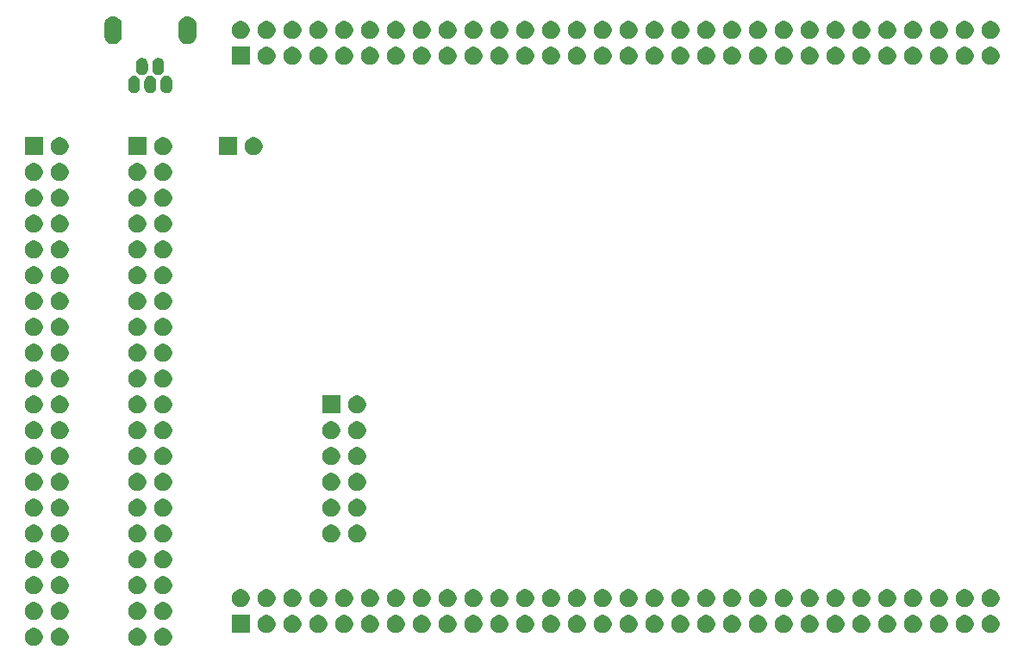
<source format=gbs>
G04 #@! TF.GenerationSoftware,KiCad,Pcbnew,5.1.5-52549c5~84~ubuntu18.04.1*
G04 #@! TF.CreationDate,2019-12-31T09:17:16-06:00*
G04 #@! TF.ProjectId,2057-ICE40HX4K-TQ144-breakout,32303537-2d49-4434-9534-304858344b2d,rev?*
G04 #@! TF.SameCoordinates,Original*
G04 #@! TF.FileFunction,Soldermask,Bot*
G04 #@! TF.FilePolarity,Negative*
%FSLAX46Y46*%
G04 Gerber Fmt 4.6, Leading zero omitted, Abs format (unit mm)*
G04 Created by KiCad (PCBNEW 5.1.5-52549c5~84~ubuntu18.04.1) date 2019-12-31 09:17:16*
%MOMM*%
%LPD*%
G04 APERTURE LIST*
%ADD10C,0.100000*%
G04 APERTURE END LIST*
D10*
G36*
X38355345Y-100758241D02*
G01*
X38514658Y-100824230D01*
X38658035Y-100920032D01*
X38779968Y-101041965D01*
X38875770Y-101185342D01*
X38941759Y-101344655D01*
X38975400Y-101513781D01*
X38975400Y-101686219D01*
X38941759Y-101855345D01*
X38875770Y-102014658D01*
X38779968Y-102158035D01*
X38658035Y-102279968D01*
X38514658Y-102375770D01*
X38355345Y-102441759D01*
X38186219Y-102475400D01*
X38013781Y-102475400D01*
X37844655Y-102441759D01*
X37685342Y-102375770D01*
X37541965Y-102279968D01*
X37420032Y-102158035D01*
X37324230Y-102014658D01*
X37258241Y-101855345D01*
X37224600Y-101686219D01*
X37224600Y-101513781D01*
X37258241Y-101344655D01*
X37324230Y-101185342D01*
X37420032Y-101041965D01*
X37541965Y-100920032D01*
X37685342Y-100824230D01*
X37844655Y-100758241D01*
X38013781Y-100724600D01*
X38186219Y-100724600D01*
X38355345Y-100758241D01*
G37*
G36*
X35815345Y-100758241D02*
G01*
X35974658Y-100824230D01*
X36118035Y-100920032D01*
X36239968Y-101041965D01*
X36335770Y-101185342D01*
X36401759Y-101344655D01*
X36435400Y-101513781D01*
X36435400Y-101686219D01*
X36401759Y-101855345D01*
X36335770Y-102014658D01*
X36239968Y-102158035D01*
X36118035Y-102279968D01*
X35974658Y-102375770D01*
X35815345Y-102441759D01*
X35646219Y-102475400D01*
X35473781Y-102475400D01*
X35304655Y-102441759D01*
X35145342Y-102375770D01*
X35001965Y-102279968D01*
X34880032Y-102158035D01*
X34784230Y-102014658D01*
X34718241Y-101855345D01*
X34684600Y-101686219D01*
X34684600Y-101513781D01*
X34718241Y-101344655D01*
X34784230Y-101185342D01*
X34880032Y-101041965D01*
X35001965Y-100920032D01*
X35145342Y-100824230D01*
X35304655Y-100758241D01*
X35473781Y-100724600D01*
X35646219Y-100724600D01*
X35815345Y-100758241D01*
G37*
G36*
X48515345Y-100758241D02*
G01*
X48674658Y-100824230D01*
X48818035Y-100920032D01*
X48939968Y-101041965D01*
X49035770Y-101185342D01*
X49101759Y-101344655D01*
X49135400Y-101513781D01*
X49135400Y-101686219D01*
X49101759Y-101855345D01*
X49035770Y-102014658D01*
X48939968Y-102158035D01*
X48818035Y-102279968D01*
X48674658Y-102375770D01*
X48515345Y-102441759D01*
X48346219Y-102475400D01*
X48173781Y-102475400D01*
X48004655Y-102441759D01*
X47845342Y-102375770D01*
X47701965Y-102279968D01*
X47580032Y-102158035D01*
X47484230Y-102014658D01*
X47418241Y-101855345D01*
X47384600Y-101686219D01*
X47384600Y-101513781D01*
X47418241Y-101344655D01*
X47484230Y-101185342D01*
X47580032Y-101041965D01*
X47701965Y-100920032D01*
X47845342Y-100824230D01*
X48004655Y-100758241D01*
X48173781Y-100724600D01*
X48346219Y-100724600D01*
X48515345Y-100758241D01*
G37*
G36*
X45975345Y-100758241D02*
G01*
X46134658Y-100824230D01*
X46278035Y-100920032D01*
X46399968Y-101041965D01*
X46495770Y-101185342D01*
X46561759Y-101344655D01*
X46595400Y-101513781D01*
X46595400Y-101686219D01*
X46561759Y-101855345D01*
X46495770Y-102014658D01*
X46399968Y-102158035D01*
X46278035Y-102279968D01*
X46134658Y-102375770D01*
X45975345Y-102441759D01*
X45806219Y-102475400D01*
X45633781Y-102475400D01*
X45464655Y-102441759D01*
X45305342Y-102375770D01*
X45161965Y-102279968D01*
X45040032Y-102158035D01*
X44944230Y-102014658D01*
X44878241Y-101855345D01*
X44844600Y-101686219D01*
X44844600Y-101513781D01*
X44878241Y-101344655D01*
X44944230Y-101185342D01*
X45040032Y-101041965D01*
X45161965Y-100920032D01*
X45305342Y-100824230D01*
X45464655Y-100758241D01*
X45633781Y-100724600D01*
X45806219Y-100724600D01*
X45975345Y-100758241D01*
G37*
G36*
X96775345Y-99488241D02*
G01*
X96934658Y-99554230D01*
X97078035Y-99650032D01*
X97199968Y-99771965D01*
X97295770Y-99915342D01*
X97361759Y-100074655D01*
X97395400Y-100243781D01*
X97395400Y-100416219D01*
X97361759Y-100585345D01*
X97295770Y-100744658D01*
X97199968Y-100888035D01*
X97078035Y-101009968D01*
X96934658Y-101105770D01*
X96775345Y-101171759D01*
X96606219Y-101205400D01*
X96433781Y-101205400D01*
X96264655Y-101171759D01*
X96105342Y-101105770D01*
X95961965Y-101009968D01*
X95840032Y-100888035D01*
X95744230Y-100744658D01*
X95678241Y-100585345D01*
X95644600Y-100416219D01*
X95644600Y-100243781D01*
X95678241Y-100074655D01*
X95744230Y-99915342D01*
X95840032Y-99771965D01*
X95961965Y-99650032D01*
X96105342Y-99554230D01*
X96264655Y-99488241D01*
X96433781Y-99454600D01*
X96606219Y-99454600D01*
X96775345Y-99488241D01*
G37*
G36*
X78995345Y-99488241D02*
G01*
X79154658Y-99554230D01*
X79298035Y-99650032D01*
X79419968Y-99771965D01*
X79515770Y-99915342D01*
X79581759Y-100074655D01*
X79615400Y-100243781D01*
X79615400Y-100416219D01*
X79581759Y-100585345D01*
X79515770Y-100744658D01*
X79419968Y-100888035D01*
X79298035Y-101009968D01*
X79154658Y-101105770D01*
X78995345Y-101171759D01*
X78826219Y-101205400D01*
X78653781Y-101205400D01*
X78484655Y-101171759D01*
X78325342Y-101105770D01*
X78181965Y-101009968D01*
X78060032Y-100888035D01*
X77964230Y-100744658D01*
X77898241Y-100585345D01*
X77864600Y-100416219D01*
X77864600Y-100243781D01*
X77898241Y-100074655D01*
X77964230Y-99915342D01*
X78060032Y-99771965D01*
X78181965Y-99650032D01*
X78325342Y-99554230D01*
X78484655Y-99488241D01*
X78653781Y-99454600D01*
X78826219Y-99454600D01*
X78995345Y-99488241D01*
G37*
G36*
X94235345Y-99488241D02*
G01*
X94394658Y-99554230D01*
X94538035Y-99650032D01*
X94659968Y-99771965D01*
X94755770Y-99915342D01*
X94821759Y-100074655D01*
X94855400Y-100243781D01*
X94855400Y-100416219D01*
X94821759Y-100585345D01*
X94755770Y-100744658D01*
X94659968Y-100888035D01*
X94538035Y-101009968D01*
X94394658Y-101105770D01*
X94235345Y-101171759D01*
X94066219Y-101205400D01*
X93893781Y-101205400D01*
X93724655Y-101171759D01*
X93565342Y-101105770D01*
X93421965Y-101009968D01*
X93300032Y-100888035D01*
X93204230Y-100744658D01*
X93138241Y-100585345D01*
X93104600Y-100416219D01*
X93104600Y-100243781D01*
X93138241Y-100074655D01*
X93204230Y-99915342D01*
X93300032Y-99771965D01*
X93421965Y-99650032D01*
X93565342Y-99554230D01*
X93724655Y-99488241D01*
X93893781Y-99454600D01*
X94066219Y-99454600D01*
X94235345Y-99488241D01*
G37*
G36*
X91695345Y-99488241D02*
G01*
X91854658Y-99554230D01*
X91998035Y-99650032D01*
X92119968Y-99771965D01*
X92215770Y-99915342D01*
X92281759Y-100074655D01*
X92315400Y-100243781D01*
X92315400Y-100416219D01*
X92281759Y-100585345D01*
X92215770Y-100744658D01*
X92119968Y-100888035D01*
X91998035Y-101009968D01*
X91854658Y-101105770D01*
X91695345Y-101171759D01*
X91526219Y-101205400D01*
X91353781Y-101205400D01*
X91184655Y-101171759D01*
X91025342Y-101105770D01*
X90881965Y-101009968D01*
X90760032Y-100888035D01*
X90664230Y-100744658D01*
X90598241Y-100585345D01*
X90564600Y-100416219D01*
X90564600Y-100243781D01*
X90598241Y-100074655D01*
X90664230Y-99915342D01*
X90760032Y-99771965D01*
X90881965Y-99650032D01*
X91025342Y-99554230D01*
X91184655Y-99488241D01*
X91353781Y-99454600D01*
X91526219Y-99454600D01*
X91695345Y-99488241D01*
G37*
G36*
X89155345Y-99488241D02*
G01*
X89314658Y-99554230D01*
X89458035Y-99650032D01*
X89579968Y-99771965D01*
X89675770Y-99915342D01*
X89741759Y-100074655D01*
X89775400Y-100243781D01*
X89775400Y-100416219D01*
X89741759Y-100585345D01*
X89675770Y-100744658D01*
X89579968Y-100888035D01*
X89458035Y-101009968D01*
X89314658Y-101105770D01*
X89155345Y-101171759D01*
X88986219Y-101205400D01*
X88813781Y-101205400D01*
X88644655Y-101171759D01*
X88485342Y-101105770D01*
X88341965Y-101009968D01*
X88220032Y-100888035D01*
X88124230Y-100744658D01*
X88058241Y-100585345D01*
X88024600Y-100416219D01*
X88024600Y-100243781D01*
X88058241Y-100074655D01*
X88124230Y-99915342D01*
X88220032Y-99771965D01*
X88341965Y-99650032D01*
X88485342Y-99554230D01*
X88644655Y-99488241D01*
X88813781Y-99454600D01*
X88986219Y-99454600D01*
X89155345Y-99488241D01*
G37*
G36*
X86615345Y-99488241D02*
G01*
X86774658Y-99554230D01*
X86918035Y-99650032D01*
X87039968Y-99771965D01*
X87135770Y-99915342D01*
X87201759Y-100074655D01*
X87235400Y-100243781D01*
X87235400Y-100416219D01*
X87201759Y-100585345D01*
X87135770Y-100744658D01*
X87039968Y-100888035D01*
X86918035Y-101009968D01*
X86774658Y-101105770D01*
X86615345Y-101171759D01*
X86446219Y-101205400D01*
X86273781Y-101205400D01*
X86104655Y-101171759D01*
X85945342Y-101105770D01*
X85801965Y-101009968D01*
X85680032Y-100888035D01*
X85584230Y-100744658D01*
X85518241Y-100585345D01*
X85484600Y-100416219D01*
X85484600Y-100243781D01*
X85518241Y-100074655D01*
X85584230Y-99915342D01*
X85680032Y-99771965D01*
X85801965Y-99650032D01*
X85945342Y-99554230D01*
X86104655Y-99488241D01*
X86273781Y-99454600D01*
X86446219Y-99454600D01*
X86615345Y-99488241D01*
G37*
G36*
X84075345Y-99488241D02*
G01*
X84234658Y-99554230D01*
X84378035Y-99650032D01*
X84499968Y-99771965D01*
X84595770Y-99915342D01*
X84661759Y-100074655D01*
X84695400Y-100243781D01*
X84695400Y-100416219D01*
X84661759Y-100585345D01*
X84595770Y-100744658D01*
X84499968Y-100888035D01*
X84378035Y-101009968D01*
X84234658Y-101105770D01*
X84075345Y-101171759D01*
X83906219Y-101205400D01*
X83733781Y-101205400D01*
X83564655Y-101171759D01*
X83405342Y-101105770D01*
X83261965Y-101009968D01*
X83140032Y-100888035D01*
X83044230Y-100744658D01*
X82978241Y-100585345D01*
X82944600Y-100416219D01*
X82944600Y-100243781D01*
X82978241Y-100074655D01*
X83044230Y-99915342D01*
X83140032Y-99771965D01*
X83261965Y-99650032D01*
X83405342Y-99554230D01*
X83564655Y-99488241D01*
X83733781Y-99454600D01*
X83906219Y-99454600D01*
X84075345Y-99488241D01*
G37*
G36*
X81535345Y-99488241D02*
G01*
X81694658Y-99554230D01*
X81838035Y-99650032D01*
X81959968Y-99771965D01*
X82055770Y-99915342D01*
X82121759Y-100074655D01*
X82155400Y-100243781D01*
X82155400Y-100416219D01*
X82121759Y-100585345D01*
X82055770Y-100744658D01*
X81959968Y-100888035D01*
X81838035Y-101009968D01*
X81694658Y-101105770D01*
X81535345Y-101171759D01*
X81366219Y-101205400D01*
X81193781Y-101205400D01*
X81024655Y-101171759D01*
X80865342Y-101105770D01*
X80721965Y-101009968D01*
X80600032Y-100888035D01*
X80504230Y-100744658D01*
X80438241Y-100585345D01*
X80404600Y-100416219D01*
X80404600Y-100243781D01*
X80438241Y-100074655D01*
X80504230Y-99915342D01*
X80600032Y-99771965D01*
X80721965Y-99650032D01*
X80865342Y-99554230D01*
X81024655Y-99488241D01*
X81193781Y-99454600D01*
X81366219Y-99454600D01*
X81535345Y-99488241D01*
G37*
G36*
X76455345Y-99488241D02*
G01*
X76614658Y-99554230D01*
X76758035Y-99650032D01*
X76879968Y-99771965D01*
X76975770Y-99915342D01*
X77041759Y-100074655D01*
X77075400Y-100243781D01*
X77075400Y-100416219D01*
X77041759Y-100585345D01*
X76975770Y-100744658D01*
X76879968Y-100888035D01*
X76758035Y-101009968D01*
X76614658Y-101105770D01*
X76455345Y-101171759D01*
X76286219Y-101205400D01*
X76113781Y-101205400D01*
X75944655Y-101171759D01*
X75785342Y-101105770D01*
X75641965Y-101009968D01*
X75520032Y-100888035D01*
X75424230Y-100744658D01*
X75358241Y-100585345D01*
X75324600Y-100416219D01*
X75324600Y-100243781D01*
X75358241Y-100074655D01*
X75424230Y-99915342D01*
X75520032Y-99771965D01*
X75641965Y-99650032D01*
X75785342Y-99554230D01*
X75944655Y-99488241D01*
X76113781Y-99454600D01*
X76286219Y-99454600D01*
X76455345Y-99488241D01*
G37*
G36*
X73915345Y-99488241D02*
G01*
X74074658Y-99554230D01*
X74218035Y-99650032D01*
X74339968Y-99771965D01*
X74435770Y-99915342D01*
X74501759Y-100074655D01*
X74535400Y-100243781D01*
X74535400Y-100416219D01*
X74501759Y-100585345D01*
X74435770Y-100744658D01*
X74339968Y-100888035D01*
X74218035Y-101009968D01*
X74074658Y-101105770D01*
X73915345Y-101171759D01*
X73746219Y-101205400D01*
X73573781Y-101205400D01*
X73404655Y-101171759D01*
X73245342Y-101105770D01*
X73101965Y-101009968D01*
X72980032Y-100888035D01*
X72884230Y-100744658D01*
X72818241Y-100585345D01*
X72784600Y-100416219D01*
X72784600Y-100243781D01*
X72818241Y-100074655D01*
X72884230Y-99915342D01*
X72980032Y-99771965D01*
X73101965Y-99650032D01*
X73245342Y-99554230D01*
X73404655Y-99488241D01*
X73573781Y-99454600D01*
X73746219Y-99454600D01*
X73915345Y-99488241D01*
G37*
G36*
X71375345Y-99488241D02*
G01*
X71534658Y-99554230D01*
X71678035Y-99650032D01*
X71799968Y-99771965D01*
X71895770Y-99915342D01*
X71961759Y-100074655D01*
X71995400Y-100243781D01*
X71995400Y-100416219D01*
X71961759Y-100585345D01*
X71895770Y-100744658D01*
X71799968Y-100888035D01*
X71678035Y-101009968D01*
X71534658Y-101105770D01*
X71375345Y-101171759D01*
X71206219Y-101205400D01*
X71033781Y-101205400D01*
X70864655Y-101171759D01*
X70705342Y-101105770D01*
X70561965Y-101009968D01*
X70440032Y-100888035D01*
X70344230Y-100744658D01*
X70278241Y-100585345D01*
X70244600Y-100416219D01*
X70244600Y-100243781D01*
X70278241Y-100074655D01*
X70344230Y-99915342D01*
X70440032Y-99771965D01*
X70561965Y-99650032D01*
X70705342Y-99554230D01*
X70864655Y-99488241D01*
X71033781Y-99454600D01*
X71206219Y-99454600D01*
X71375345Y-99488241D01*
G37*
G36*
X68835345Y-99488241D02*
G01*
X68994658Y-99554230D01*
X69138035Y-99650032D01*
X69259968Y-99771965D01*
X69355770Y-99915342D01*
X69421759Y-100074655D01*
X69455400Y-100243781D01*
X69455400Y-100416219D01*
X69421759Y-100585345D01*
X69355770Y-100744658D01*
X69259968Y-100888035D01*
X69138035Y-101009968D01*
X68994658Y-101105770D01*
X68835345Y-101171759D01*
X68666219Y-101205400D01*
X68493781Y-101205400D01*
X68324655Y-101171759D01*
X68165342Y-101105770D01*
X68021965Y-101009968D01*
X67900032Y-100888035D01*
X67804230Y-100744658D01*
X67738241Y-100585345D01*
X67704600Y-100416219D01*
X67704600Y-100243781D01*
X67738241Y-100074655D01*
X67804230Y-99915342D01*
X67900032Y-99771965D01*
X68021965Y-99650032D01*
X68165342Y-99554230D01*
X68324655Y-99488241D01*
X68493781Y-99454600D01*
X68666219Y-99454600D01*
X68835345Y-99488241D01*
G37*
G36*
X66295345Y-99488241D02*
G01*
X66454658Y-99554230D01*
X66598035Y-99650032D01*
X66719968Y-99771965D01*
X66815770Y-99915342D01*
X66881759Y-100074655D01*
X66915400Y-100243781D01*
X66915400Y-100416219D01*
X66881759Y-100585345D01*
X66815770Y-100744658D01*
X66719968Y-100888035D01*
X66598035Y-101009968D01*
X66454658Y-101105770D01*
X66295345Y-101171759D01*
X66126219Y-101205400D01*
X65953781Y-101205400D01*
X65784655Y-101171759D01*
X65625342Y-101105770D01*
X65481965Y-101009968D01*
X65360032Y-100888035D01*
X65264230Y-100744658D01*
X65198241Y-100585345D01*
X65164600Y-100416219D01*
X65164600Y-100243781D01*
X65198241Y-100074655D01*
X65264230Y-99915342D01*
X65360032Y-99771965D01*
X65481965Y-99650032D01*
X65625342Y-99554230D01*
X65784655Y-99488241D01*
X65953781Y-99454600D01*
X66126219Y-99454600D01*
X66295345Y-99488241D01*
G37*
G36*
X63755345Y-99488241D02*
G01*
X63914658Y-99554230D01*
X64058035Y-99650032D01*
X64179968Y-99771965D01*
X64275770Y-99915342D01*
X64341759Y-100074655D01*
X64375400Y-100243781D01*
X64375400Y-100416219D01*
X64341759Y-100585345D01*
X64275770Y-100744658D01*
X64179968Y-100888035D01*
X64058035Y-101009968D01*
X63914658Y-101105770D01*
X63755345Y-101171759D01*
X63586219Y-101205400D01*
X63413781Y-101205400D01*
X63244655Y-101171759D01*
X63085342Y-101105770D01*
X62941965Y-101009968D01*
X62820032Y-100888035D01*
X62724230Y-100744658D01*
X62658241Y-100585345D01*
X62624600Y-100416219D01*
X62624600Y-100243781D01*
X62658241Y-100074655D01*
X62724230Y-99915342D01*
X62820032Y-99771965D01*
X62941965Y-99650032D01*
X63085342Y-99554230D01*
X63244655Y-99488241D01*
X63413781Y-99454600D01*
X63586219Y-99454600D01*
X63755345Y-99488241D01*
G37*
G36*
X61215345Y-99488241D02*
G01*
X61374658Y-99554230D01*
X61518035Y-99650032D01*
X61639968Y-99771965D01*
X61735770Y-99915342D01*
X61801759Y-100074655D01*
X61835400Y-100243781D01*
X61835400Y-100416219D01*
X61801759Y-100585345D01*
X61735770Y-100744658D01*
X61639968Y-100888035D01*
X61518035Y-101009968D01*
X61374658Y-101105770D01*
X61215345Y-101171759D01*
X61046219Y-101205400D01*
X60873781Y-101205400D01*
X60704655Y-101171759D01*
X60545342Y-101105770D01*
X60401965Y-101009968D01*
X60280032Y-100888035D01*
X60184230Y-100744658D01*
X60118241Y-100585345D01*
X60084600Y-100416219D01*
X60084600Y-100243781D01*
X60118241Y-100074655D01*
X60184230Y-99915342D01*
X60280032Y-99771965D01*
X60401965Y-99650032D01*
X60545342Y-99554230D01*
X60704655Y-99488241D01*
X60873781Y-99454600D01*
X61046219Y-99454600D01*
X61215345Y-99488241D01*
G37*
G36*
X117095345Y-99488241D02*
G01*
X117254658Y-99554230D01*
X117398035Y-99650032D01*
X117519968Y-99771965D01*
X117615770Y-99915342D01*
X117681759Y-100074655D01*
X117715400Y-100243781D01*
X117715400Y-100416219D01*
X117681759Y-100585345D01*
X117615770Y-100744658D01*
X117519968Y-100888035D01*
X117398035Y-101009968D01*
X117254658Y-101105770D01*
X117095345Y-101171759D01*
X116926219Y-101205400D01*
X116753781Y-101205400D01*
X116584655Y-101171759D01*
X116425342Y-101105770D01*
X116281965Y-101009968D01*
X116160032Y-100888035D01*
X116064230Y-100744658D01*
X115998241Y-100585345D01*
X115964600Y-100416219D01*
X115964600Y-100243781D01*
X115998241Y-100074655D01*
X116064230Y-99915342D01*
X116160032Y-99771965D01*
X116281965Y-99650032D01*
X116425342Y-99554230D01*
X116584655Y-99488241D01*
X116753781Y-99454600D01*
X116926219Y-99454600D01*
X117095345Y-99488241D01*
G37*
G36*
X58675345Y-99488241D02*
G01*
X58834658Y-99554230D01*
X58978035Y-99650032D01*
X59099968Y-99771965D01*
X59195770Y-99915342D01*
X59261759Y-100074655D01*
X59295400Y-100243781D01*
X59295400Y-100416219D01*
X59261759Y-100585345D01*
X59195770Y-100744658D01*
X59099968Y-100888035D01*
X58978035Y-101009968D01*
X58834658Y-101105770D01*
X58675345Y-101171759D01*
X58506219Y-101205400D01*
X58333781Y-101205400D01*
X58164655Y-101171759D01*
X58005342Y-101105770D01*
X57861965Y-101009968D01*
X57740032Y-100888035D01*
X57644230Y-100744658D01*
X57578241Y-100585345D01*
X57544600Y-100416219D01*
X57544600Y-100243781D01*
X57578241Y-100074655D01*
X57644230Y-99915342D01*
X57740032Y-99771965D01*
X57861965Y-99650032D01*
X58005342Y-99554230D01*
X58164655Y-99488241D01*
X58333781Y-99454600D01*
X58506219Y-99454600D01*
X58675345Y-99488241D01*
G37*
G36*
X101855345Y-99488241D02*
G01*
X102014658Y-99554230D01*
X102158035Y-99650032D01*
X102279968Y-99771965D01*
X102375770Y-99915342D01*
X102441759Y-100074655D01*
X102475400Y-100243781D01*
X102475400Y-100416219D01*
X102441759Y-100585345D01*
X102375770Y-100744658D01*
X102279968Y-100888035D01*
X102158035Y-101009968D01*
X102014658Y-101105770D01*
X101855345Y-101171759D01*
X101686219Y-101205400D01*
X101513781Y-101205400D01*
X101344655Y-101171759D01*
X101185342Y-101105770D01*
X101041965Y-101009968D01*
X100920032Y-100888035D01*
X100824230Y-100744658D01*
X100758241Y-100585345D01*
X100724600Y-100416219D01*
X100724600Y-100243781D01*
X100758241Y-100074655D01*
X100824230Y-99915342D01*
X100920032Y-99771965D01*
X101041965Y-99650032D01*
X101185342Y-99554230D01*
X101344655Y-99488241D01*
X101513781Y-99454600D01*
X101686219Y-99454600D01*
X101855345Y-99488241D01*
G37*
G36*
X104395345Y-99488241D02*
G01*
X104554658Y-99554230D01*
X104698035Y-99650032D01*
X104819968Y-99771965D01*
X104915770Y-99915342D01*
X104981759Y-100074655D01*
X105015400Y-100243781D01*
X105015400Y-100416219D01*
X104981759Y-100585345D01*
X104915770Y-100744658D01*
X104819968Y-100888035D01*
X104698035Y-101009968D01*
X104554658Y-101105770D01*
X104395345Y-101171759D01*
X104226219Y-101205400D01*
X104053781Y-101205400D01*
X103884655Y-101171759D01*
X103725342Y-101105770D01*
X103581965Y-101009968D01*
X103460032Y-100888035D01*
X103364230Y-100744658D01*
X103298241Y-100585345D01*
X103264600Y-100416219D01*
X103264600Y-100243781D01*
X103298241Y-100074655D01*
X103364230Y-99915342D01*
X103460032Y-99771965D01*
X103581965Y-99650032D01*
X103725342Y-99554230D01*
X103884655Y-99488241D01*
X104053781Y-99454600D01*
X104226219Y-99454600D01*
X104395345Y-99488241D01*
G37*
G36*
X106935345Y-99488241D02*
G01*
X107094658Y-99554230D01*
X107238035Y-99650032D01*
X107359968Y-99771965D01*
X107455770Y-99915342D01*
X107521759Y-100074655D01*
X107555400Y-100243781D01*
X107555400Y-100416219D01*
X107521759Y-100585345D01*
X107455770Y-100744658D01*
X107359968Y-100888035D01*
X107238035Y-101009968D01*
X107094658Y-101105770D01*
X106935345Y-101171759D01*
X106766219Y-101205400D01*
X106593781Y-101205400D01*
X106424655Y-101171759D01*
X106265342Y-101105770D01*
X106121965Y-101009968D01*
X106000032Y-100888035D01*
X105904230Y-100744658D01*
X105838241Y-100585345D01*
X105804600Y-100416219D01*
X105804600Y-100243781D01*
X105838241Y-100074655D01*
X105904230Y-99915342D01*
X106000032Y-99771965D01*
X106121965Y-99650032D01*
X106265342Y-99554230D01*
X106424655Y-99488241D01*
X106593781Y-99454600D01*
X106766219Y-99454600D01*
X106935345Y-99488241D01*
G37*
G36*
X109475345Y-99488241D02*
G01*
X109634658Y-99554230D01*
X109778035Y-99650032D01*
X109899968Y-99771965D01*
X109995770Y-99915342D01*
X110061759Y-100074655D01*
X110095400Y-100243781D01*
X110095400Y-100416219D01*
X110061759Y-100585345D01*
X109995770Y-100744658D01*
X109899968Y-100888035D01*
X109778035Y-101009968D01*
X109634658Y-101105770D01*
X109475345Y-101171759D01*
X109306219Y-101205400D01*
X109133781Y-101205400D01*
X108964655Y-101171759D01*
X108805342Y-101105770D01*
X108661965Y-101009968D01*
X108540032Y-100888035D01*
X108444230Y-100744658D01*
X108378241Y-100585345D01*
X108344600Y-100416219D01*
X108344600Y-100243781D01*
X108378241Y-100074655D01*
X108444230Y-99915342D01*
X108540032Y-99771965D01*
X108661965Y-99650032D01*
X108805342Y-99554230D01*
X108964655Y-99488241D01*
X109133781Y-99454600D01*
X109306219Y-99454600D01*
X109475345Y-99488241D01*
G37*
G36*
X112015345Y-99488241D02*
G01*
X112174658Y-99554230D01*
X112318035Y-99650032D01*
X112439968Y-99771965D01*
X112535770Y-99915342D01*
X112601759Y-100074655D01*
X112635400Y-100243781D01*
X112635400Y-100416219D01*
X112601759Y-100585345D01*
X112535770Y-100744658D01*
X112439968Y-100888035D01*
X112318035Y-101009968D01*
X112174658Y-101105770D01*
X112015345Y-101171759D01*
X111846219Y-101205400D01*
X111673781Y-101205400D01*
X111504655Y-101171759D01*
X111345342Y-101105770D01*
X111201965Y-101009968D01*
X111080032Y-100888035D01*
X110984230Y-100744658D01*
X110918241Y-100585345D01*
X110884600Y-100416219D01*
X110884600Y-100243781D01*
X110918241Y-100074655D01*
X110984230Y-99915342D01*
X111080032Y-99771965D01*
X111201965Y-99650032D01*
X111345342Y-99554230D01*
X111504655Y-99488241D01*
X111673781Y-99454600D01*
X111846219Y-99454600D01*
X112015345Y-99488241D01*
G37*
G36*
X114555345Y-99488241D02*
G01*
X114714658Y-99554230D01*
X114858035Y-99650032D01*
X114979968Y-99771965D01*
X115075770Y-99915342D01*
X115141759Y-100074655D01*
X115175400Y-100243781D01*
X115175400Y-100416219D01*
X115141759Y-100585345D01*
X115075770Y-100744658D01*
X114979968Y-100888035D01*
X114858035Y-101009968D01*
X114714658Y-101105770D01*
X114555345Y-101171759D01*
X114386219Y-101205400D01*
X114213781Y-101205400D01*
X114044655Y-101171759D01*
X113885342Y-101105770D01*
X113741965Y-101009968D01*
X113620032Y-100888035D01*
X113524230Y-100744658D01*
X113458241Y-100585345D01*
X113424600Y-100416219D01*
X113424600Y-100243781D01*
X113458241Y-100074655D01*
X113524230Y-99915342D01*
X113620032Y-99771965D01*
X113741965Y-99650032D01*
X113885342Y-99554230D01*
X114044655Y-99488241D01*
X114213781Y-99454600D01*
X114386219Y-99454600D01*
X114555345Y-99488241D01*
G37*
G36*
X122175345Y-99488241D02*
G01*
X122334658Y-99554230D01*
X122478035Y-99650032D01*
X122599968Y-99771965D01*
X122695770Y-99915342D01*
X122761759Y-100074655D01*
X122795400Y-100243781D01*
X122795400Y-100416219D01*
X122761759Y-100585345D01*
X122695770Y-100744658D01*
X122599968Y-100888035D01*
X122478035Y-101009968D01*
X122334658Y-101105770D01*
X122175345Y-101171759D01*
X122006219Y-101205400D01*
X121833781Y-101205400D01*
X121664655Y-101171759D01*
X121505342Y-101105770D01*
X121361965Y-101009968D01*
X121240032Y-100888035D01*
X121144230Y-100744658D01*
X121078241Y-100585345D01*
X121044600Y-100416219D01*
X121044600Y-100243781D01*
X121078241Y-100074655D01*
X121144230Y-99915342D01*
X121240032Y-99771965D01*
X121361965Y-99650032D01*
X121505342Y-99554230D01*
X121664655Y-99488241D01*
X121833781Y-99454600D01*
X122006219Y-99454600D01*
X122175345Y-99488241D01*
G37*
G36*
X119635345Y-99488241D02*
G01*
X119794658Y-99554230D01*
X119938035Y-99650032D01*
X120059968Y-99771965D01*
X120155770Y-99915342D01*
X120221759Y-100074655D01*
X120255400Y-100243781D01*
X120255400Y-100416219D01*
X120221759Y-100585345D01*
X120155770Y-100744658D01*
X120059968Y-100888035D01*
X119938035Y-101009968D01*
X119794658Y-101105770D01*
X119635345Y-101171759D01*
X119466219Y-101205400D01*
X119293781Y-101205400D01*
X119124655Y-101171759D01*
X118965342Y-101105770D01*
X118821965Y-101009968D01*
X118700032Y-100888035D01*
X118604230Y-100744658D01*
X118538241Y-100585345D01*
X118504600Y-100416219D01*
X118504600Y-100243781D01*
X118538241Y-100074655D01*
X118604230Y-99915342D01*
X118700032Y-99771965D01*
X118821965Y-99650032D01*
X118965342Y-99554230D01*
X119124655Y-99488241D01*
X119293781Y-99454600D01*
X119466219Y-99454600D01*
X119635345Y-99488241D01*
G37*
G36*
X99315345Y-99488241D02*
G01*
X99474658Y-99554230D01*
X99618035Y-99650032D01*
X99739968Y-99771965D01*
X99835770Y-99915342D01*
X99901759Y-100074655D01*
X99935400Y-100243781D01*
X99935400Y-100416219D01*
X99901759Y-100585345D01*
X99835770Y-100744658D01*
X99739968Y-100888035D01*
X99618035Y-101009968D01*
X99474658Y-101105770D01*
X99315345Y-101171759D01*
X99146219Y-101205400D01*
X98973781Y-101205400D01*
X98804655Y-101171759D01*
X98645342Y-101105770D01*
X98501965Y-101009968D01*
X98380032Y-100888035D01*
X98284230Y-100744658D01*
X98218241Y-100585345D01*
X98184600Y-100416219D01*
X98184600Y-100243781D01*
X98218241Y-100074655D01*
X98284230Y-99915342D01*
X98380032Y-99771965D01*
X98501965Y-99650032D01*
X98645342Y-99554230D01*
X98804655Y-99488241D01*
X98973781Y-99454600D01*
X99146219Y-99454600D01*
X99315345Y-99488241D01*
G37*
G36*
X124715345Y-99488241D02*
G01*
X124874658Y-99554230D01*
X125018035Y-99650032D01*
X125139968Y-99771965D01*
X125235770Y-99915342D01*
X125301759Y-100074655D01*
X125335400Y-100243781D01*
X125335400Y-100416219D01*
X125301759Y-100585345D01*
X125235770Y-100744658D01*
X125139968Y-100888035D01*
X125018035Y-101009968D01*
X124874658Y-101105770D01*
X124715345Y-101171759D01*
X124546219Y-101205400D01*
X124373781Y-101205400D01*
X124204655Y-101171759D01*
X124045342Y-101105770D01*
X123901965Y-101009968D01*
X123780032Y-100888035D01*
X123684230Y-100744658D01*
X123618241Y-100585345D01*
X123584600Y-100416219D01*
X123584600Y-100243781D01*
X123618241Y-100074655D01*
X123684230Y-99915342D01*
X123780032Y-99771965D01*
X123901965Y-99650032D01*
X124045342Y-99554230D01*
X124204655Y-99488241D01*
X124373781Y-99454600D01*
X124546219Y-99454600D01*
X124715345Y-99488241D01*
G37*
G36*
X127255345Y-99488241D02*
G01*
X127414658Y-99554230D01*
X127558035Y-99650032D01*
X127679968Y-99771965D01*
X127775770Y-99915342D01*
X127841759Y-100074655D01*
X127875400Y-100243781D01*
X127875400Y-100416219D01*
X127841759Y-100585345D01*
X127775770Y-100744658D01*
X127679968Y-100888035D01*
X127558035Y-101009968D01*
X127414658Y-101105770D01*
X127255345Y-101171759D01*
X127086219Y-101205400D01*
X126913781Y-101205400D01*
X126744655Y-101171759D01*
X126585342Y-101105770D01*
X126441965Y-101009968D01*
X126320032Y-100888035D01*
X126224230Y-100744658D01*
X126158241Y-100585345D01*
X126124600Y-100416219D01*
X126124600Y-100243781D01*
X126158241Y-100074655D01*
X126224230Y-99915342D01*
X126320032Y-99771965D01*
X126441965Y-99650032D01*
X126585342Y-99554230D01*
X126744655Y-99488241D01*
X126913781Y-99454600D01*
X127086219Y-99454600D01*
X127255345Y-99488241D01*
G37*
G36*
X129795345Y-99488241D02*
G01*
X129954658Y-99554230D01*
X130098035Y-99650032D01*
X130219968Y-99771965D01*
X130315770Y-99915342D01*
X130381759Y-100074655D01*
X130415400Y-100243781D01*
X130415400Y-100416219D01*
X130381759Y-100585345D01*
X130315770Y-100744658D01*
X130219968Y-100888035D01*
X130098035Y-101009968D01*
X129954658Y-101105770D01*
X129795345Y-101171759D01*
X129626219Y-101205400D01*
X129453781Y-101205400D01*
X129284655Y-101171759D01*
X129125342Y-101105770D01*
X128981965Y-101009968D01*
X128860032Y-100888035D01*
X128764230Y-100744658D01*
X128698241Y-100585345D01*
X128664600Y-100416219D01*
X128664600Y-100243781D01*
X128698241Y-100074655D01*
X128764230Y-99915342D01*
X128860032Y-99771965D01*
X128981965Y-99650032D01*
X129125342Y-99554230D01*
X129284655Y-99488241D01*
X129453781Y-99454600D01*
X129626219Y-99454600D01*
X129795345Y-99488241D01*
G37*
G36*
X56755400Y-101205400D02*
G01*
X55004600Y-101205400D01*
X55004600Y-99454600D01*
X56755400Y-99454600D01*
X56755400Y-101205400D01*
G37*
G36*
X35815345Y-98218241D02*
G01*
X35974658Y-98284230D01*
X36118035Y-98380032D01*
X36239968Y-98501965D01*
X36335770Y-98645342D01*
X36401759Y-98804655D01*
X36435400Y-98973781D01*
X36435400Y-99146219D01*
X36401759Y-99315345D01*
X36335770Y-99474658D01*
X36239968Y-99618035D01*
X36118035Y-99739968D01*
X35974658Y-99835770D01*
X35815345Y-99901759D01*
X35646219Y-99935400D01*
X35473781Y-99935400D01*
X35304655Y-99901759D01*
X35145342Y-99835770D01*
X35001965Y-99739968D01*
X34880032Y-99618035D01*
X34784230Y-99474658D01*
X34718241Y-99315345D01*
X34684600Y-99146219D01*
X34684600Y-98973781D01*
X34718241Y-98804655D01*
X34784230Y-98645342D01*
X34880032Y-98501965D01*
X35001965Y-98380032D01*
X35145342Y-98284230D01*
X35304655Y-98218241D01*
X35473781Y-98184600D01*
X35646219Y-98184600D01*
X35815345Y-98218241D01*
G37*
G36*
X38355345Y-98218241D02*
G01*
X38514658Y-98284230D01*
X38658035Y-98380032D01*
X38779968Y-98501965D01*
X38875770Y-98645342D01*
X38941759Y-98804655D01*
X38975400Y-98973781D01*
X38975400Y-99146219D01*
X38941759Y-99315345D01*
X38875770Y-99474658D01*
X38779968Y-99618035D01*
X38658035Y-99739968D01*
X38514658Y-99835770D01*
X38355345Y-99901759D01*
X38186219Y-99935400D01*
X38013781Y-99935400D01*
X37844655Y-99901759D01*
X37685342Y-99835770D01*
X37541965Y-99739968D01*
X37420032Y-99618035D01*
X37324230Y-99474658D01*
X37258241Y-99315345D01*
X37224600Y-99146219D01*
X37224600Y-98973781D01*
X37258241Y-98804655D01*
X37324230Y-98645342D01*
X37420032Y-98501965D01*
X37541965Y-98380032D01*
X37685342Y-98284230D01*
X37844655Y-98218241D01*
X38013781Y-98184600D01*
X38186219Y-98184600D01*
X38355345Y-98218241D01*
G37*
G36*
X48515345Y-98218241D02*
G01*
X48674658Y-98284230D01*
X48818035Y-98380032D01*
X48939968Y-98501965D01*
X49035770Y-98645342D01*
X49101759Y-98804655D01*
X49135400Y-98973781D01*
X49135400Y-99146219D01*
X49101759Y-99315345D01*
X49035770Y-99474658D01*
X48939968Y-99618035D01*
X48818035Y-99739968D01*
X48674658Y-99835770D01*
X48515345Y-99901759D01*
X48346219Y-99935400D01*
X48173781Y-99935400D01*
X48004655Y-99901759D01*
X47845342Y-99835770D01*
X47701965Y-99739968D01*
X47580032Y-99618035D01*
X47484230Y-99474658D01*
X47418241Y-99315345D01*
X47384600Y-99146219D01*
X47384600Y-98973781D01*
X47418241Y-98804655D01*
X47484230Y-98645342D01*
X47580032Y-98501965D01*
X47701965Y-98380032D01*
X47845342Y-98284230D01*
X48004655Y-98218241D01*
X48173781Y-98184600D01*
X48346219Y-98184600D01*
X48515345Y-98218241D01*
G37*
G36*
X45975345Y-98218241D02*
G01*
X46134658Y-98284230D01*
X46278035Y-98380032D01*
X46399968Y-98501965D01*
X46495770Y-98645342D01*
X46561759Y-98804655D01*
X46595400Y-98973781D01*
X46595400Y-99146219D01*
X46561759Y-99315345D01*
X46495770Y-99474658D01*
X46399968Y-99618035D01*
X46278035Y-99739968D01*
X46134658Y-99835770D01*
X45975345Y-99901759D01*
X45806219Y-99935400D01*
X45633781Y-99935400D01*
X45464655Y-99901759D01*
X45305342Y-99835770D01*
X45161965Y-99739968D01*
X45040032Y-99618035D01*
X44944230Y-99474658D01*
X44878241Y-99315345D01*
X44844600Y-99146219D01*
X44844600Y-98973781D01*
X44878241Y-98804655D01*
X44944230Y-98645342D01*
X45040032Y-98501965D01*
X45161965Y-98380032D01*
X45305342Y-98284230D01*
X45464655Y-98218241D01*
X45633781Y-98184600D01*
X45806219Y-98184600D01*
X45975345Y-98218241D01*
G37*
G36*
X101855345Y-96948241D02*
G01*
X102014658Y-97014230D01*
X102158035Y-97110032D01*
X102279968Y-97231965D01*
X102375770Y-97375342D01*
X102441759Y-97534655D01*
X102475400Y-97703781D01*
X102475400Y-97876219D01*
X102441759Y-98045345D01*
X102375770Y-98204658D01*
X102279968Y-98348035D01*
X102158035Y-98469968D01*
X102014658Y-98565770D01*
X101855345Y-98631759D01*
X101686219Y-98665400D01*
X101513781Y-98665400D01*
X101344655Y-98631759D01*
X101185342Y-98565770D01*
X101041965Y-98469968D01*
X100920032Y-98348035D01*
X100824230Y-98204658D01*
X100758241Y-98045345D01*
X100724600Y-97876219D01*
X100724600Y-97703781D01*
X100758241Y-97534655D01*
X100824230Y-97375342D01*
X100920032Y-97231965D01*
X101041965Y-97110032D01*
X101185342Y-97014230D01*
X101344655Y-96948241D01*
X101513781Y-96914600D01*
X101686219Y-96914600D01*
X101855345Y-96948241D01*
G37*
G36*
X84075345Y-96948241D02*
G01*
X84234658Y-97014230D01*
X84378035Y-97110032D01*
X84499968Y-97231965D01*
X84595770Y-97375342D01*
X84661759Y-97534655D01*
X84695400Y-97703781D01*
X84695400Y-97876219D01*
X84661759Y-98045345D01*
X84595770Y-98204658D01*
X84499968Y-98348035D01*
X84378035Y-98469968D01*
X84234658Y-98565770D01*
X84075345Y-98631759D01*
X83906219Y-98665400D01*
X83733781Y-98665400D01*
X83564655Y-98631759D01*
X83405342Y-98565770D01*
X83261965Y-98469968D01*
X83140032Y-98348035D01*
X83044230Y-98204658D01*
X82978241Y-98045345D01*
X82944600Y-97876219D01*
X82944600Y-97703781D01*
X82978241Y-97534655D01*
X83044230Y-97375342D01*
X83140032Y-97231965D01*
X83261965Y-97110032D01*
X83405342Y-97014230D01*
X83564655Y-96948241D01*
X83733781Y-96914600D01*
X83906219Y-96914600D01*
X84075345Y-96948241D01*
G37*
G36*
X117095345Y-96948241D02*
G01*
X117254658Y-97014230D01*
X117398035Y-97110032D01*
X117519968Y-97231965D01*
X117615770Y-97375342D01*
X117681759Y-97534655D01*
X117715400Y-97703781D01*
X117715400Y-97876219D01*
X117681759Y-98045345D01*
X117615770Y-98204658D01*
X117519968Y-98348035D01*
X117398035Y-98469968D01*
X117254658Y-98565770D01*
X117095345Y-98631759D01*
X116926219Y-98665400D01*
X116753781Y-98665400D01*
X116584655Y-98631759D01*
X116425342Y-98565770D01*
X116281965Y-98469968D01*
X116160032Y-98348035D01*
X116064230Y-98204658D01*
X115998241Y-98045345D01*
X115964600Y-97876219D01*
X115964600Y-97703781D01*
X115998241Y-97534655D01*
X116064230Y-97375342D01*
X116160032Y-97231965D01*
X116281965Y-97110032D01*
X116425342Y-97014230D01*
X116584655Y-96948241D01*
X116753781Y-96914600D01*
X116926219Y-96914600D01*
X117095345Y-96948241D01*
G37*
G36*
X86615345Y-96948241D02*
G01*
X86774658Y-97014230D01*
X86918035Y-97110032D01*
X87039968Y-97231965D01*
X87135770Y-97375342D01*
X87201759Y-97534655D01*
X87235400Y-97703781D01*
X87235400Y-97876219D01*
X87201759Y-98045345D01*
X87135770Y-98204658D01*
X87039968Y-98348035D01*
X86918035Y-98469968D01*
X86774658Y-98565770D01*
X86615345Y-98631759D01*
X86446219Y-98665400D01*
X86273781Y-98665400D01*
X86104655Y-98631759D01*
X85945342Y-98565770D01*
X85801965Y-98469968D01*
X85680032Y-98348035D01*
X85584230Y-98204658D01*
X85518241Y-98045345D01*
X85484600Y-97876219D01*
X85484600Y-97703781D01*
X85518241Y-97534655D01*
X85584230Y-97375342D01*
X85680032Y-97231965D01*
X85801965Y-97110032D01*
X85945342Y-97014230D01*
X86104655Y-96948241D01*
X86273781Y-96914600D01*
X86446219Y-96914600D01*
X86615345Y-96948241D01*
G37*
G36*
X114555345Y-96948241D02*
G01*
X114714658Y-97014230D01*
X114858035Y-97110032D01*
X114979968Y-97231965D01*
X115075770Y-97375342D01*
X115141759Y-97534655D01*
X115175400Y-97703781D01*
X115175400Y-97876219D01*
X115141759Y-98045345D01*
X115075770Y-98204658D01*
X114979968Y-98348035D01*
X114858035Y-98469968D01*
X114714658Y-98565770D01*
X114555345Y-98631759D01*
X114386219Y-98665400D01*
X114213781Y-98665400D01*
X114044655Y-98631759D01*
X113885342Y-98565770D01*
X113741965Y-98469968D01*
X113620032Y-98348035D01*
X113524230Y-98204658D01*
X113458241Y-98045345D01*
X113424600Y-97876219D01*
X113424600Y-97703781D01*
X113458241Y-97534655D01*
X113524230Y-97375342D01*
X113620032Y-97231965D01*
X113741965Y-97110032D01*
X113885342Y-97014230D01*
X114044655Y-96948241D01*
X114213781Y-96914600D01*
X114386219Y-96914600D01*
X114555345Y-96948241D01*
G37*
G36*
X89155345Y-96948241D02*
G01*
X89314658Y-97014230D01*
X89458035Y-97110032D01*
X89579968Y-97231965D01*
X89675770Y-97375342D01*
X89741759Y-97534655D01*
X89775400Y-97703781D01*
X89775400Y-97876219D01*
X89741759Y-98045345D01*
X89675770Y-98204658D01*
X89579968Y-98348035D01*
X89458035Y-98469968D01*
X89314658Y-98565770D01*
X89155345Y-98631759D01*
X88986219Y-98665400D01*
X88813781Y-98665400D01*
X88644655Y-98631759D01*
X88485342Y-98565770D01*
X88341965Y-98469968D01*
X88220032Y-98348035D01*
X88124230Y-98204658D01*
X88058241Y-98045345D01*
X88024600Y-97876219D01*
X88024600Y-97703781D01*
X88058241Y-97534655D01*
X88124230Y-97375342D01*
X88220032Y-97231965D01*
X88341965Y-97110032D01*
X88485342Y-97014230D01*
X88644655Y-96948241D01*
X88813781Y-96914600D01*
X88986219Y-96914600D01*
X89155345Y-96948241D01*
G37*
G36*
X112015345Y-96948241D02*
G01*
X112174658Y-97014230D01*
X112318035Y-97110032D01*
X112439968Y-97231965D01*
X112535770Y-97375342D01*
X112601759Y-97534655D01*
X112635400Y-97703781D01*
X112635400Y-97876219D01*
X112601759Y-98045345D01*
X112535770Y-98204658D01*
X112439968Y-98348035D01*
X112318035Y-98469968D01*
X112174658Y-98565770D01*
X112015345Y-98631759D01*
X111846219Y-98665400D01*
X111673781Y-98665400D01*
X111504655Y-98631759D01*
X111345342Y-98565770D01*
X111201965Y-98469968D01*
X111080032Y-98348035D01*
X110984230Y-98204658D01*
X110918241Y-98045345D01*
X110884600Y-97876219D01*
X110884600Y-97703781D01*
X110918241Y-97534655D01*
X110984230Y-97375342D01*
X111080032Y-97231965D01*
X111201965Y-97110032D01*
X111345342Y-97014230D01*
X111504655Y-96948241D01*
X111673781Y-96914600D01*
X111846219Y-96914600D01*
X112015345Y-96948241D01*
G37*
G36*
X91695345Y-96948241D02*
G01*
X91854658Y-97014230D01*
X91998035Y-97110032D01*
X92119968Y-97231965D01*
X92215770Y-97375342D01*
X92281759Y-97534655D01*
X92315400Y-97703781D01*
X92315400Y-97876219D01*
X92281759Y-98045345D01*
X92215770Y-98204658D01*
X92119968Y-98348035D01*
X91998035Y-98469968D01*
X91854658Y-98565770D01*
X91695345Y-98631759D01*
X91526219Y-98665400D01*
X91353781Y-98665400D01*
X91184655Y-98631759D01*
X91025342Y-98565770D01*
X90881965Y-98469968D01*
X90760032Y-98348035D01*
X90664230Y-98204658D01*
X90598241Y-98045345D01*
X90564600Y-97876219D01*
X90564600Y-97703781D01*
X90598241Y-97534655D01*
X90664230Y-97375342D01*
X90760032Y-97231965D01*
X90881965Y-97110032D01*
X91025342Y-97014230D01*
X91184655Y-96948241D01*
X91353781Y-96914600D01*
X91526219Y-96914600D01*
X91695345Y-96948241D01*
G37*
G36*
X109475345Y-96948241D02*
G01*
X109634658Y-97014230D01*
X109778035Y-97110032D01*
X109899968Y-97231965D01*
X109995770Y-97375342D01*
X110061759Y-97534655D01*
X110095400Y-97703781D01*
X110095400Y-97876219D01*
X110061759Y-98045345D01*
X109995770Y-98204658D01*
X109899968Y-98348035D01*
X109778035Y-98469968D01*
X109634658Y-98565770D01*
X109475345Y-98631759D01*
X109306219Y-98665400D01*
X109133781Y-98665400D01*
X108964655Y-98631759D01*
X108805342Y-98565770D01*
X108661965Y-98469968D01*
X108540032Y-98348035D01*
X108444230Y-98204658D01*
X108378241Y-98045345D01*
X108344600Y-97876219D01*
X108344600Y-97703781D01*
X108378241Y-97534655D01*
X108444230Y-97375342D01*
X108540032Y-97231965D01*
X108661965Y-97110032D01*
X108805342Y-97014230D01*
X108964655Y-96948241D01*
X109133781Y-96914600D01*
X109306219Y-96914600D01*
X109475345Y-96948241D01*
G37*
G36*
X94235345Y-96948241D02*
G01*
X94394658Y-97014230D01*
X94538035Y-97110032D01*
X94659968Y-97231965D01*
X94755770Y-97375342D01*
X94821759Y-97534655D01*
X94855400Y-97703781D01*
X94855400Y-97876219D01*
X94821759Y-98045345D01*
X94755770Y-98204658D01*
X94659968Y-98348035D01*
X94538035Y-98469968D01*
X94394658Y-98565770D01*
X94235345Y-98631759D01*
X94066219Y-98665400D01*
X93893781Y-98665400D01*
X93724655Y-98631759D01*
X93565342Y-98565770D01*
X93421965Y-98469968D01*
X93300032Y-98348035D01*
X93204230Y-98204658D01*
X93138241Y-98045345D01*
X93104600Y-97876219D01*
X93104600Y-97703781D01*
X93138241Y-97534655D01*
X93204230Y-97375342D01*
X93300032Y-97231965D01*
X93421965Y-97110032D01*
X93565342Y-97014230D01*
X93724655Y-96948241D01*
X93893781Y-96914600D01*
X94066219Y-96914600D01*
X94235345Y-96948241D01*
G37*
G36*
X106935345Y-96948241D02*
G01*
X107094658Y-97014230D01*
X107238035Y-97110032D01*
X107359968Y-97231965D01*
X107455770Y-97375342D01*
X107521759Y-97534655D01*
X107555400Y-97703781D01*
X107555400Y-97876219D01*
X107521759Y-98045345D01*
X107455770Y-98204658D01*
X107359968Y-98348035D01*
X107238035Y-98469968D01*
X107094658Y-98565770D01*
X106935345Y-98631759D01*
X106766219Y-98665400D01*
X106593781Y-98665400D01*
X106424655Y-98631759D01*
X106265342Y-98565770D01*
X106121965Y-98469968D01*
X106000032Y-98348035D01*
X105904230Y-98204658D01*
X105838241Y-98045345D01*
X105804600Y-97876219D01*
X105804600Y-97703781D01*
X105838241Y-97534655D01*
X105904230Y-97375342D01*
X106000032Y-97231965D01*
X106121965Y-97110032D01*
X106265342Y-97014230D01*
X106424655Y-96948241D01*
X106593781Y-96914600D01*
X106766219Y-96914600D01*
X106935345Y-96948241D01*
G37*
G36*
X96775345Y-96948241D02*
G01*
X96934658Y-97014230D01*
X97078035Y-97110032D01*
X97199968Y-97231965D01*
X97295770Y-97375342D01*
X97361759Y-97534655D01*
X97395400Y-97703781D01*
X97395400Y-97876219D01*
X97361759Y-98045345D01*
X97295770Y-98204658D01*
X97199968Y-98348035D01*
X97078035Y-98469968D01*
X96934658Y-98565770D01*
X96775345Y-98631759D01*
X96606219Y-98665400D01*
X96433781Y-98665400D01*
X96264655Y-98631759D01*
X96105342Y-98565770D01*
X95961965Y-98469968D01*
X95840032Y-98348035D01*
X95744230Y-98204658D01*
X95678241Y-98045345D01*
X95644600Y-97876219D01*
X95644600Y-97703781D01*
X95678241Y-97534655D01*
X95744230Y-97375342D01*
X95840032Y-97231965D01*
X95961965Y-97110032D01*
X96105342Y-97014230D01*
X96264655Y-96948241D01*
X96433781Y-96914600D01*
X96606219Y-96914600D01*
X96775345Y-96948241D01*
G37*
G36*
X104395345Y-96948241D02*
G01*
X104554658Y-97014230D01*
X104698035Y-97110032D01*
X104819968Y-97231965D01*
X104915770Y-97375342D01*
X104981759Y-97534655D01*
X105015400Y-97703781D01*
X105015400Y-97876219D01*
X104981759Y-98045345D01*
X104915770Y-98204658D01*
X104819968Y-98348035D01*
X104698035Y-98469968D01*
X104554658Y-98565770D01*
X104395345Y-98631759D01*
X104226219Y-98665400D01*
X104053781Y-98665400D01*
X103884655Y-98631759D01*
X103725342Y-98565770D01*
X103581965Y-98469968D01*
X103460032Y-98348035D01*
X103364230Y-98204658D01*
X103298241Y-98045345D01*
X103264600Y-97876219D01*
X103264600Y-97703781D01*
X103298241Y-97534655D01*
X103364230Y-97375342D01*
X103460032Y-97231965D01*
X103581965Y-97110032D01*
X103725342Y-97014230D01*
X103884655Y-96948241D01*
X104053781Y-96914600D01*
X104226219Y-96914600D01*
X104395345Y-96948241D01*
G37*
G36*
X99315345Y-96948241D02*
G01*
X99474658Y-97014230D01*
X99618035Y-97110032D01*
X99739968Y-97231965D01*
X99835770Y-97375342D01*
X99901759Y-97534655D01*
X99935400Y-97703781D01*
X99935400Y-97876219D01*
X99901759Y-98045345D01*
X99835770Y-98204658D01*
X99739968Y-98348035D01*
X99618035Y-98469968D01*
X99474658Y-98565770D01*
X99315345Y-98631759D01*
X99146219Y-98665400D01*
X98973781Y-98665400D01*
X98804655Y-98631759D01*
X98645342Y-98565770D01*
X98501965Y-98469968D01*
X98380032Y-98348035D01*
X98284230Y-98204658D01*
X98218241Y-98045345D01*
X98184600Y-97876219D01*
X98184600Y-97703781D01*
X98218241Y-97534655D01*
X98284230Y-97375342D01*
X98380032Y-97231965D01*
X98501965Y-97110032D01*
X98645342Y-97014230D01*
X98804655Y-96948241D01*
X98973781Y-96914600D01*
X99146219Y-96914600D01*
X99315345Y-96948241D01*
G37*
G36*
X119635345Y-96948241D02*
G01*
X119794658Y-97014230D01*
X119938035Y-97110032D01*
X120059968Y-97231965D01*
X120155770Y-97375342D01*
X120221759Y-97534655D01*
X120255400Y-97703781D01*
X120255400Y-97876219D01*
X120221759Y-98045345D01*
X120155770Y-98204658D01*
X120059968Y-98348035D01*
X119938035Y-98469968D01*
X119794658Y-98565770D01*
X119635345Y-98631759D01*
X119466219Y-98665400D01*
X119293781Y-98665400D01*
X119124655Y-98631759D01*
X118965342Y-98565770D01*
X118821965Y-98469968D01*
X118700032Y-98348035D01*
X118604230Y-98204658D01*
X118538241Y-98045345D01*
X118504600Y-97876219D01*
X118504600Y-97703781D01*
X118538241Y-97534655D01*
X118604230Y-97375342D01*
X118700032Y-97231965D01*
X118821965Y-97110032D01*
X118965342Y-97014230D01*
X119124655Y-96948241D01*
X119293781Y-96914600D01*
X119466219Y-96914600D01*
X119635345Y-96948241D01*
G37*
G36*
X122175345Y-96948241D02*
G01*
X122334658Y-97014230D01*
X122478035Y-97110032D01*
X122599968Y-97231965D01*
X122695770Y-97375342D01*
X122761759Y-97534655D01*
X122795400Y-97703781D01*
X122795400Y-97876219D01*
X122761759Y-98045345D01*
X122695770Y-98204658D01*
X122599968Y-98348035D01*
X122478035Y-98469968D01*
X122334658Y-98565770D01*
X122175345Y-98631759D01*
X122006219Y-98665400D01*
X121833781Y-98665400D01*
X121664655Y-98631759D01*
X121505342Y-98565770D01*
X121361965Y-98469968D01*
X121240032Y-98348035D01*
X121144230Y-98204658D01*
X121078241Y-98045345D01*
X121044600Y-97876219D01*
X121044600Y-97703781D01*
X121078241Y-97534655D01*
X121144230Y-97375342D01*
X121240032Y-97231965D01*
X121361965Y-97110032D01*
X121505342Y-97014230D01*
X121664655Y-96948241D01*
X121833781Y-96914600D01*
X122006219Y-96914600D01*
X122175345Y-96948241D01*
G37*
G36*
X81535345Y-96948241D02*
G01*
X81694658Y-97014230D01*
X81838035Y-97110032D01*
X81959968Y-97231965D01*
X82055770Y-97375342D01*
X82121759Y-97534655D01*
X82155400Y-97703781D01*
X82155400Y-97876219D01*
X82121759Y-98045345D01*
X82055770Y-98204658D01*
X81959968Y-98348035D01*
X81838035Y-98469968D01*
X81694658Y-98565770D01*
X81535345Y-98631759D01*
X81366219Y-98665400D01*
X81193781Y-98665400D01*
X81024655Y-98631759D01*
X80865342Y-98565770D01*
X80721965Y-98469968D01*
X80600032Y-98348035D01*
X80504230Y-98204658D01*
X80438241Y-98045345D01*
X80404600Y-97876219D01*
X80404600Y-97703781D01*
X80438241Y-97534655D01*
X80504230Y-97375342D01*
X80600032Y-97231965D01*
X80721965Y-97110032D01*
X80865342Y-97014230D01*
X81024655Y-96948241D01*
X81193781Y-96914600D01*
X81366219Y-96914600D01*
X81535345Y-96948241D01*
G37*
G36*
X127255345Y-96948241D02*
G01*
X127414658Y-97014230D01*
X127558035Y-97110032D01*
X127679968Y-97231965D01*
X127775770Y-97375342D01*
X127841759Y-97534655D01*
X127875400Y-97703781D01*
X127875400Y-97876219D01*
X127841759Y-98045345D01*
X127775770Y-98204658D01*
X127679968Y-98348035D01*
X127558035Y-98469968D01*
X127414658Y-98565770D01*
X127255345Y-98631759D01*
X127086219Y-98665400D01*
X126913781Y-98665400D01*
X126744655Y-98631759D01*
X126585342Y-98565770D01*
X126441965Y-98469968D01*
X126320032Y-98348035D01*
X126224230Y-98204658D01*
X126158241Y-98045345D01*
X126124600Y-97876219D01*
X126124600Y-97703781D01*
X126158241Y-97534655D01*
X126224230Y-97375342D01*
X126320032Y-97231965D01*
X126441965Y-97110032D01*
X126585342Y-97014230D01*
X126744655Y-96948241D01*
X126913781Y-96914600D01*
X127086219Y-96914600D01*
X127255345Y-96948241D01*
G37*
G36*
X56135345Y-96948241D02*
G01*
X56294658Y-97014230D01*
X56438035Y-97110032D01*
X56559968Y-97231965D01*
X56655770Y-97375342D01*
X56721759Y-97534655D01*
X56755400Y-97703781D01*
X56755400Y-97876219D01*
X56721759Y-98045345D01*
X56655770Y-98204658D01*
X56559968Y-98348035D01*
X56438035Y-98469968D01*
X56294658Y-98565770D01*
X56135345Y-98631759D01*
X55966219Y-98665400D01*
X55793781Y-98665400D01*
X55624655Y-98631759D01*
X55465342Y-98565770D01*
X55321965Y-98469968D01*
X55200032Y-98348035D01*
X55104230Y-98204658D01*
X55038241Y-98045345D01*
X55004600Y-97876219D01*
X55004600Y-97703781D01*
X55038241Y-97534655D01*
X55104230Y-97375342D01*
X55200032Y-97231965D01*
X55321965Y-97110032D01*
X55465342Y-97014230D01*
X55624655Y-96948241D01*
X55793781Y-96914600D01*
X55966219Y-96914600D01*
X56135345Y-96948241D01*
G37*
G36*
X58675345Y-96948241D02*
G01*
X58834658Y-97014230D01*
X58978035Y-97110032D01*
X59099968Y-97231965D01*
X59195770Y-97375342D01*
X59261759Y-97534655D01*
X59295400Y-97703781D01*
X59295400Y-97876219D01*
X59261759Y-98045345D01*
X59195770Y-98204658D01*
X59099968Y-98348035D01*
X58978035Y-98469968D01*
X58834658Y-98565770D01*
X58675345Y-98631759D01*
X58506219Y-98665400D01*
X58333781Y-98665400D01*
X58164655Y-98631759D01*
X58005342Y-98565770D01*
X57861965Y-98469968D01*
X57740032Y-98348035D01*
X57644230Y-98204658D01*
X57578241Y-98045345D01*
X57544600Y-97876219D01*
X57544600Y-97703781D01*
X57578241Y-97534655D01*
X57644230Y-97375342D01*
X57740032Y-97231965D01*
X57861965Y-97110032D01*
X58005342Y-97014230D01*
X58164655Y-96948241D01*
X58333781Y-96914600D01*
X58506219Y-96914600D01*
X58675345Y-96948241D01*
G37*
G36*
X61215345Y-96948241D02*
G01*
X61374658Y-97014230D01*
X61518035Y-97110032D01*
X61639968Y-97231965D01*
X61735770Y-97375342D01*
X61801759Y-97534655D01*
X61835400Y-97703781D01*
X61835400Y-97876219D01*
X61801759Y-98045345D01*
X61735770Y-98204658D01*
X61639968Y-98348035D01*
X61518035Y-98469968D01*
X61374658Y-98565770D01*
X61215345Y-98631759D01*
X61046219Y-98665400D01*
X60873781Y-98665400D01*
X60704655Y-98631759D01*
X60545342Y-98565770D01*
X60401965Y-98469968D01*
X60280032Y-98348035D01*
X60184230Y-98204658D01*
X60118241Y-98045345D01*
X60084600Y-97876219D01*
X60084600Y-97703781D01*
X60118241Y-97534655D01*
X60184230Y-97375342D01*
X60280032Y-97231965D01*
X60401965Y-97110032D01*
X60545342Y-97014230D01*
X60704655Y-96948241D01*
X60873781Y-96914600D01*
X61046219Y-96914600D01*
X61215345Y-96948241D01*
G37*
G36*
X63755345Y-96948241D02*
G01*
X63914658Y-97014230D01*
X64058035Y-97110032D01*
X64179968Y-97231965D01*
X64275770Y-97375342D01*
X64341759Y-97534655D01*
X64375400Y-97703781D01*
X64375400Y-97876219D01*
X64341759Y-98045345D01*
X64275770Y-98204658D01*
X64179968Y-98348035D01*
X64058035Y-98469968D01*
X63914658Y-98565770D01*
X63755345Y-98631759D01*
X63586219Y-98665400D01*
X63413781Y-98665400D01*
X63244655Y-98631759D01*
X63085342Y-98565770D01*
X62941965Y-98469968D01*
X62820032Y-98348035D01*
X62724230Y-98204658D01*
X62658241Y-98045345D01*
X62624600Y-97876219D01*
X62624600Y-97703781D01*
X62658241Y-97534655D01*
X62724230Y-97375342D01*
X62820032Y-97231965D01*
X62941965Y-97110032D01*
X63085342Y-97014230D01*
X63244655Y-96948241D01*
X63413781Y-96914600D01*
X63586219Y-96914600D01*
X63755345Y-96948241D01*
G37*
G36*
X66295345Y-96948241D02*
G01*
X66454658Y-97014230D01*
X66598035Y-97110032D01*
X66719968Y-97231965D01*
X66815770Y-97375342D01*
X66881759Y-97534655D01*
X66915400Y-97703781D01*
X66915400Y-97876219D01*
X66881759Y-98045345D01*
X66815770Y-98204658D01*
X66719968Y-98348035D01*
X66598035Y-98469968D01*
X66454658Y-98565770D01*
X66295345Y-98631759D01*
X66126219Y-98665400D01*
X65953781Y-98665400D01*
X65784655Y-98631759D01*
X65625342Y-98565770D01*
X65481965Y-98469968D01*
X65360032Y-98348035D01*
X65264230Y-98204658D01*
X65198241Y-98045345D01*
X65164600Y-97876219D01*
X65164600Y-97703781D01*
X65198241Y-97534655D01*
X65264230Y-97375342D01*
X65360032Y-97231965D01*
X65481965Y-97110032D01*
X65625342Y-97014230D01*
X65784655Y-96948241D01*
X65953781Y-96914600D01*
X66126219Y-96914600D01*
X66295345Y-96948241D01*
G37*
G36*
X71375345Y-96948241D02*
G01*
X71534658Y-97014230D01*
X71678035Y-97110032D01*
X71799968Y-97231965D01*
X71895770Y-97375342D01*
X71961759Y-97534655D01*
X71995400Y-97703781D01*
X71995400Y-97876219D01*
X71961759Y-98045345D01*
X71895770Y-98204658D01*
X71799968Y-98348035D01*
X71678035Y-98469968D01*
X71534658Y-98565770D01*
X71375345Y-98631759D01*
X71206219Y-98665400D01*
X71033781Y-98665400D01*
X70864655Y-98631759D01*
X70705342Y-98565770D01*
X70561965Y-98469968D01*
X70440032Y-98348035D01*
X70344230Y-98204658D01*
X70278241Y-98045345D01*
X70244600Y-97876219D01*
X70244600Y-97703781D01*
X70278241Y-97534655D01*
X70344230Y-97375342D01*
X70440032Y-97231965D01*
X70561965Y-97110032D01*
X70705342Y-97014230D01*
X70864655Y-96948241D01*
X71033781Y-96914600D01*
X71206219Y-96914600D01*
X71375345Y-96948241D01*
G37*
G36*
X68835345Y-96948241D02*
G01*
X68994658Y-97014230D01*
X69138035Y-97110032D01*
X69259968Y-97231965D01*
X69355770Y-97375342D01*
X69421759Y-97534655D01*
X69455400Y-97703781D01*
X69455400Y-97876219D01*
X69421759Y-98045345D01*
X69355770Y-98204658D01*
X69259968Y-98348035D01*
X69138035Y-98469968D01*
X68994658Y-98565770D01*
X68835345Y-98631759D01*
X68666219Y-98665400D01*
X68493781Y-98665400D01*
X68324655Y-98631759D01*
X68165342Y-98565770D01*
X68021965Y-98469968D01*
X67900032Y-98348035D01*
X67804230Y-98204658D01*
X67738241Y-98045345D01*
X67704600Y-97876219D01*
X67704600Y-97703781D01*
X67738241Y-97534655D01*
X67804230Y-97375342D01*
X67900032Y-97231965D01*
X68021965Y-97110032D01*
X68165342Y-97014230D01*
X68324655Y-96948241D01*
X68493781Y-96914600D01*
X68666219Y-96914600D01*
X68835345Y-96948241D01*
G37*
G36*
X78995345Y-96948241D02*
G01*
X79154658Y-97014230D01*
X79298035Y-97110032D01*
X79419968Y-97231965D01*
X79515770Y-97375342D01*
X79581759Y-97534655D01*
X79615400Y-97703781D01*
X79615400Y-97876219D01*
X79581759Y-98045345D01*
X79515770Y-98204658D01*
X79419968Y-98348035D01*
X79298035Y-98469968D01*
X79154658Y-98565770D01*
X78995345Y-98631759D01*
X78826219Y-98665400D01*
X78653781Y-98665400D01*
X78484655Y-98631759D01*
X78325342Y-98565770D01*
X78181965Y-98469968D01*
X78060032Y-98348035D01*
X77964230Y-98204658D01*
X77898241Y-98045345D01*
X77864600Y-97876219D01*
X77864600Y-97703781D01*
X77898241Y-97534655D01*
X77964230Y-97375342D01*
X78060032Y-97231965D01*
X78181965Y-97110032D01*
X78325342Y-97014230D01*
X78484655Y-96948241D01*
X78653781Y-96914600D01*
X78826219Y-96914600D01*
X78995345Y-96948241D01*
G37*
G36*
X124715345Y-96948241D02*
G01*
X124874658Y-97014230D01*
X125018035Y-97110032D01*
X125139968Y-97231965D01*
X125235770Y-97375342D01*
X125301759Y-97534655D01*
X125335400Y-97703781D01*
X125335400Y-97876219D01*
X125301759Y-98045345D01*
X125235770Y-98204658D01*
X125139968Y-98348035D01*
X125018035Y-98469968D01*
X124874658Y-98565770D01*
X124715345Y-98631759D01*
X124546219Y-98665400D01*
X124373781Y-98665400D01*
X124204655Y-98631759D01*
X124045342Y-98565770D01*
X123901965Y-98469968D01*
X123780032Y-98348035D01*
X123684230Y-98204658D01*
X123618241Y-98045345D01*
X123584600Y-97876219D01*
X123584600Y-97703781D01*
X123618241Y-97534655D01*
X123684230Y-97375342D01*
X123780032Y-97231965D01*
X123901965Y-97110032D01*
X124045342Y-97014230D01*
X124204655Y-96948241D01*
X124373781Y-96914600D01*
X124546219Y-96914600D01*
X124715345Y-96948241D01*
G37*
G36*
X73915345Y-96948241D02*
G01*
X74074658Y-97014230D01*
X74218035Y-97110032D01*
X74339968Y-97231965D01*
X74435770Y-97375342D01*
X74501759Y-97534655D01*
X74535400Y-97703781D01*
X74535400Y-97876219D01*
X74501759Y-98045345D01*
X74435770Y-98204658D01*
X74339968Y-98348035D01*
X74218035Y-98469968D01*
X74074658Y-98565770D01*
X73915345Y-98631759D01*
X73746219Y-98665400D01*
X73573781Y-98665400D01*
X73404655Y-98631759D01*
X73245342Y-98565770D01*
X73101965Y-98469968D01*
X72980032Y-98348035D01*
X72884230Y-98204658D01*
X72818241Y-98045345D01*
X72784600Y-97876219D01*
X72784600Y-97703781D01*
X72818241Y-97534655D01*
X72884230Y-97375342D01*
X72980032Y-97231965D01*
X73101965Y-97110032D01*
X73245342Y-97014230D01*
X73404655Y-96948241D01*
X73573781Y-96914600D01*
X73746219Y-96914600D01*
X73915345Y-96948241D01*
G37*
G36*
X129795345Y-96948241D02*
G01*
X129954658Y-97014230D01*
X130098035Y-97110032D01*
X130219968Y-97231965D01*
X130315770Y-97375342D01*
X130381759Y-97534655D01*
X130415400Y-97703781D01*
X130415400Y-97876219D01*
X130381759Y-98045345D01*
X130315770Y-98204658D01*
X130219968Y-98348035D01*
X130098035Y-98469968D01*
X129954658Y-98565770D01*
X129795345Y-98631759D01*
X129626219Y-98665400D01*
X129453781Y-98665400D01*
X129284655Y-98631759D01*
X129125342Y-98565770D01*
X128981965Y-98469968D01*
X128860032Y-98348035D01*
X128764230Y-98204658D01*
X128698241Y-98045345D01*
X128664600Y-97876219D01*
X128664600Y-97703781D01*
X128698241Y-97534655D01*
X128764230Y-97375342D01*
X128860032Y-97231965D01*
X128981965Y-97110032D01*
X129125342Y-97014230D01*
X129284655Y-96948241D01*
X129453781Y-96914600D01*
X129626219Y-96914600D01*
X129795345Y-96948241D01*
G37*
G36*
X76455345Y-96948241D02*
G01*
X76614658Y-97014230D01*
X76758035Y-97110032D01*
X76879968Y-97231965D01*
X76975770Y-97375342D01*
X77041759Y-97534655D01*
X77075400Y-97703781D01*
X77075400Y-97876219D01*
X77041759Y-98045345D01*
X76975770Y-98204658D01*
X76879968Y-98348035D01*
X76758035Y-98469968D01*
X76614658Y-98565770D01*
X76455345Y-98631759D01*
X76286219Y-98665400D01*
X76113781Y-98665400D01*
X75944655Y-98631759D01*
X75785342Y-98565770D01*
X75641965Y-98469968D01*
X75520032Y-98348035D01*
X75424230Y-98204658D01*
X75358241Y-98045345D01*
X75324600Y-97876219D01*
X75324600Y-97703781D01*
X75358241Y-97534655D01*
X75424230Y-97375342D01*
X75520032Y-97231965D01*
X75641965Y-97110032D01*
X75785342Y-97014230D01*
X75944655Y-96948241D01*
X76113781Y-96914600D01*
X76286219Y-96914600D01*
X76455345Y-96948241D01*
G37*
G36*
X35815345Y-95678241D02*
G01*
X35974658Y-95744230D01*
X36118035Y-95840032D01*
X36239968Y-95961965D01*
X36335770Y-96105342D01*
X36401759Y-96264655D01*
X36435400Y-96433781D01*
X36435400Y-96606219D01*
X36401759Y-96775345D01*
X36335770Y-96934658D01*
X36239968Y-97078035D01*
X36118035Y-97199968D01*
X35974658Y-97295770D01*
X35815345Y-97361759D01*
X35646219Y-97395400D01*
X35473781Y-97395400D01*
X35304655Y-97361759D01*
X35145342Y-97295770D01*
X35001965Y-97199968D01*
X34880032Y-97078035D01*
X34784230Y-96934658D01*
X34718241Y-96775345D01*
X34684600Y-96606219D01*
X34684600Y-96433781D01*
X34718241Y-96264655D01*
X34784230Y-96105342D01*
X34880032Y-95961965D01*
X35001965Y-95840032D01*
X35145342Y-95744230D01*
X35304655Y-95678241D01*
X35473781Y-95644600D01*
X35646219Y-95644600D01*
X35815345Y-95678241D01*
G37*
G36*
X45975345Y-95678241D02*
G01*
X46134658Y-95744230D01*
X46278035Y-95840032D01*
X46399968Y-95961965D01*
X46495770Y-96105342D01*
X46561759Y-96264655D01*
X46595400Y-96433781D01*
X46595400Y-96606219D01*
X46561759Y-96775345D01*
X46495770Y-96934658D01*
X46399968Y-97078035D01*
X46278035Y-97199968D01*
X46134658Y-97295770D01*
X45975345Y-97361759D01*
X45806219Y-97395400D01*
X45633781Y-97395400D01*
X45464655Y-97361759D01*
X45305342Y-97295770D01*
X45161965Y-97199968D01*
X45040032Y-97078035D01*
X44944230Y-96934658D01*
X44878241Y-96775345D01*
X44844600Y-96606219D01*
X44844600Y-96433781D01*
X44878241Y-96264655D01*
X44944230Y-96105342D01*
X45040032Y-95961965D01*
X45161965Y-95840032D01*
X45305342Y-95744230D01*
X45464655Y-95678241D01*
X45633781Y-95644600D01*
X45806219Y-95644600D01*
X45975345Y-95678241D01*
G37*
G36*
X48515345Y-95678241D02*
G01*
X48674658Y-95744230D01*
X48818035Y-95840032D01*
X48939968Y-95961965D01*
X49035770Y-96105342D01*
X49101759Y-96264655D01*
X49135400Y-96433781D01*
X49135400Y-96606219D01*
X49101759Y-96775345D01*
X49035770Y-96934658D01*
X48939968Y-97078035D01*
X48818035Y-97199968D01*
X48674658Y-97295770D01*
X48515345Y-97361759D01*
X48346219Y-97395400D01*
X48173781Y-97395400D01*
X48004655Y-97361759D01*
X47845342Y-97295770D01*
X47701965Y-97199968D01*
X47580032Y-97078035D01*
X47484230Y-96934658D01*
X47418241Y-96775345D01*
X47384600Y-96606219D01*
X47384600Y-96433781D01*
X47418241Y-96264655D01*
X47484230Y-96105342D01*
X47580032Y-95961965D01*
X47701965Y-95840032D01*
X47845342Y-95744230D01*
X48004655Y-95678241D01*
X48173781Y-95644600D01*
X48346219Y-95644600D01*
X48515345Y-95678241D01*
G37*
G36*
X38355345Y-95678241D02*
G01*
X38514658Y-95744230D01*
X38658035Y-95840032D01*
X38779968Y-95961965D01*
X38875770Y-96105342D01*
X38941759Y-96264655D01*
X38975400Y-96433781D01*
X38975400Y-96606219D01*
X38941759Y-96775345D01*
X38875770Y-96934658D01*
X38779968Y-97078035D01*
X38658035Y-97199968D01*
X38514658Y-97295770D01*
X38355345Y-97361759D01*
X38186219Y-97395400D01*
X38013781Y-97395400D01*
X37844655Y-97361759D01*
X37685342Y-97295770D01*
X37541965Y-97199968D01*
X37420032Y-97078035D01*
X37324230Y-96934658D01*
X37258241Y-96775345D01*
X37224600Y-96606219D01*
X37224600Y-96433781D01*
X37258241Y-96264655D01*
X37324230Y-96105342D01*
X37420032Y-95961965D01*
X37541965Y-95840032D01*
X37685342Y-95744230D01*
X37844655Y-95678241D01*
X38013781Y-95644600D01*
X38186219Y-95644600D01*
X38355345Y-95678241D01*
G37*
G36*
X38355345Y-93138241D02*
G01*
X38514658Y-93204230D01*
X38658035Y-93300032D01*
X38779968Y-93421965D01*
X38875770Y-93565342D01*
X38941759Y-93724655D01*
X38975400Y-93893781D01*
X38975400Y-94066219D01*
X38941759Y-94235345D01*
X38875770Y-94394658D01*
X38779968Y-94538035D01*
X38658035Y-94659968D01*
X38514658Y-94755770D01*
X38355345Y-94821759D01*
X38186219Y-94855400D01*
X38013781Y-94855400D01*
X37844655Y-94821759D01*
X37685342Y-94755770D01*
X37541965Y-94659968D01*
X37420032Y-94538035D01*
X37324230Y-94394658D01*
X37258241Y-94235345D01*
X37224600Y-94066219D01*
X37224600Y-93893781D01*
X37258241Y-93724655D01*
X37324230Y-93565342D01*
X37420032Y-93421965D01*
X37541965Y-93300032D01*
X37685342Y-93204230D01*
X37844655Y-93138241D01*
X38013781Y-93104600D01*
X38186219Y-93104600D01*
X38355345Y-93138241D01*
G37*
G36*
X35815345Y-93138241D02*
G01*
X35974658Y-93204230D01*
X36118035Y-93300032D01*
X36239968Y-93421965D01*
X36335770Y-93565342D01*
X36401759Y-93724655D01*
X36435400Y-93893781D01*
X36435400Y-94066219D01*
X36401759Y-94235345D01*
X36335770Y-94394658D01*
X36239968Y-94538035D01*
X36118035Y-94659968D01*
X35974658Y-94755770D01*
X35815345Y-94821759D01*
X35646219Y-94855400D01*
X35473781Y-94855400D01*
X35304655Y-94821759D01*
X35145342Y-94755770D01*
X35001965Y-94659968D01*
X34880032Y-94538035D01*
X34784230Y-94394658D01*
X34718241Y-94235345D01*
X34684600Y-94066219D01*
X34684600Y-93893781D01*
X34718241Y-93724655D01*
X34784230Y-93565342D01*
X34880032Y-93421965D01*
X35001965Y-93300032D01*
X35145342Y-93204230D01*
X35304655Y-93138241D01*
X35473781Y-93104600D01*
X35646219Y-93104600D01*
X35815345Y-93138241D01*
G37*
G36*
X48515345Y-93138241D02*
G01*
X48674658Y-93204230D01*
X48818035Y-93300032D01*
X48939968Y-93421965D01*
X49035770Y-93565342D01*
X49101759Y-93724655D01*
X49135400Y-93893781D01*
X49135400Y-94066219D01*
X49101759Y-94235345D01*
X49035770Y-94394658D01*
X48939968Y-94538035D01*
X48818035Y-94659968D01*
X48674658Y-94755770D01*
X48515345Y-94821759D01*
X48346219Y-94855400D01*
X48173781Y-94855400D01*
X48004655Y-94821759D01*
X47845342Y-94755770D01*
X47701965Y-94659968D01*
X47580032Y-94538035D01*
X47484230Y-94394658D01*
X47418241Y-94235345D01*
X47384600Y-94066219D01*
X47384600Y-93893781D01*
X47418241Y-93724655D01*
X47484230Y-93565342D01*
X47580032Y-93421965D01*
X47701965Y-93300032D01*
X47845342Y-93204230D01*
X48004655Y-93138241D01*
X48173781Y-93104600D01*
X48346219Y-93104600D01*
X48515345Y-93138241D01*
G37*
G36*
X45975345Y-93138241D02*
G01*
X46134658Y-93204230D01*
X46278035Y-93300032D01*
X46399968Y-93421965D01*
X46495770Y-93565342D01*
X46561759Y-93724655D01*
X46595400Y-93893781D01*
X46595400Y-94066219D01*
X46561759Y-94235345D01*
X46495770Y-94394658D01*
X46399968Y-94538035D01*
X46278035Y-94659968D01*
X46134658Y-94755770D01*
X45975345Y-94821759D01*
X45806219Y-94855400D01*
X45633781Y-94855400D01*
X45464655Y-94821759D01*
X45305342Y-94755770D01*
X45161965Y-94659968D01*
X45040032Y-94538035D01*
X44944230Y-94394658D01*
X44878241Y-94235345D01*
X44844600Y-94066219D01*
X44844600Y-93893781D01*
X44878241Y-93724655D01*
X44944230Y-93565342D01*
X45040032Y-93421965D01*
X45161965Y-93300032D01*
X45305342Y-93204230D01*
X45464655Y-93138241D01*
X45633781Y-93104600D01*
X45806219Y-93104600D01*
X45975345Y-93138241D01*
G37*
G36*
X65025345Y-90598241D02*
G01*
X65184658Y-90664230D01*
X65328035Y-90760032D01*
X65449968Y-90881965D01*
X65545770Y-91025342D01*
X65611759Y-91184655D01*
X65645400Y-91353781D01*
X65645400Y-91526219D01*
X65611759Y-91695345D01*
X65545770Y-91854658D01*
X65449968Y-91998035D01*
X65328035Y-92119968D01*
X65184658Y-92215770D01*
X65025345Y-92281759D01*
X64856219Y-92315400D01*
X64683781Y-92315400D01*
X64514655Y-92281759D01*
X64355342Y-92215770D01*
X64211965Y-92119968D01*
X64090032Y-91998035D01*
X63994230Y-91854658D01*
X63928241Y-91695345D01*
X63894600Y-91526219D01*
X63894600Y-91353781D01*
X63928241Y-91184655D01*
X63994230Y-91025342D01*
X64090032Y-90881965D01*
X64211965Y-90760032D01*
X64355342Y-90664230D01*
X64514655Y-90598241D01*
X64683781Y-90564600D01*
X64856219Y-90564600D01*
X65025345Y-90598241D01*
G37*
G36*
X38355345Y-90598241D02*
G01*
X38514658Y-90664230D01*
X38658035Y-90760032D01*
X38779968Y-90881965D01*
X38875770Y-91025342D01*
X38941759Y-91184655D01*
X38975400Y-91353781D01*
X38975400Y-91526219D01*
X38941759Y-91695345D01*
X38875770Y-91854658D01*
X38779968Y-91998035D01*
X38658035Y-92119968D01*
X38514658Y-92215770D01*
X38355345Y-92281759D01*
X38186219Y-92315400D01*
X38013781Y-92315400D01*
X37844655Y-92281759D01*
X37685342Y-92215770D01*
X37541965Y-92119968D01*
X37420032Y-91998035D01*
X37324230Y-91854658D01*
X37258241Y-91695345D01*
X37224600Y-91526219D01*
X37224600Y-91353781D01*
X37258241Y-91184655D01*
X37324230Y-91025342D01*
X37420032Y-90881965D01*
X37541965Y-90760032D01*
X37685342Y-90664230D01*
X37844655Y-90598241D01*
X38013781Y-90564600D01*
X38186219Y-90564600D01*
X38355345Y-90598241D01*
G37*
G36*
X35815345Y-90598241D02*
G01*
X35974658Y-90664230D01*
X36118035Y-90760032D01*
X36239968Y-90881965D01*
X36335770Y-91025342D01*
X36401759Y-91184655D01*
X36435400Y-91353781D01*
X36435400Y-91526219D01*
X36401759Y-91695345D01*
X36335770Y-91854658D01*
X36239968Y-91998035D01*
X36118035Y-92119968D01*
X35974658Y-92215770D01*
X35815345Y-92281759D01*
X35646219Y-92315400D01*
X35473781Y-92315400D01*
X35304655Y-92281759D01*
X35145342Y-92215770D01*
X35001965Y-92119968D01*
X34880032Y-91998035D01*
X34784230Y-91854658D01*
X34718241Y-91695345D01*
X34684600Y-91526219D01*
X34684600Y-91353781D01*
X34718241Y-91184655D01*
X34784230Y-91025342D01*
X34880032Y-90881965D01*
X35001965Y-90760032D01*
X35145342Y-90664230D01*
X35304655Y-90598241D01*
X35473781Y-90564600D01*
X35646219Y-90564600D01*
X35815345Y-90598241D01*
G37*
G36*
X67565345Y-90598241D02*
G01*
X67724658Y-90664230D01*
X67868035Y-90760032D01*
X67989968Y-90881965D01*
X68085770Y-91025342D01*
X68151759Y-91184655D01*
X68185400Y-91353781D01*
X68185400Y-91526219D01*
X68151759Y-91695345D01*
X68085770Y-91854658D01*
X67989968Y-91998035D01*
X67868035Y-92119968D01*
X67724658Y-92215770D01*
X67565345Y-92281759D01*
X67396219Y-92315400D01*
X67223781Y-92315400D01*
X67054655Y-92281759D01*
X66895342Y-92215770D01*
X66751965Y-92119968D01*
X66630032Y-91998035D01*
X66534230Y-91854658D01*
X66468241Y-91695345D01*
X66434600Y-91526219D01*
X66434600Y-91353781D01*
X66468241Y-91184655D01*
X66534230Y-91025342D01*
X66630032Y-90881965D01*
X66751965Y-90760032D01*
X66895342Y-90664230D01*
X67054655Y-90598241D01*
X67223781Y-90564600D01*
X67396219Y-90564600D01*
X67565345Y-90598241D01*
G37*
G36*
X48515345Y-90598241D02*
G01*
X48674658Y-90664230D01*
X48818035Y-90760032D01*
X48939968Y-90881965D01*
X49035770Y-91025342D01*
X49101759Y-91184655D01*
X49135400Y-91353781D01*
X49135400Y-91526219D01*
X49101759Y-91695345D01*
X49035770Y-91854658D01*
X48939968Y-91998035D01*
X48818035Y-92119968D01*
X48674658Y-92215770D01*
X48515345Y-92281759D01*
X48346219Y-92315400D01*
X48173781Y-92315400D01*
X48004655Y-92281759D01*
X47845342Y-92215770D01*
X47701965Y-92119968D01*
X47580032Y-91998035D01*
X47484230Y-91854658D01*
X47418241Y-91695345D01*
X47384600Y-91526219D01*
X47384600Y-91353781D01*
X47418241Y-91184655D01*
X47484230Y-91025342D01*
X47580032Y-90881965D01*
X47701965Y-90760032D01*
X47845342Y-90664230D01*
X48004655Y-90598241D01*
X48173781Y-90564600D01*
X48346219Y-90564600D01*
X48515345Y-90598241D01*
G37*
G36*
X45975345Y-90598241D02*
G01*
X46134658Y-90664230D01*
X46278035Y-90760032D01*
X46399968Y-90881965D01*
X46495770Y-91025342D01*
X46561759Y-91184655D01*
X46595400Y-91353781D01*
X46595400Y-91526219D01*
X46561759Y-91695345D01*
X46495770Y-91854658D01*
X46399968Y-91998035D01*
X46278035Y-92119968D01*
X46134658Y-92215770D01*
X45975345Y-92281759D01*
X45806219Y-92315400D01*
X45633781Y-92315400D01*
X45464655Y-92281759D01*
X45305342Y-92215770D01*
X45161965Y-92119968D01*
X45040032Y-91998035D01*
X44944230Y-91854658D01*
X44878241Y-91695345D01*
X44844600Y-91526219D01*
X44844600Y-91353781D01*
X44878241Y-91184655D01*
X44944230Y-91025342D01*
X45040032Y-90881965D01*
X45161965Y-90760032D01*
X45305342Y-90664230D01*
X45464655Y-90598241D01*
X45633781Y-90564600D01*
X45806219Y-90564600D01*
X45975345Y-90598241D01*
G37*
G36*
X65025345Y-88058241D02*
G01*
X65184658Y-88124230D01*
X65328035Y-88220032D01*
X65449968Y-88341965D01*
X65545770Y-88485342D01*
X65611759Y-88644655D01*
X65645400Y-88813781D01*
X65645400Y-88986219D01*
X65611759Y-89155345D01*
X65545770Y-89314658D01*
X65449968Y-89458035D01*
X65328035Y-89579968D01*
X65184658Y-89675770D01*
X65025345Y-89741759D01*
X64856219Y-89775400D01*
X64683781Y-89775400D01*
X64514655Y-89741759D01*
X64355342Y-89675770D01*
X64211965Y-89579968D01*
X64090032Y-89458035D01*
X63994230Y-89314658D01*
X63928241Y-89155345D01*
X63894600Y-88986219D01*
X63894600Y-88813781D01*
X63928241Y-88644655D01*
X63994230Y-88485342D01*
X64090032Y-88341965D01*
X64211965Y-88220032D01*
X64355342Y-88124230D01*
X64514655Y-88058241D01*
X64683781Y-88024600D01*
X64856219Y-88024600D01*
X65025345Y-88058241D01*
G37*
G36*
X67565345Y-88058241D02*
G01*
X67724658Y-88124230D01*
X67868035Y-88220032D01*
X67989968Y-88341965D01*
X68085770Y-88485342D01*
X68151759Y-88644655D01*
X68185400Y-88813781D01*
X68185400Y-88986219D01*
X68151759Y-89155345D01*
X68085770Y-89314658D01*
X67989968Y-89458035D01*
X67868035Y-89579968D01*
X67724658Y-89675770D01*
X67565345Y-89741759D01*
X67396219Y-89775400D01*
X67223781Y-89775400D01*
X67054655Y-89741759D01*
X66895342Y-89675770D01*
X66751965Y-89579968D01*
X66630032Y-89458035D01*
X66534230Y-89314658D01*
X66468241Y-89155345D01*
X66434600Y-88986219D01*
X66434600Y-88813781D01*
X66468241Y-88644655D01*
X66534230Y-88485342D01*
X66630032Y-88341965D01*
X66751965Y-88220032D01*
X66895342Y-88124230D01*
X67054655Y-88058241D01*
X67223781Y-88024600D01*
X67396219Y-88024600D01*
X67565345Y-88058241D01*
G37*
G36*
X45975345Y-88058241D02*
G01*
X46134658Y-88124230D01*
X46278035Y-88220032D01*
X46399968Y-88341965D01*
X46495770Y-88485342D01*
X46561759Y-88644655D01*
X46595400Y-88813781D01*
X46595400Y-88986219D01*
X46561759Y-89155345D01*
X46495770Y-89314658D01*
X46399968Y-89458035D01*
X46278035Y-89579968D01*
X46134658Y-89675770D01*
X45975345Y-89741759D01*
X45806219Y-89775400D01*
X45633781Y-89775400D01*
X45464655Y-89741759D01*
X45305342Y-89675770D01*
X45161965Y-89579968D01*
X45040032Y-89458035D01*
X44944230Y-89314658D01*
X44878241Y-89155345D01*
X44844600Y-88986219D01*
X44844600Y-88813781D01*
X44878241Y-88644655D01*
X44944230Y-88485342D01*
X45040032Y-88341965D01*
X45161965Y-88220032D01*
X45305342Y-88124230D01*
X45464655Y-88058241D01*
X45633781Y-88024600D01*
X45806219Y-88024600D01*
X45975345Y-88058241D01*
G37*
G36*
X35815345Y-88058241D02*
G01*
X35974658Y-88124230D01*
X36118035Y-88220032D01*
X36239968Y-88341965D01*
X36335770Y-88485342D01*
X36401759Y-88644655D01*
X36435400Y-88813781D01*
X36435400Y-88986219D01*
X36401759Y-89155345D01*
X36335770Y-89314658D01*
X36239968Y-89458035D01*
X36118035Y-89579968D01*
X35974658Y-89675770D01*
X35815345Y-89741759D01*
X35646219Y-89775400D01*
X35473781Y-89775400D01*
X35304655Y-89741759D01*
X35145342Y-89675770D01*
X35001965Y-89579968D01*
X34880032Y-89458035D01*
X34784230Y-89314658D01*
X34718241Y-89155345D01*
X34684600Y-88986219D01*
X34684600Y-88813781D01*
X34718241Y-88644655D01*
X34784230Y-88485342D01*
X34880032Y-88341965D01*
X35001965Y-88220032D01*
X35145342Y-88124230D01*
X35304655Y-88058241D01*
X35473781Y-88024600D01*
X35646219Y-88024600D01*
X35815345Y-88058241D01*
G37*
G36*
X48515345Y-88058241D02*
G01*
X48674658Y-88124230D01*
X48818035Y-88220032D01*
X48939968Y-88341965D01*
X49035770Y-88485342D01*
X49101759Y-88644655D01*
X49135400Y-88813781D01*
X49135400Y-88986219D01*
X49101759Y-89155345D01*
X49035770Y-89314658D01*
X48939968Y-89458035D01*
X48818035Y-89579968D01*
X48674658Y-89675770D01*
X48515345Y-89741759D01*
X48346219Y-89775400D01*
X48173781Y-89775400D01*
X48004655Y-89741759D01*
X47845342Y-89675770D01*
X47701965Y-89579968D01*
X47580032Y-89458035D01*
X47484230Y-89314658D01*
X47418241Y-89155345D01*
X47384600Y-88986219D01*
X47384600Y-88813781D01*
X47418241Y-88644655D01*
X47484230Y-88485342D01*
X47580032Y-88341965D01*
X47701965Y-88220032D01*
X47845342Y-88124230D01*
X48004655Y-88058241D01*
X48173781Y-88024600D01*
X48346219Y-88024600D01*
X48515345Y-88058241D01*
G37*
G36*
X38355345Y-88058241D02*
G01*
X38514658Y-88124230D01*
X38658035Y-88220032D01*
X38779968Y-88341965D01*
X38875770Y-88485342D01*
X38941759Y-88644655D01*
X38975400Y-88813781D01*
X38975400Y-88986219D01*
X38941759Y-89155345D01*
X38875770Y-89314658D01*
X38779968Y-89458035D01*
X38658035Y-89579968D01*
X38514658Y-89675770D01*
X38355345Y-89741759D01*
X38186219Y-89775400D01*
X38013781Y-89775400D01*
X37844655Y-89741759D01*
X37685342Y-89675770D01*
X37541965Y-89579968D01*
X37420032Y-89458035D01*
X37324230Y-89314658D01*
X37258241Y-89155345D01*
X37224600Y-88986219D01*
X37224600Y-88813781D01*
X37258241Y-88644655D01*
X37324230Y-88485342D01*
X37420032Y-88341965D01*
X37541965Y-88220032D01*
X37685342Y-88124230D01*
X37844655Y-88058241D01*
X38013781Y-88024600D01*
X38186219Y-88024600D01*
X38355345Y-88058241D01*
G37*
G36*
X48515345Y-85518241D02*
G01*
X48674658Y-85584230D01*
X48818035Y-85680032D01*
X48939968Y-85801965D01*
X49035770Y-85945342D01*
X49101759Y-86104655D01*
X49135400Y-86273781D01*
X49135400Y-86446219D01*
X49101759Y-86615345D01*
X49035770Y-86774658D01*
X48939968Y-86918035D01*
X48818035Y-87039968D01*
X48674658Y-87135770D01*
X48515345Y-87201759D01*
X48346219Y-87235400D01*
X48173781Y-87235400D01*
X48004655Y-87201759D01*
X47845342Y-87135770D01*
X47701965Y-87039968D01*
X47580032Y-86918035D01*
X47484230Y-86774658D01*
X47418241Y-86615345D01*
X47384600Y-86446219D01*
X47384600Y-86273781D01*
X47418241Y-86104655D01*
X47484230Y-85945342D01*
X47580032Y-85801965D01*
X47701965Y-85680032D01*
X47845342Y-85584230D01*
X48004655Y-85518241D01*
X48173781Y-85484600D01*
X48346219Y-85484600D01*
X48515345Y-85518241D01*
G37*
G36*
X38355345Y-85518241D02*
G01*
X38514658Y-85584230D01*
X38658035Y-85680032D01*
X38779968Y-85801965D01*
X38875770Y-85945342D01*
X38941759Y-86104655D01*
X38975400Y-86273781D01*
X38975400Y-86446219D01*
X38941759Y-86615345D01*
X38875770Y-86774658D01*
X38779968Y-86918035D01*
X38658035Y-87039968D01*
X38514658Y-87135770D01*
X38355345Y-87201759D01*
X38186219Y-87235400D01*
X38013781Y-87235400D01*
X37844655Y-87201759D01*
X37685342Y-87135770D01*
X37541965Y-87039968D01*
X37420032Y-86918035D01*
X37324230Y-86774658D01*
X37258241Y-86615345D01*
X37224600Y-86446219D01*
X37224600Y-86273781D01*
X37258241Y-86104655D01*
X37324230Y-85945342D01*
X37420032Y-85801965D01*
X37541965Y-85680032D01*
X37685342Y-85584230D01*
X37844655Y-85518241D01*
X38013781Y-85484600D01*
X38186219Y-85484600D01*
X38355345Y-85518241D01*
G37*
G36*
X35815345Y-85518241D02*
G01*
X35974658Y-85584230D01*
X36118035Y-85680032D01*
X36239968Y-85801965D01*
X36335770Y-85945342D01*
X36401759Y-86104655D01*
X36435400Y-86273781D01*
X36435400Y-86446219D01*
X36401759Y-86615345D01*
X36335770Y-86774658D01*
X36239968Y-86918035D01*
X36118035Y-87039968D01*
X35974658Y-87135770D01*
X35815345Y-87201759D01*
X35646219Y-87235400D01*
X35473781Y-87235400D01*
X35304655Y-87201759D01*
X35145342Y-87135770D01*
X35001965Y-87039968D01*
X34880032Y-86918035D01*
X34784230Y-86774658D01*
X34718241Y-86615345D01*
X34684600Y-86446219D01*
X34684600Y-86273781D01*
X34718241Y-86104655D01*
X34784230Y-85945342D01*
X34880032Y-85801965D01*
X35001965Y-85680032D01*
X35145342Y-85584230D01*
X35304655Y-85518241D01*
X35473781Y-85484600D01*
X35646219Y-85484600D01*
X35815345Y-85518241D01*
G37*
G36*
X67565345Y-85518241D02*
G01*
X67724658Y-85584230D01*
X67868035Y-85680032D01*
X67989968Y-85801965D01*
X68085770Y-85945342D01*
X68151759Y-86104655D01*
X68185400Y-86273781D01*
X68185400Y-86446219D01*
X68151759Y-86615345D01*
X68085770Y-86774658D01*
X67989968Y-86918035D01*
X67868035Y-87039968D01*
X67724658Y-87135770D01*
X67565345Y-87201759D01*
X67396219Y-87235400D01*
X67223781Y-87235400D01*
X67054655Y-87201759D01*
X66895342Y-87135770D01*
X66751965Y-87039968D01*
X66630032Y-86918035D01*
X66534230Y-86774658D01*
X66468241Y-86615345D01*
X66434600Y-86446219D01*
X66434600Y-86273781D01*
X66468241Y-86104655D01*
X66534230Y-85945342D01*
X66630032Y-85801965D01*
X66751965Y-85680032D01*
X66895342Y-85584230D01*
X67054655Y-85518241D01*
X67223781Y-85484600D01*
X67396219Y-85484600D01*
X67565345Y-85518241D01*
G37*
G36*
X45975345Y-85518241D02*
G01*
X46134658Y-85584230D01*
X46278035Y-85680032D01*
X46399968Y-85801965D01*
X46495770Y-85945342D01*
X46561759Y-86104655D01*
X46595400Y-86273781D01*
X46595400Y-86446219D01*
X46561759Y-86615345D01*
X46495770Y-86774658D01*
X46399968Y-86918035D01*
X46278035Y-87039968D01*
X46134658Y-87135770D01*
X45975345Y-87201759D01*
X45806219Y-87235400D01*
X45633781Y-87235400D01*
X45464655Y-87201759D01*
X45305342Y-87135770D01*
X45161965Y-87039968D01*
X45040032Y-86918035D01*
X44944230Y-86774658D01*
X44878241Y-86615345D01*
X44844600Y-86446219D01*
X44844600Y-86273781D01*
X44878241Y-86104655D01*
X44944230Y-85945342D01*
X45040032Y-85801965D01*
X45161965Y-85680032D01*
X45305342Y-85584230D01*
X45464655Y-85518241D01*
X45633781Y-85484600D01*
X45806219Y-85484600D01*
X45975345Y-85518241D01*
G37*
G36*
X65025345Y-85518241D02*
G01*
X65184658Y-85584230D01*
X65328035Y-85680032D01*
X65449968Y-85801965D01*
X65545770Y-85945342D01*
X65611759Y-86104655D01*
X65645400Y-86273781D01*
X65645400Y-86446219D01*
X65611759Y-86615345D01*
X65545770Y-86774658D01*
X65449968Y-86918035D01*
X65328035Y-87039968D01*
X65184658Y-87135770D01*
X65025345Y-87201759D01*
X64856219Y-87235400D01*
X64683781Y-87235400D01*
X64514655Y-87201759D01*
X64355342Y-87135770D01*
X64211965Y-87039968D01*
X64090032Y-86918035D01*
X63994230Y-86774658D01*
X63928241Y-86615345D01*
X63894600Y-86446219D01*
X63894600Y-86273781D01*
X63928241Y-86104655D01*
X63994230Y-85945342D01*
X64090032Y-85801965D01*
X64211965Y-85680032D01*
X64355342Y-85584230D01*
X64514655Y-85518241D01*
X64683781Y-85484600D01*
X64856219Y-85484600D01*
X65025345Y-85518241D01*
G37*
G36*
X38355345Y-82978241D02*
G01*
X38514658Y-83044230D01*
X38658035Y-83140032D01*
X38779968Y-83261965D01*
X38875770Y-83405342D01*
X38941759Y-83564655D01*
X38975400Y-83733781D01*
X38975400Y-83906219D01*
X38941759Y-84075345D01*
X38875770Y-84234658D01*
X38779968Y-84378035D01*
X38658035Y-84499968D01*
X38514658Y-84595770D01*
X38355345Y-84661759D01*
X38186219Y-84695400D01*
X38013781Y-84695400D01*
X37844655Y-84661759D01*
X37685342Y-84595770D01*
X37541965Y-84499968D01*
X37420032Y-84378035D01*
X37324230Y-84234658D01*
X37258241Y-84075345D01*
X37224600Y-83906219D01*
X37224600Y-83733781D01*
X37258241Y-83564655D01*
X37324230Y-83405342D01*
X37420032Y-83261965D01*
X37541965Y-83140032D01*
X37685342Y-83044230D01*
X37844655Y-82978241D01*
X38013781Y-82944600D01*
X38186219Y-82944600D01*
X38355345Y-82978241D01*
G37*
G36*
X45975345Y-82978241D02*
G01*
X46134658Y-83044230D01*
X46278035Y-83140032D01*
X46399968Y-83261965D01*
X46495770Y-83405342D01*
X46561759Y-83564655D01*
X46595400Y-83733781D01*
X46595400Y-83906219D01*
X46561759Y-84075345D01*
X46495770Y-84234658D01*
X46399968Y-84378035D01*
X46278035Y-84499968D01*
X46134658Y-84595770D01*
X45975345Y-84661759D01*
X45806219Y-84695400D01*
X45633781Y-84695400D01*
X45464655Y-84661759D01*
X45305342Y-84595770D01*
X45161965Y-84499968D01*
X45040032Y-84378035D01*
X44944230Y-84234658D01*
X44878241Y-84075345D01*
X44844600Y-83906219D01*
X44844600Y-83733781D01*
X44878241Y-83564655D01*
X44944230Y-83405342D01*
X45040032Y-83261965D01*
X45161965Y-83140032D01*
X45305342Y-83044230D01*
X45464655Y-82978241D01*
X45633781Y-82944600D01*
X45806219Y-82944600D01*
X45975345Y-82978241D01*
G37*
G36*
X48515345Y-82978241D02*
G01*
X48674658Y-83044230D01*
X48818035Y-83140032D01*
X48939968Y-83261965D01*
X49035770Y-83405342D01*
X49101759Y-83564655D01*
X49135400Y-83733781D01*
X49135400Y-83906219D01*
X49101759Y-84075345D01*
X49035770Y-84234658D01*
X48939968Y-84378035D01*
X48818035Y-84499968D01*
X48674658Y-84595770D01*
X48515345Y-84661759D01*
X48346219Y-84695400D01*
X48173781Y-84695400D01*
X48004655Y-84661759D01*
X47845342Y-84595770D01*
X47701965Y-84499968D01*
X47580032Y-84378035D01*
X47484230Y-84234658D01*
X47418241Y-84075345D01*
X47384600Y-83906219D01*
X47384600Y-83733781D01*
X47418241Y-83564655D01*
X47484230Y-83405342D01*
X47580032Y-83261965D01*
X47701965Y-83140032D01*
X47845342Y-83044230D01*
X48004655Y-82978241D01*
X48173781Y-82944600D01*
X48346219Y-82944600D01*
X48515345Y-82978241D01*
G37*
G36*
X35815345Y-82978241D02*
G01*
X35974658Y-83044230D01*
X36118035Y-83140032D01*
X36239968Y-83261965D01*
X36335770Y-83405342D01*
X36401759Y-83564655D01*
X36435400Y-83733781D01*
X36435400Y-83906219D01*
X36401759Y-84075345D01*
X36335770Y-84234658D01*
X36239968Y-84378035D01*
X36118035Y-84499968D01*
X35974658Y-84595770D01*
X35815345Y-84661759D01*
X35646219Y-84695400D01*
X35473781Y-84695400D01*
X35304655Y-84661759D01*
X35145342Y-84595770D01*
X35001965Y-84499968D01*
X34880032Y-84378035D01*
X34784230Y-84234658D01*
X34718241Y-84075345D01*
X34684600Y-83906219D01*
X34684600Y-83733781D01*
X34718241Y-83564655D01*
X34784230Y-83405342D01*
X34880032Y-83261965D01*
X35001965Y-83140032D01*
X35145342Y-83044230D01*
X35304655Y-82978241D01*
X35473781Y-82944600D01*
X35646219Y-82944600D01*
X35815345Y-82978241D01*
G37*
G36*
X65025345Y-82978241D02*
G01*
X65184658Y-83044230D01*
X65328035Y-83140032D01*
X65449968Y-83261965D01*
X65545770Y-83405342D01*
X65611759Y-83564655D01*
X65645400Y-83733781D01*
X65645400Y-83906219D01*
X65611759Y-84075345D01*
X65545770Y-84234658D01*
X65449968Y-84378035D01*
X65328035Y-84499968D01*
X65184658Y-84595770D01*
X65025345Y-84661759D01*
X64856219Y-84695400D01*
X64683781Y-84695400D01*
X64514655Y-84661759D01*
X64355342Y-84595770D01*
X64211965Y-84499968D01*
X64090032Y-84378035D01*
X63994230Y-84234658D01*
X63928241Y-84075345D01*
X63894600Y-83906219D01*
X63894600Y-83733781D01*
X63928241Y-83564655D01*
X63994230Y-83405342D01*
X64090032Y-83261965D01*
X64211965Y-83140032D01*
X64355342Y-83044230D01*
X64514655Y-82978241D01*
X64683781Y-82944600D01*
X64856219Y-82944600D01*
X65025345Y-82978241D01*
G37*
G36*
X67565345Y-82978241D02*
G01*
X67724658Y-83044230D01*
X67868035Y-83140032D01*
X67989968Y-83261965D01*
X68085770Y-83405342D01*
X68151759Y-83564655D01*
X68185400Y-83733781D01*
X68185400Y-83906219D01*
X68151759Y-84075345D01*
X68085770Y-84234658D01*
X67989968Y-84378035D01*
X67868035Y-84499968D01*
X67724658Y-84595770D01*
X67565345Y-84661759D01*
X67396219Y-84695400D01*
X67223781Y-84695400D01*
X67054655Y-84661759D01*
X66895342Y-84595770D01*
X66751965Y-84499968D01*
X66630032Y-84378035D01*
X66534230Y-84234658D01*
X66468241Y-84075345D01*
X66434600Y-83906219D01*
X66434600Y-83733781D01*
X66468241Y-83564655D01*
X66534230Y-83405342D01*
X66630032Y-83261965D01*
X66751965Y-83140032D01*
X66895342Y-83044230D01*
X67054655Y-82978241D01*
X67223781Y-82944600D01*
X67396219Y-82944600D01*
X67565345Y-82978241D01*
G37*
G36*
X35815345Y-80438241D02*
G01*
X35974658Y-80504230D01*
X36118035Y-80600032D01*
X36239968Y-80721965D01*
X36335770Y-80865342D01*
X36401759Y-81024655D01*
X36435400Y-81193781D01*
X36435400Y-81366219D01*
X36401759Y-81535345D01*
X36335770Y-81694658D01*
X36239968Y-81838035D01*
X36118035Y-81959968D01*
X35974658Y-82055770D01*
X35815345Y-82121759D01*
X35646219Y-82155400D01*
X35473781Y-82155400D01*
X35304655Y-82121759D01*
X35145342Y-82055770D01*
X35001965Y-81959968D01*
X34880032Y-81838035D01*
X34784230Y-81694658D01*
X34718241Y-81535345D01*
X34684600Y-81366219D01*
X34684600Y-81193781D01*
X34718241Y-81024655D01*
X34784230Y-80865342D01*
X34880032Y-80721965D01*
X35001965Y-80600032D01*
X35145342Y-80504230D01*
X35304655Y-80438241D01*
X35473781Y-80404600D01*
X35646219Y-80404600D01*
X35815345Y-80438241D01*
G37*
G36*
X67565345Y-80438241D02*
G01*
X67724658Y-80504230D01*
X67868035Y-80600032D01*
X67989968Y-80721965D01*
X68085770Y-80865342D01*
X68151759Y-81024655D01*
X68185400Y-81193781D01*
X68185400Y-81366219D01*
X68151759Y-81535345D01*
X68085770Y-81694658D01*
X67989968Y-81838035D01*
X67868035Y-81959968D01*
X67724658Y-82055770D01*
X67565345Y-82121759D01*
X67396219Y-82155400D01*
X67223781Y-82155400D01*
X67054655Y-82121759D01*
X66895342Y-82055770D01*
X66751965Y-81959968D01*
X66630032Y-81838035D01*
X66534230Y-81694658D01*
X66468241Y-81535345D01*
X66434600Y-81366219D01*
X66434600Y-81193781D01*
X66468241Y-81024655D01*
X66534230Y-80865342D01*
X66630032Y-80721965D01*
X66751965Y-80600032D01*
X66895342Y-80504230D01*
X67054655Y-80438241D01*
X67223781Y-80404600D01*
X67396219Y-80404600D01*
X67565345Y-80438241D01*
G37*
G36*
X65025345Y-80438241D02*
G01*
X65184658Y-80504230D01*
X65328035Y-80600032D01*
X65449968Y-80721965D01*
X65545770Y-80865342D01*
X65611759Y-81024655D01*
X65645400Y-81193781D01*
X65645400Y-81366219D01*
X65611759Y-81535345D01*
X65545770Y-81694658D01*
X65449968Y-81838035D01*
X65328035Y-81959968D01*
X65184658Y-82055770D01*
X65025345Y-82121759D01*
X64856219Y-82155400D01*
X64683781Y-82155400D01*
X64514655Y-82121759D01*
X64355342Y-82055770D01*
X64211965Y-81959968D01*
X64090032Y-81838035D01*
X63994230Y-81694658D01*
X63928241Y-81535345D01*
X63894600Y-81366219D01*
X63894600Y-81193781D01*
X63928241Y-81024655D01*
X63994230Y-80865342D01*
X64090032Y-80721965D01*
X64211965Y-80600032D01*
X64355342Y-80504230D01*
X64514655Y-80438241D01*
X64683781Y-80404600D01*
X64856219Y-80404600D01*
X65025345Y-80438241D01*
G37*
G36*
X38355345Y-80438241D02*
G01*
X38514658Y-80504230D01*
X38658035Y-80600032D01*
X38779968Y-80721965D01*
X38875770Y-80865342D01*
X38941759Y-81024655D01*
X38975400Y-81193781D01*
X38975400Y-81366219D01*
X38941759Y-81535345D01*
X38875770Y-81694658D01*
X38779968Y-81838035D01*
X38658035Y-81959968D01*
X38514658Y-82055770D01*
X38355345Y-82121759D01*
X38186219Y-82155400D01*
X38013781Y-82155400D01*
X37844655Y-82121759D01*
X37685342Y-82055770D01*
X37541965Y-81959968D01*
X37420032Y-81838035D01*
X37324230Y-81694658D01*
X37258241Y-81535345D01*
X37224600Y-81366219D01*
X37224600Y-81193781D01*
X37258241Y-81024655D01*
X37324230Y-80865342D01*
X37420032Y-80721965D01*
X37541965Y-80600032D01*
X37685342Y-80504230D01*
X37844655Y-80438241D01*
X38013781Y-80404600D01*
X38186219Y-80404600D01*
X38355345Y-80438241D01*
G37*
G36*
X45975345Y-80438241D02*
G01*
X46134658Y-80504230D01*
X46278035Y-80600032D01*
X46399968Y-80721965D01*
X46495770Y-80865342D01*
X46561759Y-81024655D01*
X46595400Y-81193781D01*
X46595400Y-81366219D01*
X46561759Y-81535345D01*
X46495770Y-81694658D01*
X46399968Y-81838035D01*
X46278035Y-81959968D01*
X46134658Y-82055770D01*
X45975345Y-82121759D01*
X45806219Y-82155400D01*
X45633781Y-82155400D01*
X45464655Y-82121759D01*
X45305342Y-82055770D01*
X45161965Y-81959968D01*
X45040032Y-81838035D01*
X44944230Y-81694658D01*
X44878241Y-81535345D01*
X44844600Y-81366219D01*
X44844600Y-81193781D01*
X44878241Y-81024655D01*
X44944230Y-80865342D01*
X45040032Y-80721965D01*
X45161965Y-80600032D01*
X45305342Y-80504230D01*
X45464655Y-80438241D01*
X45633781Y-80404600D01*
X45806219Y-80404600D01*
X45975345Y-80438241D01*
G37*
G36*
X48515345Y-80438241D02*
G01*
X48674658Y-80504230D01*
X48818035Y-80600032D01*
X48939968Y-80721965D01*
X49035770Y-80865342D01*
X49101759Y-81024655D01*
X49135400Y-81193781D01*
X49135400Y-81366219D01*
X49101759Y-81535345D01*
X49035770Y-81694658D01*
X48939968Y-81838035D01*
X48818035Y-81959968D01*
X48674658Y-82055770D01*
X48515345Y-82121759D01*
X48346219Y-82155400D01*
X48173781Y-82155400D01*
X48004655Y-82121759D01*
X47845342Y-82055770D01*
X47701965Y-81959968D01*
X47580032Y-81838035D01*
X47484230Y-81694658D01*
X47418241Y-81535345D01*
X47384600Y-81366219D01*
X47384600Y-81193781D01*
X47418241Y-81024655D01*
X47484230Y-80865342D01*
X47580032Y-80721965D01*
X47701965Y-80600032D01*
X47845342Y-80504230D01*
X48004655Y-80438241D01*
X48173781Y-80404600D01*
X48346219Y-80404600D01*
X48515345Y-80438241D01*
G37*
G36*
X38355345Y-77898241D02*
G01*
X38514658Y-77964230D01*
X38658035Y-78060032D01*
X38779968Y-78181965D01*
X38875770Y-78325342D01*
X38941759Y-78484655D01*
X38975400Y-78653781D01*
X38975400Y-78826219D01*
X38941759Y-78995345D01*
X38875770Y-79154658D01*
X38779968Y-79298035D01*
X38658035Y-79419968D01*
X38514658Y-79515770D01*
X38355345Y-79581759D01*
X38186219Y-79615400D01*
X38013781Y-79615400D01*
X37844655Y-79581759D01*
X37685342Y-79515770D01*
X37541965Y-79419968D01*
X37420032Y-79298035D01*
X37324230Y-79154658D01*
X37258241Y-78995345D01*
X37224600Y-78826219D01*
X37224600Y-78653781D01*
X37258241Y-78484655D01*
X37324230Y-78325342D01*
X37420032Y-78181965D01*
X37541965Y-78060032D01*
X37685342Y-77964230D01*
X37844655Y-77898241D01*
X38013781Y-77864600D01*
X38186219Y-77864600D01*
X38355345Y-77898241D01*
G37*
G36*
X45975345Y-77898241D02*
G01*
X46134658Y-77964230D01*
X46278035Y-78060032D01*
X46399968Y-78181965D01*
X46495770Y-78325342D01*
X46561759Y-78484655D01*
X46595400Y-78653781D01*
X46595400Y-78826219D01*
X46561759Y-78995345D01*
X46495770Y-79154658D01*
X46399968Y-79298035D01*
X46278035Y-79419968D01*
X46134658Y-79515770D01*
X45975345Y-79581759D01*
X45806219Y-79615400D01*
X45633781Y-79615400D01*
X45464655Y-79581759D01*
X45305342Y-79515770D01*
X45161965Y-79419968D01*
X45040032Y-79298035D01*
X44944230Y-79154658D01*
X44878241Y-78995345D01*
X44844600Y-78826219D01*
X44844600Y-78653781D01*
X44878241Y-78484655D01*
X44944230Y-78325342D01*
X45040032Y-78181965D01*
X45161965Y-78060032D01*
X45305342Y-77964230D01*
X45464655Y-77898241D01*
X45633781Y-77864600D01*
X45806219Y-77864600D01*
X45975345Y-77898241D01*
G37*
G36*
X35815345Y-77898241D02*
G01*
X35974658Y-77964230D01*
X36118035Y-78060032D01*
X36239968Y-78181965D01*
X36335770Y-78325342D01*
X36401759Y-78484655D01*
X36435400Y-78653781D01*
X36435400Y-78826219D01*
X36401759Y-78995345D01*
X36335770Y-79154658D01*
X36239968Y-79298035D01*
X36118035Y-79419968D01*
X35974658Y-79515770D01*
X35815345Y-79581759D01*
X35646219Y-79615400D01*
X35473781Y-79615400D01*
X35304655Y-79581759D01*
X35145342Y-79515770D01*
X35001965Y-79419968D01*
X34880032Y-79298035D01*
X34784230Y-79154658D01*
X34718241Y-78995345D01*
X34684600Y-78826219D01*
X34684600Y-78653781D01*
X34718241Y-78484655D01*
X34784230Y-78325342D01*
X34880032Y-78181965D01*
X35001965Y-78060032D01*
X35145342Y-77964230D01*
X35304655Y-77898241D01*
X35473781Y-77864600D01*
X35646219Y-77864600D01*
X35815345Y-77898241D01*
G37*
G36*
X67565345Y-77898241D02*
G01*
X67724658Y-77964230D01*
X67868035Y-78060032D01*
X67989968Y-78181965D01*
X68085770Y-78325342D01*
X68151759Y-78484655D01*
X68185400Y-78653781D01*
X68185400Y-78826219D01*
X68151759Y-78995345D01*
X68085770Y-79154658D01*
X67989968Y-79298035D01*
X67868035Y-79419968D01*
X67724658Y-79515770D01*
X67565345Y-79581759D01*
X67396219Y-79615400D01*
X67223781Y-79615400D01*
X67054655Y-79581759D01*
X66895342Y-79515770D01*
X66751965Y-79419968D01*
X66630032Y-79298035D01*
X66534230Y-79154658D01*
X66468241Y-78995345D01*
X66434600Y-78826219D01*
X66434600Y-78653781D01*
X66468241Y-78484655D01*
X66534230Y-78325342D01*
X66630032Y-78181965D01*
X66751965Y-78060032D01*
X66895342Y-77964230D01*
X67054655Y-77898241D01*
X67223781Y-77864600D01*
X67396219Y-77864600D01*
X67565345Y-77898241D01*
G37*
G36*
X48515345Y-77898241D02*
G01*
X48674658Y-77964230D01*
X48818035Y-78060032D01*
X48939968Y-78181965D01*
X49035770Y-78325342D01*
X49101759Y-78484655D01*
X49135400Y-78653781D01*
X49135400Y-78826219D01*
X49101759Y-78995345D01*
X49035770Y-79154658D01*
X48939968Y-79298035D01*
X48818035Y-79419968D01*
X48674658Y-79515770D01*
X48515345Y-79581759D01*
X48346219Y-79615400D01*
X48173781Y-79615400D01*
X48004655Y-79581759D01*
X47845342Y-79515770D01*
X47701965Y-79419968D01*
X47580032Y-79298035D01*
X47484230Y-79154658D01*
X47418241Y-78995345D01*
X47384600Y-78826219D01*
X47384600Y-78653781D01*
X47418241Y-78484655D01*
X47484230Y-78325342D01*
X47580032Y-78181965D01*
X47701965Y-78060032D01*
X47845342Y-77964230D01*
X48004655Y-77898241D01*
X48173781Y-77864600D01*
X48346219Y-77864600D01*
X48515345Y-77898241D01*
G37*
G36*
X65645400Y-79615400D02*
G01*
X63894600Y-79615400D01*
X63894600Y-77864600D01*
X65645400Y-77864600D01*
X65645400Y-79615400D01*
G37*
G36*
X38355345Y-75358241D02*
G01*
X38514658Y-75424230D01*
X38658035Y-75520032D01*
X38779968Y-75641965D01*
X38875770Y-75785342D01*
X38941759Y-75944655D01*
X38975400Y-76113781D01*
X38975400Y-76286219D01*
X38941759Y-76455345D01*
X38875770Y-76614658D01*
X38779968Y-76758035D01*
X38658035Y-76879968D01*
X38514658Y-76975770D01*
X38355345Y-77041759D01*
X38186219Y-77075400D01*
X38013781Y-77075400D01*
X37844655Y-77041759D01*
X37685342Y-76975770D01*
X37541965Y-76879968D01*
X37420032Y-76758035D01*
X37324230Y-76614658D01*
X37258241Y-76455345D01*
X37224600Y-76286219D01*
X37224600Y-76113781D01*
X37258241Y-75944655D01*
X37324230Y-75785342D01*
X37420032Y-75641965D01*
X37541965Y-75520032D01*
X37685342Y-75424230D01*
X37844655Y-75358241D01*
X38013781Y-75324600D01*
X38186219Y-75324600D01*
X38355345Y-75358241D01*
G37*
G36*
X35815345Y-75358241D02*
G01*
X35974658Y-75424230D01*
X36118035Y-75520032D01*
X36239968Y-75641965D01*
X36335770Y-75785342D01*
X36401759Y-75944655D01*
X36435400Y-76113781D01*
X36435400Y-76286219D01*
X36401759Y-76455345D01*
X36335770Y-76614658D01*
X36239968Y-76758035D01*
X36118035Y-76879968D01*
X35974658Y-76975770D01*
X35815345Y-77041759D01*
X35646219Y-77075400D01*
X35473781Y-77075400D01*
X35304655Y-77041759D01*
X35145342Y-76975770D01*
X35001965Y-76879968D01*
X34880032Y-76758035D01*
X34784230Y-76614658D01*
X34718241Y-76455345D01*
X34684600Y-76286219D01*
X34684600Y-76113781D01*
X34718241Y-75944655D01*
X34784230Y-75785342D01*
X34880032Y-75641965D01*
X35001965Y-75520032D01*
X35145342Y-75424230D01*
X35304655Y-75358241D01*
X35473781Y-75324600D01*
X35646219Y-75324600D01*
X35815345Y-75358241D01*
G37*
G36*
X48515345Y-75358241D02*
G01*
X48674658Y-75424230D01*
X48818035Y-75520032D01*
X48939968Y-75641965D01*
X49035770Y-75785342D01*
X49101759Y-75944655D01*
X49135400Y-76113781D01*
X49135400Y-76286219D01*
X49101759Y-76455345D01*
X49035770Y-76614658D01*
X48939968Y-76758035D01*
X48818035Y-76879968D01*
X48674658Y-76975770D01*
X48515345Y-77041759D01*
X48346219Y-77075400D01*
X48173781Y-77075400D01*
X48004655Y-77041759D01*
X47845342Y-76975770D01*
X47701965Y-76879968D01*
X47580032Y-76758035D01*
X47484230Y-76614658D01*
X47418241Y-76455345D01*
X47384600Y-76286219D01*
X47384600Y-76113781D01*
X47418241Y-75944655D01*
X47484230Y-75785342D01*
X47580032Y-75641965D01*
X47701965Y-75520032D01*
X47845342Y-75424230D01*
X48004655Y-75358241D01*
X48173781Y-75324600D01*
X48346219Y-75324600D01*
X48515345Y-75358241D01*
G37*
G36*
X45975345Y-75358241D02*
G01*
X46134658Y-75424230D01*
X46278035Y-75520032D01*
X46399968Y-75641965D01*
X46495770Y-75785342D01*
X46561759Y-75944655D01*
X46595400Y-76113781D01*
X46595400Y-76286219D01*
X46561759Y-76455345D01*
X46495770Y-76614658D01*
X46399968Y-76758035D01*
X46278035Y-76879968D01*
X46134658Y-76975770D01*
X45975345Y-77041759D01*
X45806219Y-77075400D01*
X45633781Y-77075400D01*
X45464655Y-77041759D01*
X45305342Y-76975770D01*
X45161965Y-76879968D01*
X45040032Y-76758035D01*
X44944230Y-76614658D01*
X44878241Y-76455345D01*
X44844600Y-76286219D01*
X44844600Y-76113781D01*
X44878241Y-75944655D01*
X44944230Y-75785342D01*
X45040032Y-75641965D01*
X45161965Y-75520032D01*
X45305342Y-75424230D01*
X45464655Y-75358241D01*
X45633781Y-75324600D01*
X45806219Y-75324600D01*
X45975345Y-75358241D01*
G37*
G36*
X45975345Y-72818241D02*
G01*
X46134658Y-72884230D01*
X46278035Y-72980032D01*
X46399968Y-73101965D01*
X46495770Y-73245342D01*
X46561759Y-73404655D01*
X46595400Y-73573781D01*
X46595400Y-73746219D01*
X46561759Y-73915345D01*
X46495770Y-74074658D01*
X46399968Y-74218035D01*
X46278035Y-74339968D01*
X46134658Y-74435770D01*
X45975345Y-74501759D01*
X45806219Y-74535400D01*
X45633781Y-74535400D01*
X45464655Y-74501759D01*
X45305342Y-74435770D01*
X45161965Y-74339968D01*
X45040032Y-74218035D01*
X44944230Y-74074658D01*
X44878241Y-73915345D01*
X44844600Y-73746219D01*
X44844600Y-73573781D01*
X44878241Y-73404655D01*
X44944230Y-73245342D01*
X45040032Y-73101965D01*
X45161965Y-72980032D01*
X45305342Y-72884230D01*
X45464655Y-72818241D01*
X45633781Y-72784600D01*
X45806219Y-72784600D01*
X45975345Y-72818241D01*
G37*
G36*
X38355345Y-72818241D02*
G01*
X38514658Y-72884230D01*
X38658035Y-72980032D01*
X38779968Y-73101965D01*
X38875770Y-73245342D01*
X38941759Y-73404655D01*
X38975400Y-73573781D01*
X38975400Y-73746219D01*
X38941759Y-73915345D01*
X38875770Y-74074658D01*
X38779968Y-74218035D01*
X38658035Y-74339968D01*
X38514658Y-74435770D01*
X38355345Y-74501759D01*
X38186219Y-74535400D01*
X38013781Y-74535400D01*
X37844655Y-74501759D01*
X37685342Y-74435770D01*
X37541965Y-74339968D01*
X37420032Y-74218035D01*
X37324230Y-74074658D01*
X37258241Y-73915345D01*
X37224600Y-73746219D01*
X37224600Y-73573781D01*
X37258241Y-73404655D01*
X37324230Y-73245342D01*
X37420032Y-73101965D01*
X37541965Y-72980032D01*
X37685342Y-72884230D01*
X37844655Y-72818241D01*
X38013781Y-72784600D01*
X38186219Y-72784600D01*
X38355345Y-72818241D01*
G37*
G36*
X35815345Y-72818241D02*
G01*
X35974658Y-72884230D01*
X36118035Y-72980032D01*
X36239968Y-73101965D01*
X36335770Y-73245342D01*
X36401759Y-73404655D01*
X36435400Y-73573781D01*
X36435400Y-73746219D01*
X36401759Y-73915345D01*
X36335770Y-74074658D01*
X36239968Y-74218035D01*
X36118035Y-74339968D01*
X35974658Y-74435770D01*
X35815345Y-74501759D01*
X35646219Y-74535400D01*
X35473781Y-74535400D01*
X35304655Y-74501759D01*
X35145342Y-74435770D01*
X35001965Y-74339968D01*
X34880032Y-74218035D01*
X34784230Y-74074658D01*
X34718241Y-73915345D01*
X34684600Y-73746219D01*
X34684600Y-73573781D01*
X34718241Y-73404655D01*
X34784230Y-73245342D01*
X34880032Y-73101965D01*
X35001965Y-72980032D01*
X35145342Y-72884230D01*
X35304655Y-72818241D01*
X35473781Y-72784600D01*
X35646219Y-72784600D01*
X35815345Y-72818241D01*
G37*
G36*
X48515345Y-72818241D02*
G01*
X48674658Y-72884230D01*
X48818035Y-72980032D01*
X48939968Y-73101965D01*
X49035770Y-73245342D01*
X49101759Y-73404655D01*
X49135400Y-73573781D01*
X49135400Y-73746219D01*
X49101759Y-73915345D01*
X49035770Y-74074658D01*
X48939968Y-74218035D01*
X48818035Y-74339968D01*
X48674658Y-74435770D01*
X48515345Y-74501759D01*
X48346219Y-74535400D01*
X48173781Y-74535400D01*
X48004655Y-74501759D01*
X47845342Y-74435770D01*
X47701965Y-74339968D01*
X47580032Y-74218035D01*
X47484230Y-74074658D01*
X47418241Y-73915345D01*
X47384600Y-73746219D01*
X47384600Y-73573781D01*
X47418241Y-73404655D01*
X47484230Y-73245342D01*
X47580032Y-73101965D01*
X47701965Y-72980032D01*
X47845342Y-72884230D01*
X48004655Y-72818241D01*
X48173781Y-72784600D01*
X48346219Y-72784600D01*
X48515345Y-72818241D01*
G37*
G36*
X48515345Y-70278241D02*
G01*
X48674658Y-70344230D01*
X48818035Y-70440032D01*
X48939968Y-70561965D01*
X49035770Y-70705342D01*
X49101759Y-70864655D01*
X49135400Y-71033781D01*
X49135400Y-71206219D01*
X49101759Y-71375345D01*
X49035770Y-71534658D01*
X48939968Y-71678035D01*
X48818035Y-71799968D01*
X48674658Y-71895770D01*
X48515345Y-71961759D01*
X48346219Y-71995400D01*
X48173781Y-71995400D01*
X48004655Y-71961759D01*
X47845342Y-71895770D01*
X47701965Y-71799968D01*
X47580032Y-71678035D01*
X47484230Y-71534658D01*
X47418241Y-71375345D01*
X47384600Y-71206219D01*
X47384600Y-71033781D01*
X47418241Y-70864655D01*
X47484230Y-70705342D01*
X47580032Y-70561965D01*
X47701965Y-70440032D01*
X47845342Y-70344230D01*
X48004655Y-70278241D01*
X48173781Y-70244600D01*
X48346219Y-70244600D01*
X48515345Y-70278241D01*
G37*
G36*
X45975345Y-70278241D02*
G01*
X46134658Y-70344230D01*
X46278035Y-70440032D01*
X46399968Y-70561965D01*
X46495770Y-70705342D01*
X46561759Y-70864655D01*
X46595400Y-71033781D01*
X46595400Y-71206219D01*
X46561759Y-71375345D01*
X46495770Y-71534658D01*
X46399968Y-71678035D01*
X46278035Y-71799968D01*
X46134658Y-71895770D01*
X45975345Y-71961759D01*
X45806219Y-71995400D01*
X45633781Y-71995400D01*
X45464655Y-71961759D01*
X45305342Y-71895770D01*
X45161965Y-71799968D01*
X45040032Y-71678035D01*
X44944230Y-71534658D01*
X44878241Y-71375345D01*
X44844600Y-71206219D01*
X44844600Y-71033781D01*
X44878241Y-70864655D01*
X44944230Y-70705342D01*
X45040032Y-70561965D01*
X45161965Y-70440032D01*
X45305342Y-70344230D01*
X45464655Y-70278241D01*
X45633781Y-70244600D01*
X45806219Y-70244600D01*
X45975345Y-70278241D01*
G37*
G36*
X35815345Y-70278241D02*
G01*
X35974658Y-70344230D01*
X36118035Y-70440032D01*
X36239968Y-70561965D01*
X36335770Y-70705342D01*
X36401759Y-70864655D01*
X36435400Y-71033781D01*
X36435400Y-71206219D01*
X36401759Y-71375345D01*
X36335770Y-71534658D01*
X36239968Y-71678035D01*
X36118035Y-71799968D01*
X35974658Y-71895770D01*
X35815345Y-71961759D01*
X35646219Y-71995400D01*
X35473781Y-71995400D01*
X35304655Y-71961759D01*
X35145342Y-71895770D01*
X35001965Y-71799968D01*
X34880032Y-71678035D01*
X34784230Y-71534658D01*
X34718241Y-71375345D01*
X34684600Y-71206219D01*
X34684600Y-71033781D01*
X34718241Y-70864655D01*
X34784230Y-70705342D01*
X34880032Y-70561965D01*
X35001965Y-70440032D01*
X35145342Y-70344230D01*
X35304655Y-70278241D01*
X35473781Y-70244600D01*
X35646219Y-70244600D01*
X35815345Y-70278241D01*
G37*
G36*
X38355345Y-70278241D02*
G01*
X38514658Y-70344230D01*
X38658035Y-70440032D01*
X38779968Y-70561965D01*
X38875770Y-70705342D01*
X38941759Y-70864655D01*
X38975400Y-71033781D01*
X38975400Y-71206219D01*
X38941759Y-71375345D01*
X38875770Y-71534658D01*
X38779968Y-71678035D01*
X38658035Y-71799968D01*
X38514658Y-71895770D01*
X38355345Y-71961759D01*
X38186219Y-71995400D01*
X38013781Y-71995400D01*
X37844655Y-71961759D01*
X37685342Y-71895770D01*
X37541965Y-71799968D01*
X37420032Y-71678035D01*
X37324230Y-71534658D01*
X37258241Y-71375345D01*
X37224600Y-71206219D01*
X37224600Y-71033781D01*
X37258241Y-70864655D01*
X37324230Y-70705342D01*
X37420032Y-70561965D01*
X37541965Y-70440032D01*
X37685342Y-70344230D01*
X37844655Y-70278241D01*
X38013781Y-70244600D01*
X38186219Y-70244600D01*
X38355345Y-70278241D01*
G37*
G36*
X35815345Y-67738241D02*
G01*
X35974658Y-67804230D01*
X36118035Y-67900032D01*
X36239968Y-68021965D01*
X36335770Y-68165342D01*
X36401759Y-68324655D01*
X36435400Y-68493781D01*
X36435400Y-68666219D01*
X36401759Y-68835345D01*
X36335770Y-68994658D01*
X36239968Y-69138035D01*
X36118035Y-69259968D01*
X35974658Y-69355770D01*
X35815345Y-69421759D01*
X35646219Y-69455400D01*
X35473781Y-69455400D01*
X35304655Y-69421759D01*
X35145342Y-69355770D01*
X35001965Y-69259968D01*
X34880032Y-69138035D01*
X34784230Y-68994658D01*
X34718241Y-68835345D01*
X34684600Y-68666219D01*
X34684600Y-68493781D01*
X34718241Y-68324655D01*
X34784230Y-68165342D01*
X34880032Y-68021965D01*
X35001965Y-67900032D01*
X35145342Y-67804230D01*
X35304655Y-67738241D01*
X35473781Y-67704600D01*
X35646219Y-67704600D01*
X35815345Y-67738241D01*
G37*
G36*
X48515345Y-67738241D02*
G01*
X48674658Y-67804230D01*
X48818035Y-67900032D01*
X48939968Y-68021965D01*
X49035770Y-68165342D01*
X49101759Y-68324655D01*
X49135400Y-68493781D01*
X49135400Y-68666219D01*
X49101759Y-68835345D01*
X49035770Y-68994658D01*
X48939968Y-69138035D01*
X48818035Y-69259968D01*
X48674658Y-69355770D01*
X48515345Y-69421759D01*
X48346219Y-69455400D01*
X48173781Y-69455400D01*
X48004655Y-69421759D01*
X47845342Y-69355770D01*
X47701965Y-69259968D01*
X47580032Y-69138035D01*
X47484230Y-68994658D01*
X47418241Y-68835345D01*
X47384600Y-68666219D01*
X47384600Y-68493781D01*
X47418241Y-68324655D01*
X47484230Y-68165342D01*
X47580032Y-68021965D01*
X47701965Y-67900032D01*
X47845342Y-67804230D01*
X48004655Y-67738241D01*
X48173781Y-67704600D01*
X48346219Y-67704600D01*
X48515345Y-67738241D01*
G37*
G36*
X38355345Y-67738241D02*
G01*
X38514658Y-67804230D01*
X38658035Y-67900032D01*
X38779968Y-68021965D01*
X38875770Y-68165342D01*
X38941759Y-68324655D01*
X38975400Y-68493781D01*
X38975400Y-68666219D01*
X38941759Y-68835345D01*
X38875770Y-68994658D01*
X38779968Y-69138035D01*
X38658035Y-69259968D01*
X38514658Y-69355770D01*
X38355345Y-69421759D01*
X38186219Y-69455400D01*
X38013781Y-69455400D01*
X37844655Y-69421759D01*
X37685342Y-69355770D01*
X37541965Y-69259968D01*
X37420032Y-69138035D01*
X37324230Y-68994658D01*
X37258241Y-68835345D01*
X37224600Y-68666219D01*
X37224600Y-68493781D01*
X37258241Y-68324655D01*
X37324230Y-68165342D01*
X37420032Y-68021965D01*
X37541965Y-67900032D01*
X37685342Y-67804230D01*
X37844655Y-67738241D01*
X38013781Y-67704600D01*
X38186219Y-67704600D01*
X38355345Y-67738241D01*
G37*
G36*
X45975345Y-67738241D02*
G01*
X46134658Y-67804230D01*
X46278035Y-67900032D01*
X46399968Y-68021965D01*
X46495770Y-68165342D01*
X46561759Y-68324655D01*
X46595400Y-68493781D01*
X46595400Y-68666219D01*
X46561759Y-68835345D01*
X46495770Y-68994658D01*
X46399968Y-69138035D01*
X46278035Y-69259968D01*
X46134658Y-69355770D01*
X45975345Y-69421759D01*
X45806219Y-69455400D01*
X45633781Y-69455400D01*
X45464655Y-69421759D01*
X45305342Y-69355770D01*
X45161965Y-69259968D01*
X45040032Y-69138035D01*
X44944230Y-68994658D01*
X44878241Y-68835345D01*
X44844600Y-68666219D01*
X44844600Y-68493781D01*
X44878241Y-68324655D01*
X44944230Y-68165342D01*
X45040032Y-68021965D01*
X45161965Y-67900032D01*
X45305342Y-67804230D01*
X45464655Y-67738241D01*
X45633781Y-67704600D01*
X45806219Y-67704600D01*
X45975345Y-67738241D01*
G37*
G36*
X38355345Y-65198241D02*
G01*
X38514658Y-65264230D01*
X38658035Y-65360032D01*
X38779968Y-65481965D01*
X38875770Y-65625342D01*
X38941759Y-65784655D01*
X38975400Y-65953781D01*
X38975400Y-66126219D01*
X38941759Y-66295345D01*
X38875770Y-66454658D01*
X38779968Y-66598035D01*
X38658035Y-66719968D01*
X38514658Y-66815770D01*
X38355345Y-66881759D01*
X38186219Y-66915400D01*
X38013781Y-66915400D01*
X37844655Y-66881759D01*
X37685342Y-66815770D01*
X37541965Y-66719968D01*
X37420032Y-66598035D01*
X37324230Y-66454658D01*
X37258241Y-66295345D01*
X37224600Y-66126219D01*
X37224600Y-65953781D01*
X37258241Y-65784655D01*
X37324230Y-65625342D01*
X37420032Y-65481965D01*
X37541965Y-65360032D01*
X37685342Y-65264230D01*
X37844655Y-65198241D01*
X38013781Y-65164600D01*
X38186219Y-65164600D01*
X38355345Y-65198241D01*
G37*
G36*
X35815345Y-65198241D02*
G01*
X35974658Y-65264230D01*
X36118035Y-65360032D01*
X36239968Y-65481965D01*
X36335770Y-65625342D01*
X36401759Y-65784655D01*
X36435400Y-65953781D01*
X36435400Y-66126219D01*
X36401759Y-66295345D01*
X36335770Y-66454658D01*
X36239968Y-66598035D01*
X36118035Y-66719968D01*
X35974658Y-66815770D01*
X35815345Y-66881759D01*
X35646219Y-66915400D01*
X35473781Y-66915400D01*
X35304655Y-66881759D01*
X35145342Y-66815770D01*
X35001965Y-66719968D01*
X34880032Y-66598035D01*
X34784230Y-66454658D01*
X34718241Y-66295345D01*
X34684600Y-66126219D01*
X34684600Y-65953781D01*
X34718241Y-65784655D01*
X34784230Y-65625342D01*
X34880032Y-65481965D01*
X35001965Y-65360032D01*
X35145342Y-65264230D01*
X35304655Y-65198241D01*
X35473781Y-65164600D01*
X35646219Y-65164600D01*
X35815345Y-65198241D01*
G37*
G36*
X48515345Y-65198241D02*
G01*
X48674658Y-65264230D01*
X48818035Y-65360032D01*
X48939968Y-65481965D01*
X49035770Y-65625342D01*
X49101759Y-65784655D01*
X49135400Y-65953781D01*
X49135400Y-66126219D01*
X49101759Y-66295345D01*
X49035770Y-66454658D01*
X48939968Y-66598035D01*
X48818035Y-66719968D01*
X48674658Y-66815770D01*
X48515345Y-66881759D01*
X48346219Y-66915400D01*
X48173781Y-66915400D01*
X48004655Y-66881759D01*
X47845342Y-66815770D01*
X47701965Y-66719968D01*
X47580032Y-66598035D01*
X47484230Y-66454658D01*
X47418241Y-66295345D01*
X47384600Y-66126219D01*
X47384600Y-65953781D01*
X47418241Y-65784655D01*
X47484230Y-65625342D01*
X47580032Y-65481965D01*
X47701965Y-65360032D01*
X47845342Y-65264230D01*
X48004655Y-65198241D01*
X48173781Y-65164600D01*
X48346219Y-65164600D01*
X48515345Y-65198241D01*
G37*
G36*
X45975345Y-65198241D02*
G01*
X46134658Y-65264230D01*
X46278035Y-65360032D01*
X46399968Y-65481965D01*
X46495770Y-65625342D01*
X46561759Y-65784655D01*
X46595400Y-65953781D01*
X46595400Y-66126219D01*
X46561759Y-66295345D01*
X46495770Y-66454658D01*
X46399968Y-66598035D01*
X46278035Y-66719968D01*
X46134658Y-66815770D01*
X45975345Y-66881759D01*
X45806219Y-66915400D01*
X45633781Y-66915400D01*
X45464655Y-66881759D01*
X45305342Y-66815770D01*
X45161965Y-66719968D01*
X45040032Y-66598035D01*
X44944230Y-66454658D01*
X44878241Y-66295345D01*
X44844600Y-66126219D01*
X44844600Y-65953781D01*
X44878241Y-65784655D01*
X44944230Y-65625342D01*
X45040032Y-65481965D01*
X45161965Y-65360032D01*
X45305342Y-65264230D01*
X45464655Y-65198241D01*
X45633781Y-65164600D01*
X45806219Y-65164600D01*
X45975345Y-65198241D01*
G37*
G36*
X45975345Y-62658241D02*
G01*
X46134658Y-62724230D01*
X46278035Y-62820032D01*
X46399968Y-62941965D01*
X46495770Y-63085342D01*
X46561759Y-63244655D01*
X46595400Y-63413781D01*
X46595400Y-63586219D01*
X46561759Y-63755345D01*
X46495770Y-63914658D01*
X46399968Y-64058035D01*
X46278035Y-64179968D01*
X46134658Y-64275770D01*
X45975345Y-64341759D01*
X45806219Y-64375400D01*
X45633781Y-64375400D01*
X45464655Y-64341759D01*
X45305342Y-64275770D01*
X45161965Y-64179968D01*
X45040032Y-64058035D01*
X44944230Y-63914658D01*
X44878241Y-63755345D01*
X44844600Y-63586219D01*
X44844600Y-63413781D01*
X44878241Y-63244655D01*
X44944230Y-63085342D01*
X45040032Y-62941965D01*
X45161965Y-62820032D01*
X45305342Y-62724230D01*
X45464655Y-62658241D01*
X45633781Y-62624600D01*
X45806219Y-62624600D01*
X45975345Y-62658241D01*
G37*
G36*
X38355345Y-62658241D02*
G01*
X38514658Y-62724230D01*
X38658035Y-62820032D01*
X38779968Y-62941965D01*
X38875770Y-63085342D01*
X38941759Y-63244655D01*
X38975400Y-63413781D01*
X38975400Y-63586219D01*
X38941759Y-63755345D01*
X38875770Y-63914658D01*
X38779968Y-64058035D01*
X38658035Y-64179968D01*
X38514658Y-64275770D01*
X38355345Y-64341759D01*
X38186219Y-64375400D01*
X38013781Y-64375400D01*
X37844655Y-64341759D01*
X37685342Y-64275770D01*
X37541965Y-64179968D01*
X37420032Y-64058035D01*
X37324230Y-63914658D01*
X37258241Y-63755345D01*
X37224600Y-63586219D01*
X37224600Y-63413781D01*
X37258241Y-63244655D01*
X37324230Y-63085342D01*
X37420032Y-62941965D01*
X37541965Y-62820032D01*
X37685342Y-62724230D01*
X37844655Y-62658241D01*
X38013781Y-62624600D01*
X38186219Y-62624600D01*
X38355345Y-62658241D01*
G37*
G36*
X35815345Y-62658241D02*
G01*
X35974658Y-62724230D01*
X36118035Y-62820032D01*
X36239968Y-62941965D01*
X36335770Y-63085342D01*
X36401759Y-63244655D01*
X36435400Y-63413781D01*
X36435400Y-63586219D01*
X36401759Y-63755345D01*
X36335770Y-63914658D01*
X36239968Y-64058035D01*
X36118035Y-64179968D01*
X35974658Y-64275770D01*
X35815345Y-64341759D01*
X35646219Y-64375400D01*
X35473781Y-64375400D01*
X35304655Y-64341759D01*
X35145342Y-64275770D01*
X35001965Y-64179968D01*
X34880032Y-64058035D01*
X34784230Y-63914658D01*
X34718241Y-63755345D01*
X34684600Y-63586219D01*
X34684600Y-63413781D01*
X34718241Y-63244655D01*
X34784230Y-63085342D01*
X34880032Y-62941965D01*
X35001965Y-62820032D01*
X35145342Y-62724230D01*
X35304655Y-62658241D01*
X35473781Y-62624600D01*
X35646219Y-62624600D01*
X35815345Y-62658241D01*
G37*
G36*
X48515345Y-62658241D02*
G01*
X48674658Y-62724230D01*
X48818035Y-62820032D01*
X48939968Y-62941965D01*
X49035770Y-63085342D01*
X49101759Y-63244655D01*
X49135400Y-63413781D01*
X49135400Y-63586219D01*
X49101759Y-63755345D01*
X49035770Y-63914658D01*
X48939968Y-64058035D01*
X48818035Y-64179968D01*
X48674658Y-64275770D01*
X48515345Y-64341759D01*
X48346219Y-64375400D01*
X48173781Y-64375400D01*
X48004655Y-64341759D01*
X47845342Y-64275770D01*
X47701965Y-64179968D01*
X47580032Y-64058035D01*
X47484230Y-63914658D01*
X47418241Y-63755345D01*
X47384600Y-63586219D01*
X47384600Y-63413781D01*
X47418241Y-63244655D01*
X47484230Y-63085342D01*
X47580032Y-62941965D01*
X47701965Y-62820032D01*
X47845342Y-62724230D01*
X48004655Y-62658241D01*
X48173781Y-62624600D01*
X48346219Y-62624600D01*
X48515345Y-62658241D01*
G37*
G36*
X48515345Y-60118241D02*
G01*
X48674658Y-60184230D01*
X48818035Y-60280032D01*
X48939968Y-60401965D01*
X49035770Y-60545342D01*
X49101759Y-60704655D01*
X49135400Y-60873781D01*
X49135400Y-61046219D01*
X49101759Y-61215345D01*
X49035770Y-61374658D01*
X48939968Y-61518035D01*
X48818035Y-61639968D01*
X48674658Y-61735770D01*
X48515345Y-61801759D01*
X48346219Y-61835400D01*
X48173781Y-61835400D01*
X48004655Y-61801759D01*
X47845342Y-61735770D01*
X47701965Y-61639968D01*
X47580032Y-61518035D01*
X47484230Y-61374658D01*
X47418241Y-61215345D01*
X47384600Y-61046219D01*
X47384600Y-60873781D01*
X47418241Y-60704655D01*
X47484230Y-60545342D01*
X47580032Y-60401965D01*
X47701965Y-60280032D01*
X47845342Y-60184230D01*
X48004655Y-60118241D01*
X48173781Y-60084600D01*
X48346219Y-60084600D01*
X48515345Y-60118241D01*
G37*
G36*
X45975345Y-60118241D02*
G01*
X46134658Y-60184230D01*
X46278035Y-60280032D01*
X46399968Y-60401965D01*
X46495770Y-60545342D01*
X46561759Y-60704655D01*
X46595400Y-60873781D01*
X46595400Y-61046219D01*
X46561759Y-61215345D01*
X46495770Y-61374658D01*
X46399968Y-61518035D01*
X46278035Y-61639968D01*
X46134658Y-61735770D01*
X45975345Y-61801759D01*
X45806219Y-61835400D01*
X45633781Y-61835400D01*
X45464655Y-61801759D01*
X45305342Y-61735770D01*
X45161965Y-61639968D01*
X45040032Y-61518035D01*
X44944230Y-61374658D01*
X44878241Y-61215345D01*
X44844600Y-61046219D01*
X44844600Y-60873781D01*
X44878241Y-60704655D01*
X44944230Y-60545342D01*
X45040032Y-60401965D01*
X45161965Y-60280032D01*
X45305342Y-60184230D01*
X45464655Y-60118241D01*
X45633781Y-60084600D01*
X45806219Y-60084600D01*
X45975345Y-60118241D01*
G37*
G36*
X35815345Y-60118241D02*
G01*
X35974658Y-60184230D01*
X36118035Y-60280032D01*
X36239968Y-60401965D01*
X36335770Y-60545342D01*
X36401759Y-60704655D01*
X36435400Y-60873781D01*
X36435400Y-61046219D01*
X36401759Y-61215345D01*
X36335770Y-61374658D01*
X36239968Y-61518035D01*
X36118035Y-61639968D01*
X35974658Y-61735770D01*
X35815345Y-61801759D01*
X35646219Y-61835400D01*
X35473781Y-61835400D01*
X35304655Y-61801759D01*
X35145342Y-61735770D01*
X35001965Y-61639968D01*
X34880032Y-61518035D01*
X34784230Y-61374658D01*
X34718241Y-61215345D01*
X34684600Y-61046219D01*
X34684600Y-60873781D01*
X34718241Y-60704655D01*
X34784230Y-60545342D01*
X34880032Y-60401965D01*
X35001965Y-60280032D01*
X35145342Y-60184230D01*
X35304655Y-60118241D01*
X35473781Y-60084600D01*
X35646219Y-60084600D01*
X35815345Y-60118241D01*
G37*
G36*
X38355345Y-60118241D02*
G01*
X38514658Y-60184230D01*
X38658035Y-60280032D01*
X38779968Y-60401965D01*
X38875770Y-60545342D01*
X38941759Y-60704655D01*
X38975400Y-60873781D01*
X38975400Y-61046219D01*
X38941759Y-61215345D01*
X38875770Y-61374658D01*
X38779968Y-61518035D01*
X38658035Y-61639968D01*
X38514658Y-61735770D01*
X38355345Y-61801759D01*
X38186219Y-61835400D01*
X38013781Y-61835400D01*
X37844655Y-61801759D01*
X37685342Y-61735770D01*
X37541965Y-61639968D01*
X37420032Y-61518035D01*
X37324230Y-61374658D01*
X37258241Y-61215345D01*
X37224600Y-61046219D01*
X37224600Y-60873781D01*
X37258241Y-60704655D01*
X37324230Y-60545342D01*
X37420032Y-60401965D01*
X37541965Y-60280032D01*
X37685342Y-60184230D01*
X37844655Y-60118241D01*
X38013781Y-60084600D01*
X38186219Y-60084600D01*
X38355345Y-60118241D01*
G37*
G36*
X38355345Y-57578241D02*
G01*
X38514658Y-57644230D01*
X38658035Y-57740032D01*
X38779968Y-57861965D01*
X38875770Y-58005342D01*
X38941759Y-58164655D01*
X38975400Y-58333781D01*
X38975400Y-58506219D01*
X38941759Y-58675345D01*
X38875770Y-58834658D01*
X38779968Y-58978035D01*
X38658035Y-59099968D01*
X38514658Y-59195770D01*
X38355345Y-59261759D01*
X38186219Y-59295400D01*
X38013781Y-59295400D01*
X37844655Y-59261759D01*
X37685342Y-59195770D01*
X37541965Y-59099968D01*
X37420032Y-58978035D01*
X37324230Y-58834658D01*
X37258241Y-58675345D01*
X37224600Y-58506219D01*
X37224600Y-58333781D01*
X37258241Y-58164655D01*
X37324230Y-58005342D01*
X37420032Y-57861965D01*
X37541965Y-57740032D01*
X37685342Y-57644230D01*
X37844655Y-57578241D01*
X38013781Y-57544600D01*
X38186219Y-57544600D01*
X38355345Y-57578241D01*
G37*
G36*
X48515345Y-57578241D02*
G01*
X48674658Y-57644230D01*
X48818035Y-57740032D01*
X48939968Y-57861965D01*
X49035770Y-58005342D01*
X49101759Y-58164655D01*
X49135400Y-58333781D01*
X49135400Y-58506219D01*
X49101759Y-58675345D01*
X49035770Y-58834658D01*
X48939968Y-58978035D01*
X48818035Y-59099968D01*
X48674658Y-59195770D01*
X48515345Y-59261759D01*
X48346219Y-59295400D01*
X48173781Y-59295400D01*
X48004655Y-59261759D01*
X47845342Y-59195770D01*
X47701965Y-59099968D01*
X47580032Y-58978035D01*
X47484230Y-58834658D01*
X47418241Y-58675345D01*
X47384600Y-58506219D01*
X47384600Y-58333781D01*
X47418241Y-58164655D01*
X47484230Y-58005342D01*
X47580032Y-57861965D01*
X47701965Y-57740032D01*
X47845342Y-57644230D01*
X48004655Y-57578241D01*
X48173781Y-57544600D01*
X48346219Y-57544600D01*
X48515345Y-57578241D01*
G37*
G36*
X35815345Y-57578241D02*
G01*
X35974658Y-57644230D01*
X36118035Y-57740032D01*
X36239968Y-57861965D01*
X36335770Y-58005342D01*
X36401759Y-58164655D01*
X36435400Y-58333781D01*
X36435400Y-58506219D01*
X36401759Y-58675345D01*
X36335770Y-58834658D01*
X36239968Y-58978035D01*
X36118035Y-59099968D01*
X35974658Y-59195770D01*
X35815345Y-59261759D01*
X35646219Y-59295400D01*
X35473781Y-59295400D01*
X35304655Y-59261759D01*
X35145342Y-59195770D01*
X35001965Y-59099968D01*
X34880032Y-58978035D01*
X34784230Y-58834658D01*
X34718241Y-58675345D01*
X34684600Y-58506219D01*
X34684600Y-58333781D01*
X34718241Y-58164655D01*
X34784230Y-58005342D01*
X34880032Y-57861965D01*
X35001965Y-57740032D01*
X35145342Y-57644230D01*
X35304655Y-57578241D01*
X35473781Y-57544600D01*
X35646219Y-57544600D01*
X35815345Y-57578241D01*
G37*
G36*
X45975345Y-57578241D02*
G01*
X46134658Y-57644230D01*
X46278035Y-57740032D01*
X46399968Y-57861965D01*
X46495770Y-58005342D01*
X46561759Y-58164655D01*
X46595400Y-58333781D01*
X46595400Y-58506219D01*
X46561759Y-58675345D01*
X46495770Y-58834658D01*
X46399968Y-58978035D01*
X46278035Y-59099968D01*
X46134658Y-59195770D01*
X45975345Y-59261759D01*
X45806219Y-59295400D01*
X45633781Y-59295400D01*
X45464655Y-59261759D01*
X45305342Y-59195770D01*
X45161965Y-59099968D01*
X45040032Y-58978035D01*
X44944230Y-58834658D01*
X44878241Y-58675345D01*
X44844600Y-58506219D01*
X44844600Y-58333781D01*
X44878241Y-58164655D01*
X44944230Y-58005342D01*
X45040032Y-57861965D01*
X45161965Y-57740032D01*
X45305342Y-57644230D01*
X45464655Y-57578241D01*
X45633781Y-57544600D01*
X45806219Y-57544600D01*
X45975345Y-57578241D01*
G37*
G36*
X35815345Y-55038241D02*
G01*
X35974658Y-55104230D01*
X36118035Y-55200032D01*
X36239968Y-55321965D01*
X36335770Y-55465342D01*
X36401759Y-55624655D01*
X36435400Y-55793781D01*
X36435400Y-55966219D01*
X36401759Y-56135345D01*
X36335770Y-56294658D01*
X36239968Y-56438035D01*
X36118035Y-56559968D01*
X35974658Y-56655770D01*
X35815345Y-56721759D01*
X35646219Y-56755400D01*
X35473781Y-56755400D01*
X35304655Y-56721759D01*
X35145342Y-56655770D01*
X35001965Y-56559968D01*
X34880032Y-56438035D01*
X34784230Y-56294658D01*
X34718241Y-56135345D01*
X34684600Y-55966219D01*
X34684600Y-55793781D01*
X34718241Y-55624655D01*
X34784230Y-55465342D01*
X34880032Y-55321965D01*
X35001965Y-55200032D01*
X35145342Y-55104230D01*
X35304655Y-55038241D01*
X35473781Y-55004600D01*
X35646219Y-55004600D01*
X35815345Y-55038241D01*
G37*
G36*
X48515345Y-55038241D02*
G01*
X48674658Y-55104230D01*
X48818035Y-55200032D01*
X48939968Y-55321965D01*
X49035770Y-55465342D01*
X49101759Y-55624655D01*
X49135400Y-55793781D01*
X49135400Y-55966219D01*
X49101759Y-56135345D01*
X49035770Y-56294658D01*
X48939968Y-56438035D01*
X48818035Y-56559968D01*
X48674658Y-56655770D01*
X48515345Y-56721759D01*
X48346219Y-56755400D01*
X48173781Y-56755400D01*
X48004655Y-56721759D01*
X47845342Y-56655770D01*
X47701965Y-56559968D01*
X47580032Y-56438035D01*
X47484230Y-56294658D01*
X47418241Y-56135345D01*
X47384600Y-55966219D01*
X47384600Y-55793781D01*
X47418241Y-55624655D01*
X47484230Y-55465342D01*
X47580032Y-55321965D01*
X47701965Y-55200032D01*
X47845342Y-55104230D01*
X48004655Y-55038241D01*
X48173781Y-55004600D01*
X48346219Y-55004600D01*
X48515345Y-55038241D01*
G37*
G36*
X45975345Y-55038241D02*
G01*
X46134658Y-55104230D01*
X46278035Y-55200032D01*
X46399968Y-55321965D01*
X46495770Y-55465342D01*
X46561759Y-55624655D01*
X46595400Y-55793781D01*
X46595400Y-55966219D01*
X46561759Y-56135345D01*
X46495770Y-56294658D01*
X46399968Y-56438035D01*
X46278035Y-56559968D01*
X46134658Y-56655770D01*
X45975345Y-56721759D01*
X45806219Y-56755400D01*
X45633781Y-56755400D01*
X45464655Y-56721759D01*
X45305342Y-56655770D01*
X45161965Y-56559968D01*
X45040032Y-56438035D01*
X44944230Y-56294658D01*
X44878241Y-56135345D01*
X44844600Y-55966219D01*
X44844600Y-55793781D01*
X44878241Y-55624655D01*
X44944230Y-55465342D01*
X45040032Y-55321965D01*
X45161965Y-55200032D01*
X45305342Y-55104230D01*
X45464655Y-55038241D01*
X45633781Y-55004600D01*
X45806219Y-55004600D01*
X45975345Y-55038241D01*
G37*
G36*
X38355345Y-55038241D02*
G01*
X38514658Y-55104230D01*
X38658035Y-55200032D01*
X38779968Y-55321965D01*
X38875770Y-55465342D01*
X38941759Y-55624655D01*
X38975400Y-55793781D01*
X38975400Y-55966219D01*
X38941759Y-56135345D01*
X38875770Y-56294658D01*
X38779968Y-56438035D01*
X38658035Y-56559968D01*
X38514658Y-56655770D01*
X38355345Y-56721759D01*
X38186219Y-56755400D01*
X38013781Y-56755400D01*
X37844655Y-56721759D01*
X37685342Y-56655770D01*
X37541965Y-56559968D01*
X37420032Y-56438035D01*
X37324230Y-56294658D01*
X37258241Y-56135345D01*
X37224600Y-55966219D01*
X37224600Y-55793781D01*
X37258241Y-55624655D01*
X37324230Y-55465342D01*
X37420032Y-55321965D01*
X37541965Y-55200032D01*
X37685342Y-55104230D01*
X37844655Y-55038241D01*
X38013781Y-55004600D01*
X38186219Y-55004600D01*
X38355345Y-55038241D01*
G37*
G36*
X57405345Y-52498241D02*
G01*
X57564658Y-52564230D01*
X57708035Y-52660032D01*
X57829968Y-52781965D01*
X57925770Y-52925342D01*
X57991759Y-53084655D01*
X58025400Y-53253781D01*
X58025400Y-53426219D01*
X57991759Y-53595345D01*
X57925770Y-53754658D01*
X57829968Y-53898035D01*
X57708035Y-54019968D01*
X57564658Y-54115770D01*
X57405345Y-54181759D01*
X57236219Y-54215400D01*
X57063781Y-54215400D01*
X56894655Y-54181759D01*
X56735342Y-54115770D01*
X56591965Y-54019968D01*
X56470032Y-53898035D01*
X56374230Y-53754658D01*
X56308241Y-53595345D01*
X56274600Y-53426219D01*
X56274600Y-53253781D01*
X56308241Y-53084655D01*
X56374230Y-52925342D01*
X56470032Y-52781965D01*
X56591965Y-52660032D01*
X56735342Y-52564230D01*
X56894655Y-52498241D01*
X57063781Y-52464600D01*
X57236219Y-52464600D01*
X57405345Y-52498241D01*
G37*
G36*
X55485400Y-54215400D02*
G01*
X53734600Y-54215400D01*
X53734600Y-52464600D01*
X55485400Y-52464600D01*
X55485400Y-54215400D01*
G37*
G36*
X48515345Y-52498241D02*
G01*
X48674658Y-52564230D01*
X48818035Y-52660032D01*
X48939968Y-52781965D01*
X49035770Y-52925342D01*
X49101759Y-53084655D01*
X49135400Y-53253781D01*
X49135400Y-53426219D01*
X49101759Y-53595345D01*
X49035770Y-53754658D01*
X48939968Y-53898035D01*
X48818035Y-54019968D01*
X48674658Y-54115770D01*
X48515345Y-54181759D01*
X48346219Y-54215400D01*
X48173781Y-54215400D01*
X48004655Y-54181759D01*
X47845342Y-54115770D01*
X47701965Y-54019968D01*
X47580032Y-53898035D01*
X47484230Y-53754658D01*
X47418241Y-53595345D01*
X47384600Y-53426219D01*
X47384600Y-53253781D01*
X47418241Y-53084655D01*
X47484230Y-52925342D01*
X47580032Y-52781965D01*
X47701965Y-52660032D01*
X47845342Y-52564230D01*
X48004655Y-52498241D01*
X48173781Y-52464600D01*
X48346219Y-52464600D01*
X48515345Y-52498241D01*
G37*
G36*
X46595400Y-54215400D02*
G01*
X44844600Y-54215400D01*
X44844600Y-52464600D01*
X46595400Y-52464600D01*
X46595400Y-54215400D01*
G37*
G36*
X38355345Y-52498241D02*
G01*
X38514658Y-52564230D01*
X38658035Y-52660032D01*
X38779968Y-52781965D01*
X38875770Y-52925342D01*
X38941759Y-53084655D01*
X38975400Y-53253781D01*
X38975400Y-53426219D01*
X38941759Y-53595345D01*
X38875770Y-53754658D01*
X38779968Y-53898035D01*
X38658035Y-54019968D01*
X38514658Y-54115770D01*
X38355345Y-54181759D01*
X38186219Y-54215400D01*
X38013781Y-54215400D01*
X37844655Y-54181759D01*
X37685342Y-54115770D01*
X37541965Y-54019968D01*
X37420032Y-53898035D01*
X37324230Y-53754658D01*
X37258241Y-53595345D01*
X37224600Y-53426219D01*
X37224600Y-53253781D01*
X37258241Y-53084655D01*
X37324230Y-52925342D01*
X37420032Y-52781965D01*
X37541965Y-52660032D01*
X37685342Y-52564230D01*
X37844655Y-52498241D01*
X38013781Y-52464600D01*
X38186219Y-52464600D01*
X38355345Y-52498241D01*
G37*
G36*
X36435400Y-54215400D02*
G01*
X34684600Y-54215400D01*
X34684600Y-52464600D01*
X36435400Y-52464600D01*
X36435400Y-54215400D01*
G37*
G36*
X47102794Y-46422925D02*
G01*
X47102797Y-46422926D01*
X47102798Y-46422926D01*
X47211261Y-46455828D01*
X47311222Y-46509258D01*
X47398838Y-46581162D01*
X47470742Y-46668778D01*
X47524172Y-46768739D01*
X47524172Y-46768740D01*
X47557075Y-46877206D01*
X47565400Y-46961736D01*
X47565400Y-47568264D01*
X47557075Y-47652794D01*
X47557074Y-47652797D01*
X47557074Y-47652798D01*
X47524172Y-47761261D01*
X47470742Y-47861222D01*
X47398838Y-47948838D01*
X47311221Y-48020742D01*
X47211260Y-48074172D01*
X47102797Y-48107074D01*
X47102796Y-48107074D01*
X47102793Y-48107075D01*
X46990000Y-48118184D01*
X46877206Y-48107075D01*
X46877203Y-48107074D01*
X46877202Y-48107074D01*
X46768739Y-48074172D01*
X46668778Y-48020742D01*
X46581162Y-47948838D01*
X46509258Y-47861221D01*
X46455828Y-47761260D01*
X46422926Y-47652797D01*
X46422926Y-47652796D01*
X46422925Y-47652793D01*
X46414600Y-47568263D01*
X46414600Y-46961736D01*
X46422925Y-46877206D01*
X46455828Y-46768740D01*
X46455828Y-46768739D01*
X46509259Y-46668778D01*
X46581163Y-46581162D01*
X46668779Y-46509258D01*
X46768740Y-46455828D01*
X46877203Y-46422926D01*
X46877204Y-46422926D01*
X46877207Y-46422925D01*
X46990000Y-46411816D01*
X47102794Y-46422925D01*
G37*
G36*
X45502794Y-46422925D02*
G01*
X45502797Y-46422926D01*
X45502798Y-46422926D01*
X45611261Y-46455828D01*
X45711222Y-46509258D01*
X45798838Y-46581162D01*
X45870742Y-46668778D01*
X45924172Y-46768739D01*
X45924172Y-46768740D01*
X45957075Y-46877206D01*
X45965400Y-46961736D01*
X45965400Y-47568264D01*
X45957075Y-47652794D01*
X45957074Y-47652797D01*
X45957074Y-47652798D01*
X45924172Y-47761261D01*
X45870742Y-47861222D01*
X45798838Y-47948838D01*
X45711221Y-48020742D01*
X45611260Y-48074172D01*
X45502797Y-48107074D01*
X45502796Y-48107074D01*
X45502793Y-48107075D01*
X45390000Y-48118184D01*
X45277206Y-48107075D01*
X45277203Y-48107074D01*
X45277202Y-48107074D01*
X45168739Y-48074172D01*
X45068778Y-48020742D01*
X44981162Y-47948838D01*
X44909258Y-47861221D01*
X44855828Y-47761260D01*
X44822926Y-47652797D01*
X44822926Y-47652796D01*
X44822925Y-47652793D01*
X44814600Y-47568263D01*
X44814600Y-46961736D01*
X44822925Y-46877206D01*
X44855828Y-46768740D01*
X44855828Y-46768739D01*
X44909259Y-46668778D01*
X44981163Y-46581162D01*
X45068779Y-46509258D01*
X45168740Y-46455828D01*
X45277203Y-46422926D01*
X45277204Y-46422926D01*
X45277207Y-46422925D01*
X45390000Y-46411816D01*
X45502794Y-46422925D01*
G37*
G36*
X48702794Y-46422925D02*
G01*
X48702797Y-46422926D01*
X48702798Y-46422926D01*
X48811261Y-46455828D01*
X48911222Y-46509258D01*
X48998838Y-46581162D01*
X49070742Y-46668778D01*
X49124172Y-46768739D01*
X49124172Y-46768740D01*
X49157075Y-46877206D01*
X49165400Y-46961736D01*
X49165400Y-47568264D01*
X49157075Y-47652794D01*
X49157074Y-47652797D01*
X49157074Y-47652798D01*
X49124172Y-47761261D01*
X49070742Y-47861222D01*
X48998838Y-47948838D01*
X48911221Y-48020742D01*
X48811260Y-48074172D01*
X48702797Y-48107074D01*
X48702796Y-48107074D01*
X48702793Y-48107075D01*
X48590000Y-48118184D01*
X48477206Y-48107075D01*
X48477203Y-48107074D01*
X48477202Y-48107074D01*
X48368739Y-48074172D01*
X48268778Y-48020742D01*
X48181162Y-47948838D01*
X48109258Y-47861221D01*
X48055828Y-47761260D01*
X48022926Y-47652797D01*
X48022926Y-47652796D01*
X48022925Y-47652793D01*
X48014600Y-47568263D01*
X48014600Y-46961736D01*
X48022925Y-46877206D01*
X48055828Y-46768740D01*
X48055828Y-46768739D01*
X48109259Y-46668778D01*
X48181163Y-46581162D01*
X48268779Y-46509258D01*
X48368740Y-46455828D01*
X48477203Y-46422926D01*
X48477204Y-46422926D01*
X48477207Y-46422925D01*
X48590000Y-46411816D01*
X48702794Y-46422925D01*
G37*
G36*
X47902794Y-44672925D02*
G01*
X47902797Y-44672926D01*
X47902798Y-44672926D01*
X48011261Y-44705828D01*
X48111222Y-44759258D01*
X48198838Y-44831162D01*
X48270742Y-44918778D01*
X48324172Y-45018739D01*
X48324172Y-45018740D01*
X48357075Y-45127206D01*
X48365400Y-45211736D01*
X48365400Y-45818264D01*
X48357075Y-45902794D01*
X48357074Y-45902797D01*
X48357074Y-45902798D01*
X48324172Y-46011261D01*
X48270742Y-46111222D01*
X48198838Y-46198838D01*
X48111221Y-46270742D01*
X48011260Y-46324172D01*
X47902797Y-46357074D01*
X47902796Y-46357074D01*
X47902793Y-46357075D01*
X47790000Y-46368184D01*
X47677206Y-46357075D01*
X47677203Y-46357074D01*
X47677202Y-46357074D01*
X47568739Y-46324172D01*
X47468778Y-46270742D01*
X47381162Y-46198838D01*
X47309258Y-46111221D01*
X47255828Y-46011260D01*
X47222926Y-45902797D01*
X47222926Y-45902796D01*
X47222925Y-45902793D01*
X47214600Y-45818263D01*
X47214600Y-45211736D01*
X47222925Y-45127206D01*
X47255828Y-45018740D01*
X47255828Y-45018739D01*
X47309259Y-44918778D01*
X47381163Y-44831162D01*
X47468779Y-44759258D01*
X47568740Y-44705828D01*
X47677203Y-44672926D01*
X47677204Y-44672926D01*
X47677207Y-44672925D01*
X47790000Y-44661816D01*
X47902794Y-44672925D01*
G37*
G36*
X46302794Y-44672925D02*
G01*
X46302797Y-44672926D01*
X46302798Y-44672926D01*
X46411261Y-44705828D01*
X46511222Y-44759258D01*
X46598838Y-44831162D01*
X46670742Y-44918778D01*
X46724172Y-45018739D01*
X46724172Y-45018740D01*
X46757075Y-45127206D01*
X46765400Y-45211736D01*
X46765400Y-45818264D01*
X46757075Y-45902794D01*
X46757074Y-45902797D01*
X46757074Y-45902798D01*
X46724172Y-46011261D01*
X46670742Y-46111222D01*
X46598838Y-46198838D01*
X46511221Y-46270742D01*
X46411260Y-46324172D01*
X46302797Y-46357074D01*
X46302796Y-46357074D01*
X46302793Y-46357075D01*
X46190000Y-46368184D01*
X46077206Y-46357075D01*
X46077203Y-46357074D01*
X46077202Y-46357074D01*
X45968739Y-46324172D01*
X45868778Y-46270742D01*
X45781162Y-46198838D01*
X45709258Y-46111221D01*
X45655828Y-46011260D01*
X45622926Y-45902797D01*
X45622926Y-45902796D01*
X45622925Y-45902793D01*
X45614600Y-45818263D01*
X45614600Y-45211736D01*
X45622925Y-45127206D01*
X45655828Y-45018740D01*
X45655828Y-45018739D01*
X45709259Y-44918778D01*
X45781163Y-44831162D01*
X45868779Y-44759258D01*
X45968740Y-44705828D01*
X46077203Y-44672926D01*
X46077204Y-44672926D01*
X46077207Y-44672925D01*
X46190000Y-44661816D01*
X46302794Y-44672925D01*
G37*
G36*
X122175345Y-43608241D02*
G01*
X122334658Y-43674230D01*
X122478035Y-43770032D01*
X122599968Y-43891965D01*
X122695770Y-44035342D01*
X122761759Y-44194655D01*
X122795400Y-44363781D01*
X122795400Y-44536219D01*
X122761759Y-44705345D01*
X122695770Y-44864658D01*
X122599968Y-45008035D01*
X122478035Y-45129968D01*
X122334658Y-45225770D01*
X122175345Y-45291759D01*
X122006219Y-45325400D01*
X121833781Y-45325400D01*
X121664655Y-45291759D01*
X121505342Y-45225770D01*
X121361965Y-45129968D01*
X121240032Y-45008035D01*
X121144230Y-44864658D01*
X121078241Y-44705345D01*
X121044600Y-44536219D01*
X121044600Y-44363781D01*
X121078241Y-44194655D01*
X121144230Y-44035342D01*
X121240032Y-43891965D01*
X121361965Y-43770032D01*
X121505342Y-43674230D01*
X121664655Y-43608241D01*
X121833781Y-43574600D01*
X122006219Y-43574600D01*
X122175345Y-43608241D01*
G37*
G36*
X119635345Y-43608241D02*
G01*
X119794658Y-43674230D01*
X119938035Y-43770032D01*
X120059968Y-43891965D01*
X120155770Y-44035342D01*
X120221759Y-44194655D01*
X120255400Y-44363781D01*
X120255400Y-44536219D01*
X120221759Y-44705345D01*
X120155770Y-44864658D01*
X120059968Y-45008035D01*
X119938035Y-45129968D01*
X119794658Y-45225770D01*
X119635345Y-45291759D01*
X119466219Y-45325400D01*
X119293781Y-45325400D01*
X119124655Y-45291759D01*
X118965342Y-45225770D01*
X118821965Y-45129968D01*
X118700032Y-45008035D01*
X118604230Y-44864658D01*
X118538241Y-44705345D01*
X118504600Y-44536219D01*
X118504600Y-44363781D01*
X118538241Y-44194655D01*
X118604230Y-44035342D01*
X118700032Y-43891965D01*
X118821965Y-43770032D01*
X118965342Y-43674230D01*
X119124655Y-43608241D01*
X119293781Y-43574600D01*
X119466219Y-43574600D01*
X119635345Y-43608241D01*
G37*
G36*
X117095345Y-43608241D02*
G01*
X117254658Y-43674230D01*
X117398035Y-43770032D01*
X117519968Y-43891965D01*
X117615770Y-44035342D01*
X117681759Y-44194655D01*
X117715400Y-44363781D01*
X117715400Y-44536219D01*
X117681759Y-44705345D01*
X117615770Y-44864658D01*
X117519968Y-45008035D01*
X117398035Y-45129968D01*
X117254658Y-45225770D01*
X117095345Y-45291759D01*
X116926219Y-45325400D01*
X116753781Y-45325400D01*
X116584655Y-45291759D01*
X116425342Y-45225770D01*
X116281965Y-45129968D01*
X116160032Y-45008035D01*
X116064230Y-44864658D01*
X115998241Y-44705345D01*
X115964600Y-44536219D01*
X115964600Y-44363781D01*
X115998241Y-44194655D01*
X116064230Y-44035342D01*
X116160032Y-43891965D01*
X116281965Y-43770032D01*
X116425342Y-43674230D01*
X116584655Y-43608241D01*
X116753781Y-43574600D01*
X116926219Y-43574600D01*
X117095345Y-43608241D01*
G37*
G36*
X114555345Y-43608241D02*
G01*
X114714658Y-43674230D01*
X114858035Y-43770032D01*
X114979968Y-43891965D01*
X115075770Y-44035342D01*
X115141759Y-44194655D01*
X115175400Y-44363781D01*
X115175400Y-44536219D01*
X115141759Y-44705345D01*
X115075770Y-44864658D01*
X114979968Y-45008035D01*
X114858035Y-45129968D01*
X114714658Y-45225770D01*
X114555345Y-45291759D01*
X114386219Y-45325400D01*
X114213781Y-45325400D01*
X114044655Y-45291759D01*
X113885342Y-45225770D01*
X113741965Y-45129968D01*
X113620032Y-45008035D01*
X113524230Y-44864658D01*
X113458241Y-44705345D01*
X113424600Y-44536219D01*
X113424600Y-44363781D01*
X113458241Y-44194655D01*
X113524230Y-44035342D01*
X113620032Y-43891965D01*
X113741965Y-43770032D01*
X113885342Y-43674230D01*
X114044655Y-43608241D01*
X114213781Y-43574600D01*
X114386219Y-43574600D01*
X114555345Y-43608241D01*
G37*
G36*
X112015345Y-43608241D02*
G01*
X112174658Y-43674230D01*
X112318035Y-43770032D01*
X112439968Y-43891965D01*
X112535770Y-44035342D01*
X112601759Y-44194655D01*
X112635400Y-44363781D01*
X112635400Y-44536219D01*
X112601759Y-44705345D01*
X112535770Y-44864658D01*
X112439968Y-45008035D01*
X112318035Y-45129968D01*
X112174658Y-45225770D01*
X112015345Y-45291759D01*
X111846219Y-45325400D01*
X111673781Y-45325400D01*
X111504655Y-45291759D01*
X111345342Y-45225770D01*
X111201965Y-45129968D01*
X111080032Y-45008035D01*
X110984230Y-44864658D01*
X110918241Y-44705345D01*
X110884600Y-44536219D01*
X110884600Y-44363781D01*
X110918241Y-44194655D01*
X110984230Y-44035342D01*
X111080032Y-43891965D01*
X111201965Y-43770032D01*
X111345342Y-43674230D01*
X111504655Y-43608241D01*
X111673781Y-43574600D01*
X111846219Y-43574600D01*
X112015345Y-43608241D01*
G37*
G36*
X63755345Y-43608241D02*
G01*
X63914658Y-43674230D01*
X64058035Y-43770032D01*
X64179968Y-43891965D01*
X64275770Y-44035342D01*
X64341759Y-44194655D01*
X64375400Y-44363781D01*
X64375400Y-44536219D01*
X64341759Y-44705345D01*
X64275770Y-44864658D01*
X64179968Y-45008035D01*
X64058035Y-45129968D01*
X63914658Y-45225770D01*
X63755345Y-45291759D01*
X63586219Y-45325400D01*
X63413781Y-45325400D01*
X63244655Y-45291759D01*
X63085342Y-45225770D01*
X62941965Y-45129968D01*
X62820032Y-45008035D01*
X62724230Y-44864658D01*
X62658241Y-44705345D01*
X62624600Y-44536219D01*
X62624600Y-44363781D01*
X62658241Y-44194655D01*
X62724230Y-44035342D01*
X62820032Y-43891965D01*
X62941965Y-43770032D01*
X63085342Y-43674230D01*
X63244655Y-43608241D01*
X63413781Y-43574600D01*
X63586219Y-43574600D01*
X63755345Y-43608241D01*
G37*
G36*
X124715345Y-43608241D02*
G01*
X124874658Y-43674230D01*
X125018035Y-43770032D01*
X125139968Y-43891965D01*
X125235770Y-44035342D01*
X125301759Y-44194655D01*
X125335400Y-44363781D01*
X125335400Y-44536219D01*
X125301759Y-44705345D01*
X125235770Y-44864658D01*
X125139968Y-45008035D01*
X125018035Y-45129968D01*
X124874658Y-45225770D01*
X124715345Y-45291759D01*
X124546219Y-45325400D01*
X124373781Y-45325400D01*
X124204655Y-45291759D01*
X124045342Y-45225770D01*
X123901965Y-45129968D01*
X123780032Y-45008035D01*
X123684230Y-44864658D01*
X123618241Y-44705345D01*
X123584600Y-44536219D01*
X123584600Y-44363781D01*
X123618241Y-44194655D01*
X123684230Y-44035342D01*
X123780032Y-43891965D01*
X123901965Y-43770032D01*
X124045342Y-43674230D01*
X124204655Y-43608241D01*
X124373781Y-43574600D01*
X124546219Y-43574600D01*
X124715345Y-43608241D01*
G37*
G36*
X78995345Y-43608241D02*
G01*
X79154658Y-43674230D01*
X79298035Y-43770032D01*
X79419968Y-43891965D01*
X79515770Y-44035342D01*
X79581759Y-44194655D01*
X79615400Y-44363781D01*
X79615400Y-44536219D01*
X79581759Y-44705345D01*
X79515770Y-44864658D01*
X79419968Y-45008035D01*
X79298035Y-45129968D01*
X79154658Y-45225770D01*
X78995345Y-45291759D01*
X78826219Y-45325400D01*
X78653781Y-45325400D01*
X78484655Y-45291759D01*
X78325342Y-45225770D01*
X78181965Y-45129968D01*
X78060032Y-45008035D01*
X77964230Y-44864658D01*
X77898241Y-44705345D01*
X77864600Y-44536219D01*
X77864600Y-44363781D01*
X77898241Y-44194655D01*
X77964230Y-44035342D01*
X78060032Y-43891965D01*
X78181965Y-43770032D01*
X78325342Y-43674230D01*
X78484655Y-43608241D01*
X78653781Y-43574600D01*
X78826219Y-43574600D01*
X78995345Y-43608241D01*
G37*
G36*
X76455345Y-43608241D02*
G01*
X76614658Y-43674230D01*
X76758035Y-43770032D01*
X76879968Y-43891965D01*
X76975770Y-44035342D01*
X77041759Y-44194655D01*
X77075400Y-44363781D01*
X77075400Y-44536219D01*
X77041759Y-44705345D01*
X76975770Y-44864658D01*
X76879968Y-45008035D01*
X76758035Y-45129968D01*
X76614658Y-45225770D01*
X76455345Y-45291759D01*
X76286219Y-45325400D01*
X76113781Y-45325400D01*
X75944655Y-45291759D01*
X75785342Y-45225770D01*
X75641965Y-45129968D01*
X75520032Y-45008035D01*
X75424230Y-44864658D01*
X75358241Y-44705345D01*
X75324600Y-44536219D01*
X75324600Y-44363781D01*
X75358241Y-44194655D01*
X75424230Y-44035342D01*
X75520032Y-43891965D01*
X75641965Y-43770032D01*
X75785342Y-43674230D01*
X75944655Y-43608241D01*
X76113781Y-43574600D01*
X76286219Y-43574600D01*
X76455345Y-43608241D01*
G37*
G36*
X73915345Y-43608241D02*
G01*
X74074658Y-43674230D01*
X74218035Y-43770032D01*
X74339968Y-43891965D01*
X74435770Y-44035342D01*
X74501759Y-44194655D01*
X74535400Y-44363781D01*
X74535400Y-44536219D01*
X74501759Y-44705345D01*
X74435770Y-44864658D01*
X74339968Y-45008035D01*
X74218035Y-45129968D01*
X74074658Y-45225770D01*
X73915345Y-45291759D01*
X73746219Y-45325400D01*
X73573781Y-45325400D01*
X73404655Y-45291759D01*
X73245342Y-45225770D01*
X73101965Y-45129968D01*
X72980032Y-45008035D01*
X72884230Y-44864658D01*
X72818241Y-44705345D01*
X72784600Y-44536219D01*
X72784600Y-44363781D01*
X72818241Y-44194655D01*
X72884230Y-44035342D01*
X72980032Y-43891965D01*
X73101965Y-43770032D01*
X73245342Y-43674230D01*
X73404655Y-43608241D01*
X73573781Y-43574600D01*
X73746219Y-43574600D01*
X73915345Y-43608241D01*
G37*
G36*
X71375345Y-43608241D02*
G01*
X71534658Y-43674230D01*
X71678035Y-43770032D01*
X71799968Y-43891965D01*
X71895770Y-44035342D01*
X71961759Y-44194655D01*
X71995400Y-44363781D01*
X71995400Y-44536219D01*
X71961759Y-44705345D01*
X71895770Y-44864658D01*
X71799968Y-45008035D01*
X71678035Y-45129968D01*
X71534658Y-45225770D01*
X71375345Y-45291759D01*
X71206219Y-45325400D01*
X71033781Y-45325400D01*
X70864655Y-45291759D01*
X70705342Y-45225770D01*
X70561965Y-45129968D01*
X70440032Y-45008035D01*
X70344230Y-44864658D01*
X70278241Y-44705345D01*
X70244600Y-44536219D01*
X70244600Y-44363781D01*
X70278241Y-44194655D01*
X70344230Y-44035342D01*
X70440032Y-43891965D01*
X70561965Y-43770032D01*
X70705342Y-43674230D01*
X70864655Y-43608241D01*
X71033781Y-43574600D01*
X71206219Y-43574600D01*
X71375345Y-43608241D01*
G37*
G36*
X68835345Y-43608241D02*
G01*
X68994658Y-43674230D01*
X69138035Y-43770032D01*
X69259968Y-43891965D01*
X69355770Y-44035342D01*
X69421759Y-44194655D01*
X69455400Y-44363781D01*
X69455400Y-44536219D01*
X69421759Y-44705345D01*
X69355770Y-44864658D01*
X69259968Y-45008035D01*
X69138035Y-45129968D01*
X68994658Y-45225770D01*
X68835345Y-45291759D01*
X68666219Y-45325400D01*
X68493781Y-45325400D01*
X68324655Y-45291759D01*
X68165342Y-45225770D01*
X68021965Y-45129968D01*
X67900032Y-45008035D01*
X67804230Y-44864658D01*
X67738241Y-44705345D01*
X67704600Y-44536219D01*
X67704600Y-44363781D01*
X67738241Y-44194655D01*
X67804230Y-44035342D01*
X67900032Y-43891965D01*
X68021965Y-43770032D01*
X68165342Y-43674230D01*
X68324655Y-43608241D01*
X68493781Y-43574600D01*
X68666219Y-43574600D01*
X68835345Y-43608241D01*
G37*
G36*
X66295345Y-43608241D02*
G01*
X66454658Y-43674230D01*
X66598035Y-43770032D01*
X66719968Y-43891965D01*
X66815770Y-44035342D01*
X66881759Y-44194655D01*
X66915400Y-44363781D01*
X66915400Y-44536219D01*
X66881759Y-44705345D01*
X66815770Y-44864658D01*
X66719968Y-45008035D01*
X66598035Y-45129968D01*
X66454658Y-45225770D01*
X66295345Y-45291759D01*
X66126219Y-45325400D01*
X65953781Y-45325400D01*
X65784655Y-45291759D01*
X65625342Y-45225770D01*
X65481965Y-45129968D01*
X65360032Y-45008035D01*
X65264230Y-44864658D01*
X65198241Y-44705345D01*
X65164600Y-44536219D01*
X65164600Y-44363781D01*
X65198241Y-44194655D01*
X65264230Y-44035342D01*
X65360032Y-43891965D01*
X65481965Y-43770032D01*
X65625342Y-43674230D01*
X65784655Y-43608241D01*
X65953781Y-43574600D01*
X66126219Y-43574600D01*
X66295345Y-43608241D01*
G37*
G36*
X56755400Y-45325400D02*
G01*
X55004600Y-45325400D01*
X55004600Y-43574600D01*
X56755400Y-43574600D01*
X56755400Y-45325400D01*
G37*
G36*
X101855345Y-43608241D02*
G01*
X102014658Y-43674230D01*
X102158035Y-43770032D01*
X102279968Y-43891965D01*
X102375770Y-44035342D01*
X102441759Y-44194655D01*
X102475400Y-44363781D01*
X102475400Y-44536219D01*
X102441759Y-44705345D01*
X102375770Y-44864658D01*
X102279968Y-45008035D01*
X102158035Y-45129968D01*
X102014658Y-45225770D01*
X101855345Y-45291759D01*
X101686219Y-45325400D01*
X101513781Y-45325400D01*
X101344655Y-45291759D01*
X101185342Y-45225770D01*
X101041965Y-45129968D01*
X100920032Y-45008035D01*
X100824230Y-44864658D01*
X100758241Y-44705345D01*
X100724600Y-44536219D01*
X100724600Y-44363781D01*
X100758241Y-44194655D01*
X100824230Y-44035342D01*
X100920032Y-43891965D01*
X101041965Y-43770032D01*
X101185342Y-43674230D01*
X101344655Y-43608241D01*
X101513781Y-43574600D01*
X101686219Y-43574600D01*
X101855345Y-43608241D01*
G37*
G36*
X129795345Y-43608241D02*
G01*
X129954658Y-43674230D01*
X130098035Y-43770032D01*
X130219968Y-43891965D01*
X130315770Y-44035342D01*
X130381759Y-44194655D01*
X130415400Y-44363781D01*
X130415400Y-44536219D01*
X130381759Y-44705345D01*
X130315770Y-44864658D01*
X130219968Y-45008035D01*
X130098035Y-45129968D01*
X129954658Y-45225770D01*
X129795345Y-45291759D01*
X129626219Y-45325400D01*
X129453781Y-45325400D01*
X129284655Y-45291759D01*
X129125342Y-45225770D01*
X128981965Y-45129968D01*
X128860032Y-45008035D01*
X128764230Y-44864658D01*
X128698241Y-44705345D01*
X128664600Y-44536219D01*
X128664600Y-44363781D01*
X128698241Y-44194655D01*
X128764230Y-44035342D01*
X128860032Y-43891965D01*
X128981965Y-43770032D01*
X129125342Y-43674230D01*
X129284655Y-43608241D01*
X129453781Y-43574600D01*
X129626219Y-43574600D01*
X129795345Y-43608241D01*
G37*
G36*
X81535345Y-43608241D02*
G01*
X81694658Y-43674230D01*
X81838035Y-43770032D01*
X81959968Y-43891965D01*
X82055770Y-44035342D01*
X82121759Y-44194655D01*
X82155400Y-44363781D01*
X82155400Y-44536219D01*
X82121759Y-44705345D01*
X82055770Y-44864658D01*
X81959968Y-45008035D01*
X81838035Y-45129968D01*
X81694658Y-45225770D01*
X81535345Y-45291759D01*
X81366219Y-45325400D01*
X81193781Y-45325400D01*
X81024655Y-45291759D01*
X80865342Y-45225770D01*
X80721965Y-45129968D01*
X80600032Y-45008035D01*
X80504230Y-44864658D01*
X80438241Y-44705345D01*
X80404600Y-44536219D01*
X80404600Y-44363781D01*
X80438241Y-44194655D01*
X80504230Y-44035342D01*
X80600032Y-43891965D01*
X80721965Y-43770032D01*
X80865342Y-43674230D01*
X81024655Y-43608241D01*
X81193781Y-43574600D01*
X81366219Y-43574600D01*
X81535345Y-43608241D01*
G37*
G36*
X109475345Y-43608241D02*
G01*
X109634658Y-43674230D01*
X109778035Y-43770032D01*
X109899968Y-43891965D01*
X109995770Y-44035342D01*
X110061759Y-44194655D01*
X110095400Y-44363781D01*
X110095400Y-44536219D01*
X110061759Y-44705345D01*
X109995770Y-44864658D01*
X109899968Y-45008035D01*
X109778035Y-45129968D01*
X109634658Y-45225770D01*
X109475345Y-45291759D01*
X109306219Y-45325400D01*
X109133781Y-45325400D01*
X108964655Y-45291759D01*
X108805342Y-45225770D01*
X108661965Y-45129968D01*
X108540032Y-45008035D01*
X108444230Y-44864658D01*
X108378241Y-44705345D01*
X108344600Y-44536219D01*
X108344600Y-44363781D01*
X108378241Y-44194655D01*
X108444230Y-44035342D01*
X108540032Y-43891965D01*
X108661965Y-43770032D01*
X108805342Y-43674230D01*
X108964655Y-43608241D01*
X109133781Y-43574600D01*
X109306219Y-43574600D01*
X109475345Y-43608241D01*
G37*
G36*
X84075345Y-43608241D02*
G01*
X84234658Y-43674230D01*
X84378035Y-43770032D01*
X84499968Y-43891965D01*
X84595770Y-44035342D01*
X84661759Y-44194655D01*
X84695400Y-44363781D01*
X84695400Y-44536219D01*
X84661759Y-44705345D01*
X84595770Y-44864658D01*
X84499968Y-45008035D01*
X84378035Y-45129968D01*
X84234658Y-45225770D01*
X84075345Y-45291759D01*
X83906219Y-45325400D01*
X83733781Y-45325400D01*
X83564655Y-45291759D01*
X83405342Y-45225770D01*
X83261965Y-45129968D01*
X83140032Y-45008035D01*
X83044230Y-44864658D01*
X82978241Y-44705345D01*
X82944600Y-44536219D01*
X82944600Y-44363781D01*
X82978241Y-44194655D01*
X83044230Y-44035342D01*
X83140032Y-43891965D01*
X83261965Y-43770032D01*
X83405342Y-43674230D01*
X83564655Y-43608241D01*
X83733781Y-43574600D01*
X83906219Y-43574600D01*
X84075345Y-43608241D01*
G37*
G36*
X89155345Y-43608241D02*
G01*
X89314658Y-43674230D01*
X89458035Y-43770032D01*
X89579968Y-43891965D01*
X89675770Y-44035342D01*
X89741759Y-44194655D01*
X89775400Y-44363781D01*
X89775400Y-44536219D01*
X89741759Y-44705345D01*
X89675770Y-44864658D01*
X89579968Y-45008035D01*
X89458035Y-45129968D01*
X89314658Y-45225770D01*
X89155345Y-45291759D01*
X88986219Y-45325400D01*
X88813781Y-45325400D01*
X88644655Y-45291759D01*
X88485342Y-45225770D01*
X88341965Y-45129968D01*
X88220032Y-45008035D01*
X88124230Y-44864658D01*
X88058241Y-44705345D01*
X88024600Y-44536219D01*
X88024600Y-44363781D01*
X88058241Y-44194655D01*
X88124230Y-44035342D01*
X88220032Y-43891965D01*
X88341965Y-43770032D01*
X88485342Y-43674230D01*
X88644655Y-43608241D01*
X88813781Y-43574600D01*
X88986219Y-43574600D01*
X89155345Y-43608241D01*
G37*
G36*
X94235345Y-43608241D02*
G01*
X94394658Y-43674230D01*
X94538035Y-43770032D01*
X94659968Y-43891965D01*
X94755770Y-44035342D01*
X94821759Y-44194655D01*
X94855400Y-44363781D01*
X94855400Y-44536219D01*
X94821759Y-44705345D01*
X94755770Y-44864658D01*
X94659968Y-45008035D01*
X94538035Y-45129968D01*
X94394658Y-45225770D01*
X94235345Y-45291759D01*
X94066219Y-45325400D01*
X93893781Y-45325400D01*
X93724655Y-45291759D01*
X93565342Y-45225770D01*
X93421965Y-45129968D01*
X93300032Y-45008035D01*
X93204230Y-44864658D01*
X93138241Y-44705345D01*
X93104600Y-44536219D01*
X93104600Y-44363781D01*
X93138241Y-44194655D01*
X93204230Y-44035342D01*
X93300032Y-43891965D01*
X93421965Y-43770032D01*
X93565342Y-43674230D01*
X93724655Y-43608241D01*
X93893781Y-43574600D01*
X94066219Y-43574600D01*
X94235345Y-43608241D01*
G37*
G36*
X96775345Y-43608241D02*
G01*
X96934658Y-43674230D01*
X97078035Y-43770032D01*
X97199968Y-43891965D01*
X97295770Y-44035342D01*
X97361759Y-44194655D01*
X97395400Y-44363781D01*
X97395400Y-44536219D01*
X97361759Y-44705345D01*
X97295770Y-44864658D01*
X97199968Y-45008035D01*
X97078035Y-45129968D01*
X96934658Y-45225770D01*
X96775345Y-45291759D01*
X96606219Y-45325400D01*
X96433781Y-45325400D01*
X96264655Y-45291759D01*
X96105342Y-45225770D01*
X95961965Y-45129968D01*
X95840032Y-45008035D01*
X95744230Y-44864658D01*
X95678241Y-44705345D01*
X95644600Y-44536219D01*
X95644600Y-44363781D01*
X95678241Y-44194655D01*
X95744230Y-44035342D01*
X95840032Y-43891965D01*
X95961965Y-43770032D01*
X96105342Y-43674230D01*
X96264655Y-43608241D01*
X96433781Y-43574600D01*
X96606219Y-43574600D01*
X96775345Y-43608241D01*
G37*
G36*
X86615345Y-43608241D02*
G01*
X86774658Y-43674230D01*
X86918035Y-43770032D01*
X87039968Y-43891965D01*
X87135770Y-44035342D01*
X87201759Y-44194655D01*
X87235400Y-44363781D01*
X87235400Y-44536219D01*
X87201759Y-44705345D01*
X87135770Y-44864658D01*
X87039968Y-45008035D01*
X86918035Y-45129968D01*
X86774658Y-45225770D01*
X86615345Y-45291759D01*
X86446219Y-45325400D01*
X86273781Y-45325400D01*
X86104655Y-45291759D01*
X85945342Y-45225770D01*
X85801965Y-45129968D01*
X85680032Y-45008035D01*
X85584230Y-44864658D01*
X85518241Y-44705345D01*
X85484600Y-44536219D01*
X85484600Y-44363781D01*
X85518241Y-44194655D01*
X85584230Y-44035342D01*
X85680032Y-43891965D01*
X85801965Y-43770032D01*
X85945342Y-43674230D01*
X86104655Y-43608241D01*
X86273781Y-43574600D01*
X86446219Y-43574600D01*
X86615345Y-43608241D01*
G37*
G36*
X104395345Y-43608241D02*
G01*
X104554658Y-43674230D01*
X104698035Y-43770032D01*
X104819968Y-43891965D01*
X104915770Y-44035342D01*
X104981759Y-44194655D01*
X105015400Y-44363781D01*
X105015400Y-44536219D01*
X104981759Y-44705345D01*
X104915770Y-44864658D01*
X104819968Y-45008035D01*
X104698035Y-45129968D01*
X104554658Y-45225770D01*
X104395345Y-45291759D01*
X104226219Y-45325400D01*
X104053781Y-45325400D01*
X103884655Y-45291759D01*
X103725342Y-45225770D01*
X103581965Y-45129968D01*
X103460032Y-45008035D01*
X103364230Y-44864658D01*
X103298241Y-44705345D01*
X103264600Y-44536219D01*
X103264600Y-44363781D01*
X103298241Y-44194655D01*
X103364230Y-44035342D01*
X103460032Y-43891965D01*
X103581965Y-43770032D01*
X103725342Y-43674230D01*
X103884655Y-43608241D01*
X104053781Y-43574600D01*
X104226219Y-43574600D01*
X104395345Y-43608241D01*
G37*
G36*
X106935345Y-43608241D02*
G01*
X107094658Y-43674230D01*
X107238035Y-43770032D01*
X107359968Y-43891965D01*
X107455770Y-44035342D01*
X107521759Y-44194655D01*
X107555400Y-44363781D01*
X107555400Y-44536219D01*
X107521759Y-44705345D01*
X107455770Y-44864658D01*
X107359968Y-45008035D01*
X107238035Y-45129968D01*
X107094658Y-45225770D01*
X106935345Y-45291759D01*
X106766219Y-45325400D01*
X106593781Y-45325400D01*
X106424655Y-45291759D01*
X106265342Y-45225770D01*
X106121965Y-45129968D01*
X106000032Y-45008035D01*
X105904230Y-44864658D01*
X105838241Y-44705345D01*
X105804600Y-44536219D01*
X105804600Y-44363781D01*
X105838241Y-44194655D01*
X105904230Y-44035342D01*
X106000032Y-43891965D01*
X106121965Y-43770032D01*
X106265342Y-43674230D01*
X106424655Y-43608241D01*
X106593781Y-43574600D01*
X106766219Y-43574600D01*
X106935345Y-43608241D01*
G37*
G36*
X99315345Y-43608241D02*
G01*
X99474658Y-43674230D01*
X99618035Y-43770032D01*
X99739968Y-43891965D01*
X99835770Y-44035342D01*
X99901759Y-44194655D01*
X99935400Y-44363781D01*
X99935400Y-44536219D01*
X99901759Y-44705345D01*
X99835770Y-44864658D01*
X99739968Y-45008035D01*
X99618035Y-45129968D01*
X99474658Y-45225770D01*
X99315345Y-45291759D01*
X99146219Y-45325400D01*
X98973781Y-45325400D01*
X98804655Y-45291759D01*
X98645342Y-45225770D01*
X98501965Y-45129968D01*
X98380032Y-45008035D01*
X98284230Y-44864658D01*
X98218241Y-44705345D01*
X98184600Y-44536219D01*
X98184600Y-44363781D01*
X98218241Y-44194655D01*
X98284230Y-44035342D01*
X98380032Y-43891965D01*
X98501965Y-43770032D01*
X98645342Y-43674230D01*
X98804655Y-43608241D01*
X98973781Y-43574600D01*
X99146219Y-43574600D01*
X99315345Y-43608241D01*
G37*
G36*
X91695345Y-43608241D02*
G01*
X91854658Y-43674230D01*
X91998035Y-43770032D01*
X92119968Y-43891965D01*
X92215770Y-44035342D01*
X92281759Y-44194655D01*
X92315400Y-44363781D01*
X92315400Y-44536219D01*
X92281759Y-44705345D01*
X92215770Y-44864658D01*
X92119968Y-45008035D01*
X91998035Y-45129968D01*
X91854658Y-45225770D01*
X91695345Y-45291759D01*
X91526219Y-45325400D01*
X91353781Y-45325400D01*
X91184655Y-45291759D01*
X91025342Y-45225770D01*
X90881965Y-45129968D01*
X90760032Y-45008035D01*
X90664230Y-44864658D01*
X90598241Y-44705345D01*
X90564600Y-44536219D01*
X90564600Y-44363781D01*
X90598241Y-44194655D01*
X90664230Y-44035342D01*
X90760032Y-43891965D01*
X90881965Y-43770032D01*
X91025342Y-43674230D01*
X91184655Y-43608241D01*
X91353781Y-43574600D01*
X91526219Y-43574600D01*
X91695345Y-43608241D01*
G37*
G36*
X58675345Y-43608241D02*
G01*
X58834658Y-43674230D01*
X58978035Y-43770032D01*
X59099968Y-43891965D01*
X59195770Y-44035342D01*
X59261759Y-44194655D01*
X59295400Y-44363781D01*
X59295400Y-44536219D01*
X59261759Y-44705345D01*
X59195770Y-44864658D01*
X59099968Y-45008035D01*
X58978035Y-45129968D01*
X58834658Y-45225770D01*
X58675345Y-45291759D01*
X58506219Y-45325400D01*
X58333781Y-45325400D01*
X58164655Y-45291759D01*
X58005342Y-45225770D01*
X57861965Y-45129968D01*
X57740032Y-45008035D01*
X57644230Y-44864658D01*
X57578241Y-44705345D01*
X57544600Y-44536219D01*
X57544600Y-44363781D01*
X57578241Y-44194655D01*
X57644230Y-44035342D01*
X57740032Y-43891965D01*
X57861965Y-43770032D01*
X58005342Y-43674230D01*
X58164655Y-43608241D01*
X58333781Y-43574600D01*
X58506219Y-43574600D01*
X58675345Y-43608241D01*
G37*
G36*
X61215345Y-43608241D02*
G01*
X61374658Y-43674230D01*
X61518035Y-43770032D01*
X61639968Y-43891965D01*
X61735770Y-44035342D01*
X61801759Y-44194655D01*
X61835400Y-44363781D01*
X61835400Y-44536219D01*
X61801759Y-44705345D01*
X61735770Y-44864658D01*
X61639968Y-45008035D01*
X61518035Y-45129968D01*
X61374658Y-45225770D01*
X61215345Y-45291759D01*
X61046219Y-45325400D01*
X60873781Y-45325400D01*
X60704655Y-45291759D01*
X60545342Y-45225770D01*
X60401965Y-45129968D01*
X60280032Y-45008035D01*
X60184230Y-44864658D01*
X60118241Y-44705345D01*
X60084600Y-44536219D01*
X60084600Y-44363781D01*
X60118241Y-44194655D01*
X60184230Y-44035342D01*
X60280032Y-43891965D01*
X60401965Y-43770032D01*
X60545342Y-43674230D01*
X60704655Y-43608241D01*
X60873781Y-43574600D01*
X61046219Y-43574600D01*
X61215345Y-43608241D01*
G37*
G36*
X127255345Y-43608241D02*
G01*
X127414658Y-43674230D01*
X127558035Y-43770032D01*
X127679968Y-43891965D01*
X127775770Y-44035342D01*
X127841759Y-44194655D01*
X127875400Y-44363781D01*
X127875400Y-44536219D01*
X127841759Y-44705345D01*
X127775770Y-44864658D01*
X127679968Y-45008035D01*
X127558035Y-45129968D01*
X127414658Y-45225770D01*
X127255345Y-45291759D01*
X127086219Y-45325400D01*
X126913781Y-45325400D01*
X126744655Y-45291759D01*
X126585342Y-45225770D01*
X126441965Y-45129968D01*
X126320032Y-45008035D01*
X126224230Y-44864658D01*
X126158241Y-44705345D01*
X126124600Y-44536219D01*
X126124600Y-44363781D01*
X126158241Y-44194655D01*
X126224230Y-44035342D01*
X126320032Y-43891965D01*
X126441965Y-43770032D01*
X126585342Y-43674230D01*
X126744655Y-43608241D01*
X126913781Y-43574600D01*
X127086219Y-43574600D01*
X127255345Y-43608241D01*
G37*
G36*
X50811605Y-40577266D02*
G01*
X50811608Y-40577267D01*
X50976622Y-40627323D01*
X51128699Y-40708610D01*
X51261996Y-40818004D01*
X51371390Y-40951301D01*
X51452677Y-41103378D01*
X51452677Y-41103379D01*
X51502734Y-41268395D01*
X51515400Y-41396996D01*
X51515400Y-42483004D01*
X51502734Y-42611605D01*
X51502733Y-42611607D01*
X51502733Y-42611608D01*
X51452677Y-42776622D01*
X51371390Y-42928699D01*
X51261996Y-43061996D01*
X51128698Y-43171390D01*
X50976621Y-43252677D01*
X50849351Y-43291284D01*
X50811604Y-43302734D01*
X50640000Y-43319636D01*
X50468395Y-43302734D01*
X50430648Y-43291284D01*
X50303378Y-43252677D01*
X50151301Y-43171390D01*
X50018004Y-43061996D01*
X49908610Y-42928698D01*
X49827323Y-42776621D01*
X49777267Y-42611607D01*
X49777266Y-42611604D01*
X49764600Y-42483004D01*
X49764601Y-41396996D01*
X49777267Y-41268395D01*
X49827324Y-41103379D01*
X49827324Y-41103378D01*
X49908611Y-40951301D01*
X50018005Y-40818004D01*
X50151302Y-40708610D01*
X50303379Y-40627323D01*
X50468393Y-40577267D01*
X50468396Y-40577266D01*
X50640000Y-40560364D01*
X50811605Y-40577266D01*
G37*
G36*
X43511605Y-40577266D02*
G01*
X43511608Y-40577267D01*
X43676622Y-40627323D01*
X43828699Y-40708610D01*
X43961996Y-40818004D01*
X44071390Y-40951301D01*
X44152677Y-41103378D01*
X44152677Y-41103379D01*
X44202734Y-41268395D01*
X44215400Y-41396996D01*
X44215400Y-42483004D01*
X44202734Y-42611605D01*
X44202733Y-42611607D01*
X44202733Y-42611608D01*
X44152677Y-42776622D01*
X44071390Y-42928699D01*
X43961996Y-43061996D01*
X43828698Y-43171390D01*
X43676621Y-43252677D01*
X43549351Y-43291284D01*
X43511604Y-43302734D01*
X43340000Y-43319636D01*
X43168395Y-43302734D01*
X43130648Y-43291284D01*
X43003378Y-43252677D01*
X42851301Y-43171390D01*
X42718004Y-43061996D01*
X42608610Y-42928698D01*
X42527323Y-42776621D01*
X42477267Y-42611607D01*
X42477266Y-42611604D01*
X42464600Y-42483004D01*
X42464601Y-41396996D01*
X42477267Y-41268395D01*
X42527324Y-41103379D01*
X42527324Y-41103378D01*
X42608611Y-40951301D01*
X42718005Y-40818004D01*
X42851302Y-40708610D01*
X43003379Y-40627323D01*
X43168393Y-40577267D01*
X43168396Y-40577266D01*
X43340000Y-40560364D01*
X43511605Y-40577266D01*
G37*
G36*
X58675345Y-41068241D02*
G01*
X58834658Y-41134230D01*
X58978035Y-41230032D01*
X59099968Y-41351965D01*
X59195770Y-41495342D01*
X59261759Y-41654655D01*
X59295400Y-41823781D01*
X59295400Y-41996219D01*
X59261759Y-42165345D01*
X59195770Y-42324658D01*
X59099968Y-42468035D01*
X58978035Y-42589968D01*
X58834658Y-42685770D01*
X58675345Y-42751759D01*
X58506219Y-42785400D01*
X58333781Y-42785400D01*
X58164655Y-42751759D01*
X58005342Y-42685770D01*
X57861965Y-42589968D01*
X57740032Y-42468035D01*
X57644230Y-42324658D01*
X57578241Y-42165345D01*
X57544600Y-41996219D01*
X57544600Y-41823781D01*
X57578241Y-41654655D01*
X57644230Y-41495342D01*
X57740032Y-41351965D01*
X57861965Y-41230032D01*
X58005342Y-41134230D01*
X58164655Y-41068241D01*
X58333781Y-41034600D01*
X58506219Y-41034600D01*
X58675345Y-41068241D01*
G37*
G36*
X61215345Y-41068241D02*
G01*
X61374658Y-41134230D01*
X61518035Y-41230032D01*
X61639968Y-41351965D01*
X61735770Y-41495342D01*
X61801759Y-41654655D01*
X61835400Y-41823781D01*
X61835400Y-41996219D01*
X61801759Y-42165345D01*
X61735770Y-42324658D01*
X61639968Y-42468035D01*
X61518035Y-42589968D01*
X61374658Y-42685770D01*
X61215345Y-42751759D01*
X61046219Y-42785400D01*
X60873781Y-42785400D01*
X60704655Y-42751759D01*
X60545342Y-42685770D01*
X60401965Y-42589968D01*
X60280032Y-42468035D01*
X60184230Y-42324658D01*
X60118241Y-42165345D01*
X60084600Y-41996219D01*
X60084600Y-41823781D01*
X60118241Y-41654655D01*
X60184230Y-41495342D01*
X60280032Y-41351965D01*
X60401965Y-41230032D01*
X60545342Y-41134230D01*
X60704655Y-41068241D01*
X60873781Y-41034600D01*
X61046219Y-41034600D01*
X61215345Y-41068241D01*
G37*
G36*
X63755345Y-41068241D02*
G01*
X63914658Y-41134230D01*
X64058035Y-41230032D01*
X64179968Y-41351965D01*
X64275770Y-41495342D01*
X64341759Y-41654655D01*
X64375400Y-41823781D01*
X64375400Y-41996219D01*
X64341759Y-42165345D01*
X64275770Y-42324658D01*
X64179968Y-42468035D01*
X64058035Y-42589968D01*
X63914658Y-42685770D01*
X63755345Y-42751759D01*
X63586219Y-42785400D01*
X63413781Y-42785400D01*
X63244655Y-42751759D01*
X63085342Y-42685770D01*
X62941965Y-42589968D01*
X62820032Y-42468035D01*
X62724230Y-42324658D01*
X62658241Y-42165345D01*
X62624600Y-41996219D01*
X62624600Y-41823781D01*
X62658241Y-41654655D01*
X62724230Y-41495342D01*
X62820032Y-41351965D01*
X62941965Y-41230032D01*
X63085342Y-41134230D01*
X63244655Y-41068241D01*
X63413781Y-41034600D01*
X63586219Y-41034600D01*
X63755345Y-41068241D01*
G37*
G36*
X68835345Y-41068241D02*
G01*
X68994658Y-41134230D01*
X69138035Y-41230032D01*
X69259968Y-41351965D01*
X69355770Y-41495342D01*
X69421759Y-41654655D01*
X69455400Y-41823781D01*
X69455400Y-41996219D01*
X69421759Y-42165345D01*
X69355770Y-42324658D01*
X69259968Y-42468035D01*
X69138035Y-42589968D01*
X68994658Y-42685770D01*
X68835345Y-42751759D01*
X68666219Y-42785400D01*
X68493781Y-42785400D01*
X68324655Y-42751759D01*
X68165342Y-42685770D01*
X68021965Y-42589968D01*
X67900032Y-42468035D01*
X67804230Y-42324658D01*
X67738241Y-42165345D01*
X67704600Y-41996219D01*
X67704600Y-41823781D01*
X67738241Y-41654655D01*
X67804230Y-41495342D01*
X67900032Y-41351965D01*
X68021965Y-41230032D01*
X68165342Y-41134230D01*
X68324655Y-41068241D01*
X68493781Y-41034600D01*
X68666219Y-41034600D01*
X68835345Y-41068241D01*
G37*
G36*
X71375345Y-41068241D02*
G01*
X71534658Y-41134230D01*
X71678035Y-41230032D01*
X71799968Y-41351965D01*
X71895770Y-41495342D01*
X71961759Y-41654655D01*
X71995400Y-41823781D01*
X71995400Y-41996219D01*
X71961759Y-42165345D01*
X71895770Y-42324658D01*
X71799968Y-42468035D01*
X71678035Y-42589968D01*
X71534658Y-42685770D01*
X71375345Y-42751759D01*
X71206219Y-42785400D01*
X71033781Y-42785400D01*
X70864655Y-42751759D01*
X70705342Y-42685770D01*
X70561965Y-42589968D01*
X70440032Y-42468035D01*
X70344230Y-42324658D01*
X70278241Y-42165345D01*
X70244600Y-41996219D01*
X70244600Y-41823781D01*
X70278241Y-41654655D01*
X70344230Y-41495342D01*
X70440032Y-41351965D01*
X70561965Y-41230032D01*
X70705342Y-41134230D01*
X70864655Y-41068241D01*
X71033781Y-41034600D01*
X71206219Y-41034600D01*
X71375345Y-41068241D01*
G37*
G36*
X73915345Y-41068241D02*
G01*
X74074658Y-41134230D01*
X74218035Y-41230032D01*
X74339968Y-41351965D01*
X74435770Y-41495342D01*
X74501759Y-41654655D01*
X74535400Y-41823781D01*
X74535400Y-41996219D01*
X74501759Y-42165345D01*
X74435770Y-42324658D01*
X74339968Y-42468035D01*
X74218035Y-42589968D01*
X74074658Y-42685770D01*
X73915345Y-42751759D01*
X73746219Y-42785400D01*
X73573781Y-42785400D01*
X73404655Y-42751759D01*
X73245342Y-42685770D01*
X73101965Y-42589968D01*
X72980032Y-42468035D01*
X72884230Y-42324658D01*
X72818241Y-42165345D01*
X72784600Y-41996219D01*
X72784600Y-41823781D01*
X72818241Y-41654655D01*
X72884230Y-41495342D01*
X72980032Y-41351965D01*
X73101965Y-41230032D01*
X73245342Y-41134230D01*
X73404655Y-41068241D01*
X73573781Y-41034600D01*
X73746219Y-41034600D01*
X73915345Y-41068241D01*
G37*
G36*
X76455345Y-41068241D02*
G01*
X76614658Y-41134230D01*
X76758035Y-41230032D01*
X76879968Y-41351965D01*
X76975770Y-41495342D01*
X77041759Y-41654655D01*
X77075400Y-41823781D01*
X77075400Y-41996219D01*
X77041759Y-42165345D01*
X76975770Y-42324658D01*
X76879968Y-42468035D01*
X76758035Y-42589968D01*
X76614658Y-42685770D01*
X76455345Y-42751759D01*
X76286219Y-42785400D01*
X76113781Y-42785400D01*
X75944655Y-42751759D01*
X75785342Y-42685770D01*
X75641965Y-42589968D01*
X75520032Y-42468035D01*
X75424230Y-42324658D01*
X75358241Y-42165345D01*
X75324600Y-41996219D01*
X75324600Y-41823781D01*
X75358241Y-41654655D01*
X75424230Y-41495342D01*
X75520032Y-41351965D01*
X75641965Y-41230032D01*
X75785342Y-41134230D01*
X75944655Y-41068241D01*
X76113781Y-41034600D01*
X76286219Y-41034600D01*
X76455345Y-41068241D01*
G37*
G36*
X56135345Y-41068241D02*
G01*
X56294658Y-41134230D01*
X56438035Y-41230032D01*
X56559968Y-41351965D01*
X56655770Y-41495342D01*
X56721759Y-41654655D01*
X56755400Y-41823781D01*
X56755400Y-41996219D01*
X56721759Y-42165345D01*
X56655770Y-42324658D01*
X56559968Y-42468035D01*
X56438035Y-42589968D01*
X56294658Y-42685770D01*
X56135345Y-42751759D01*
X55966219Y-42785400D01*
X55793781Y-42785400D01*
X55624655Y-42751759D01*
X55465342Y-42685770D01*
X55321965Y-42589968D01*
X55200032Y-42468035D01*
X55104230Y-42324658D01*
X55038241Y-42165345D01*
X55004600Y-41996219D01*
X55004600Y-41823781D01*
X55038241Y-41654655D01*
X55104230Y-41495342D01*
X55200032Y-41351965D01*
X55321965Y-41230032D01*
X55465342Y-41134230D01*
X55624655Y-41068241D01*
X55793781Y-41034600D01*
X55966219Y-41034600D01*
X56135345Y-41068241D01*
G37*
G36*
X78995345Y-41068241D02*
G01*
X79154658Y-41134230D01*
X79298035Y-41230032D01*
X79419968Y-41351965D01*
X79515770Y-41495342D01*
X79581759Y-41654655D01*
X79615400Y-41823781D01*
X79615400Y-41996219D01*
X79581759Y-42165345D01*
X79515770Y-42324658D01*
X79419968Y-42468035D01*
X79298035Y-42589968D01*
X79154658Y-42685770D01*
X78995345Y-42751759D01*
X78826219Y-42785400D01*
X78653781Y-42785400D01*
X78484655Y-42751759D01*
X78325342Y-42685770D01*
X78181965Y-42589968D01*
X78060032Y-42468035D01*
X77964230Y-42324658D01*
X77898241Y-42165345D01*
X77864600Y-41996219D01*
X77864600Y-41823781D01*
X77898241Y-41654655D01*
X77964230Y-41495342D01*
X78060032Y-41351965D01*
X78181965Y-41230032D01*
X78325342Y-41134230D01*
X78484655Y-41068241D01*
X78653781Y-41034600D01*
X78826219Y-41034600D01*
X78995345Y-41068241D01*
G37*
G36*
X89155345Y-41068241D02*
G01*
X89314658Y-41134230D01*
X89458035Y-41230032D01*
X89579968Y-41351965D01*
X89675770Y-41495342D01*
X89741759Y-41654655D01*
X89775400Y-41823781D01*
X89775400Y-41996219D01*
X89741759Y-42165345D01*
X89675770Y-42324658D01*
X89579968Y-42468035D01*
X89458035Y-42589968D01*
X89314658Y-42685770D01*
X89155345Y-42751759D01*
X88986219Y-42785400D01*
X88813781Y-42785400D01*
X88644655Y-42751759D01*
X88485342Y-42685770D01*
X88341965Y-42589968D01*
X88220032Y-42468035D01*
X88124230Y-42324658D01*
X88058241Y-42165345D01*
X88024600Y-41996219D01*
X88024600Y-41823781D01*
X88058241Y-41654655D01*
X88124230Y-41495342D01*
X88220032Y-41351965D01*
X88341965Y-41230032D01*
X88485342Y-41134230D01*
X88644655Y-41068241D01*
X88813781Y-41034600D01*
X88986219Y-41034600D01*
X89155345Y-41068241D01*
G37*
G36*
X96775345Y-41068241D02*
G01*
X96934658Y-41134230D01*
X97078035Y-41230032D01*
X97199968Y-41351965D01*
X97295770Y-41495342D01*
X97361759Y-41654655D01*
X97395400Y-41823781D01*
X97395400Y-41996219D01*
X97361759Y-42165345D01*
X97295770Y-42324658D01*
X97199968Y-42468035D01*
X97078035Y-42589968D01*
X96934658Y-42685770D01*
X96775345Y-42751759D01*
X96606219Y-42785400D01*
X96433781Y-42785400D01*
X96264655Y-42751759D01*
X96105342Y-42685770D01*
X95961965Y-42589968D01*
X95840032Y-42468035D01*
X95744230Y-42324658D01*
X95678241Y-42165345D01*
X95644600Y-41996219D01*
X95644600Y-41823781D01*
X95678241Y-41654655D01*
X95744230Y-41495342D01*
X95840032Y-41351965D01*
X95961965Y-41230032D01*
X96105342Y-41134230D01*
X96264655Y-41068241D01*
X96433781Y-41034600D01*
X96606219Y-41034600D01*
X96775345Y-41068241D01*
G37*
G36*
X86615345Y-41068241D02*
G01*
X86774658Y-41134230D01*
X86918035Y-41230032D01*
X87039968Y-41351965D01*
X87135770Y-41495342D01*
X87201759Y-41654655D01*
X87235400Y-41823781D01*
X87235400Y-41996219D01*
X87201759Y-42165345D01*
X87135770Y-42324658D01*
X87039968Y-42468035D01*
X86918035Y-42589968D01*
X86774658Y-42685770D01*
X86615345Y-42751759D01*
X86446219Y-42785400D01*
X86273781Y-42785400D01*
X86104655Y-42751759D01*
X85945342Y-42685770D01*
X85801965Y-42589968D01*
X85680032Y-42468035D01*
X85584230Y-42324658D01*
X85518241Y-42165345D01*
X85484600Y-41996219D01*
X85484600Y-41823781D01*
X85518241Y-41654655D01*
X85584230Y-41495342D01*
X85680032Y-41351965D01*
X85801965Y-41230032D01*
X85945342Y-41134230D01*
X86104655Y-41068241D01*
X86273781Y-41034600D01*
X86446219Y-41034600D01*
X86615345Y-41068241D01*
G37*
G36*
X94235345Y-41068241D02*
G01*
X94394658Y-41134230D01*
X94538035Y-41230032D01*
X94659968Y-41351965D01*
X94755770Y-41495342D01*
X94821759Y-41654655D01*
X94855400Y-41823781D01*
X94855400Y-41996219D01*
X94821759Y-42165345D01*
X94755770Y-42324658D01*
X94659968Y-42468035D01*
X94538035Y-42589968D01*
X94394658Y-42685770D01*
X94235345Y-42751759D01*
X94066219Y-42785400D01*
X93893781Y-42785400D01*
X93724655Y-42751759D01*
X93565342Y-42685770D01*
X93421965Y-42589968D01*
X93300032Y-42468035D01*
X93204230Y-42324658D01*
X93138241Y-42165345D01*
X93104600Y-41996219D01*
X93104600Y-41823781D01*
X93138241Y-41654655D01*
X93204230Y-41495342D01*
X93300032Y-41351965D01*
X93421965Y-41230032D01*
X93565342Y-41134230D01*
X93724655Y-41068241D01*
X93893781Y-41034600D01*
X94066219Y-41034600D01*
X94235345Y-41068241D01*
G37*
G36*
X99315345Y-41068241D02*
G01*
X99474658Y-41134230D01*
X99618035Y-41230032D01*
X99739968Y-41351965D01*
X99835770Y-41495342D01*
X99901759Y-41654655D01*
X99935400Y-41823781D01*
X99935400Y-41996219D01*
X99901759Y-42165345D01*
X99835770Y-42324658D01*
X99739968Y-42468035D01*
X99618035Y-42589968D01*
X99474658Y-42685770D01*
X99315345Y-42751759D01*
X99146219Y-42785400D01*
X98973781Y-42785400D01*
X98804655Y-42751759D01*
X98645342Y-42685770D01*
X98501965Y-42589968D01*
X98380032Y-42468035D01*
X98284230Y-42324658D01*
X98218241Y-42165345D01*
X98184600Y-41996219D01*
X98184600Y-41823781D01*
X98218241Y-41654655D01*
X98284230Y-41495342D01*
X98380032Y-41351965D01*
X98501965Y-41230032D01*
X98645342Y-41134230D01*
X98804655Y-41068241D01*
X98973781Y-41034600D01*
X99146219Y-41034600D01*
X99315345Y-41068241D01*
G37*
G36*
X84075345Y-41068241D02*
G01*
X84234658Y-41134230D01*
X84378035Y-41230032D01*
X84499968Y-41351965D01*
X84595770Y-41495342D01*
X84661759Y-41654655D01*
X84695400Y-41823781D01*
X84695400Y-41996219D01*
X84661759Y-42165345D01*
X84595770Y-42324658D01*
X84499968Y-42468035D01*
X84378035Y-42589968D01*
X84234658Y-42685770D01*
X84075345Y-42751759D01*
X83906219Y-42785400D01*
X83733781Y-42785400D01*
X83564655Y-42751759D01*
X83405342Y-42685770D01*
X83261965Y-42589968D01*
X83140032Y-42468035D01*
X83044230Y-42324658D01*
X82978241Y-42165345D01*
X82944600Y-41996219D01*
X82944600Y-41823781D01*
X82978241Y-41654655D01*
X83044230Y-41495342D01*
X83140032Y-41351965D01*
X83261965Y-41230032D01*
X83405342Y-41134230D01*
X83564655Y-41068241D01*
X83733781Y-41034600D01*
X83906219Y-41034600D01*
X84075345Y-41068241D01*
G37*
G36*
X101855345Y-41068241D02*
G01*
X102014658Y-41134230D01*
X102158035Y-41230032D01*
X102279968Y-41351965D01*
X102375770Y-41495342D01*
X102441759Y-41654655D01*
X102475400Y-41823781D01*
X102475400Y-41996219D01*
X102441759Y-42165345D01*
X102375770Y-42324658D01*
X102279968Y-42468035D01*
X102158035Y-42589968D01*
X102014658Y-42685770D01*
X101855345Y-42751759D01*
X101686219Y-42785400D01*
X101513781Y-42785400D01*
X101344655Y-42751759D01*
X101185342Y-42685770D01*
X101041965Y-42589968D01*
X100920032Y-42468035D01*
X100824230Y-42324658D01*
X100758241Y-42165345D01*
X100724600Y-41996219D01*
X100724600Y-41823781D01*
X100758241Y-41654655D01*
X100824230Y-41495342D01*
X100920032Y-41351965D01*
X101041965Y-41230032D01*
X101185342Y-41134230D01*
X101344655Y-41068241D01*
X101513781Y-41034600D01*
X101686219Y-41034600D01*
X101855345Y-41068241D01*
G37*
G36*
X104395345Y-41068241D02*
G01*
X104554658Y-41134230D01*
X104698035Y-41230032D01*
X104819968Y-41351965D01*
X104915770Y-41495342D01*
X104981759Y-41654655D01*
X105015400Y-41823781D01*
X105015400Y-41996219D01*
X104981759Y-42165345D01*
X104915770Y-42324658D01*
X104819968Y-42468035D01*
X104698035Y-42589968D01*
X104554658Y-42685770D01*
X104395345Y-42751759D01*
X104226219Y-42785400D01*
X104053781Y-42785400D01*
X103884655Y-42751759D01*
X103725342Y-42685770D01*
X103581965Y-42589968D01*
X103460032Y-42468035D01*
X103364230Y-42324658D01*
X103298241Y-42165345D01*
X103264600Y-41996219D01*
X103264600Y-41823781D01*
X103298241Y-41654655D01*
X103364230Y-41495342D01*
X103460032Y-41351965D01*
X103581965Y-41230032D01*
X103725342Y-41134230D01*
X103884655Y-41068241D01*
X104053781Y-41034600D01*
X104226219Y-41034600D01*
X104395345Y-41068241D01*
G37*
G36*
X81535345Y-41068241D02*
G01*
X81694658Y-41134230D01*
X81838035Y-41230032D01*
X81959968Y-41351965D01*
X82055770Y-41495342D01*
X82121759Y-41654655D01*
X82155400Y-41823781D01*
X82155400Y-41996219D01*
X82121759Y-42165345D01*
X82055770Y-42324658D01*
X81959968Y-42468035D01*
X81838035Y-42589968D01*
X81694658Y-42685770D01*
X81535345Y-42751759D01*
X81366219Y-42785400D01*
X81193781Y-42785400D01*
X81024655Y-42751759D01*
X80865342Y-42685770D01*
X80721965Y-42589968D01*
X80600032Y-42468035D01*
X80504230Y-42324658D01*
X80438241Y-42165345D01*
X80404600Y-41996219D01*
X80404600Y-41823781D01*
X80438241Y-41654655D01*
X80504230Y-41495342D01*
X80600032Y-41351965D01*
X80721965Y-41230032D01*
X80865342Y-41134230D01*
X81024655Y-41068241D01*
X81193781Y-41034600D01*
X81366219Y-41034600D01*
X81535345Y-41068241D01*
G37*
G36*
X91695345Y-41068241D02*
G01*
X91854658Y-41134230D01*
X91998035Y-41230032D01*
X92119968Y-41351965D01*
X92215770Y-41495342D01*
X92281759Y-41654655D01*
X92315400Y-41823781D01*
X92315400Y-41996219D01*
X92281759Y-42165345D01*
X92215770Y-42324658D01*
X92119968Y-42468035D01*
X91998035Y-42589968D01*
X91854658Y-42685770D01*
X91695345Y-42751759D01*
X91526219Y-42785400D01*
X91353781Y-42785400D01*
X91184655Y-42751759D01*
X91025342Y-42685770D01*
X90881965Y-42589968D01*
X90760032Y-42468035D01*
X90664230Y-42324658D01*
X90598241Y-42165345D01*
X90564600Y-41996219D01*
X90564600Y-41823781D01*
X90598241Y-41654655D01*
X90664230Y-41495342D01*
X90760032Y-41351965D01*
X90881965Y-41230032D01*
X91025342Y-41134230D01*
X91184655Y-41068241D01*
X91353781Y-41034600D01*
X91526219Y-41034600D01*
X91695345Y-41068241D01*
G37*
G36*
X106935345Y-41068241D02*
G01*
X107094658Y-41134230D01*
X107238035Y-41230032D01*
X107359968Y-41351965D01*
X107455770Y-41495342D01*
X107521759Y-41654655D01*
X107555400Y-41823781D01*
X107555400Y-41996219D01*
X107521759Y-42165345D01*
X107455770Y-42324658D01*
X107359968Y-42468035D01*
X107238035Y-42589968D01*
X107094658Y-42685770D01*
X106935345Y-42751759D01*
X106766219Y-42785400D01*
X106593781Y-42785400D01*
X106424655Y-42751759D01*
X106265342Y-42685770D01*
X106121965Y-42589968D01*
X106000032Y-42468035D01*
X105904230Y-42324658D01*
X105838241Y-42165345D01*
X105804600Y-41996219D01*
X105804600Y-41823781D01*
X105838241Y-41654655D01*
X105904230Y-41495342D01*
X106000032Y-41351965D01*
X106121965Y-41230032D01*
X106265342Y-41134230D01*
X106424655Y-41068241D01*
X106593781Y-41034600D01*
X106766219Y-41034600D01*
X106935345Y-41068241D01*
G37*
G36*
X109475345Y-41068241D02*
G01*
X109634658Y-41134230D01*
X109778035Y-41230032D01*
X109899968Y-41351965D01*
X109995770Y-41495342D01*
X110061759Y-41654655D01*
X110095400Y-41823781D01*
X110095400Y-41996219D01*
X110061759Y-42165345D01*
X109995770Y-42324658D01*
X109899968Y-42468035D01*
X109778035Y-42589968D01*
X109634658Y-42685770D01*
X109475345Y-42751759D01*
X109306219Y-42785400D01*
X109133781Y-42785400D01*
X108964655Y-42751759D01*
X108805342Y-42685770D01*
X108661965Y-42589968D01*
X108540032Y-42468035D01*
X108444230Y-42324658D01*
X108378241Y-42165345D01*
X108344600Y-41996219D01*
X108344600Y-41823781D01*
X108378241Y-41654655D01*
X108444230Y-41495342D01*
X108540032Y-41351965D01*
X108661965Y-41230032D01*
X108805342Y-41134230D01*
X108964655Y-41068241D01*
X109133781Y-41034600D01*
X109306219Y-41034600D01*
X109475345Y-41068241D01*
G37*
G36*
X112015345Y-41068241D02*
G01*
X112174658Y-41134230D01*
X112318035Y-41230032D01*
X112439968Y-41351965D01*
X112535770Y-41495342D01*
X112601759Y-41654655D01*
X112635400Y-41823781D01*
X112635400Y-41996219D01*
X112601759Y-42165345D01*
X112535770Y-42324658D01*
X112439968Y-42468035D01*
X112318035Y-42589968D01*
X112174658Y-42685770D01*
X112015345Y-42751759D01*
X111846219Y-42785400D01*
X111673781Y-42785400D01*
X111504655Y-42751759D01*
X111345342Y-42685770D01*
X111201965Y-42589968D01*
X111080032Y-42468035D01*
X110984230Y-42324658D01*
X110918241Y-42165345D01*
X110884600Y-41996219D01*
X110884600Y-41823781D01*
X110918241Y-41654655D01*
X110984230Y-41495342D01*
X111080032Y-41351965D01*
X111201965Y-41230032D01*
X111345342Y-41134230D01*
X111504655Y-41068241D01*
X111673781Y-41034600D01*
X111846219Y-41034600D01*
X112015345Y-41068241D01*
G37*
G36*
X129795345Y-41068241D02*
G01*
X129954658Y-41134230D01*
X130098035Y-41230032D01*
X130219968Y-41351965D01*
X130315770Y-41495342D01*
X130381759Y-41654655D01*
X130415400Y-41823781D01*
X130415400Y-41996219D01*
X130381759Y-42165345D01*
X130315770Y-42324658D01*
X130219968Y-42468035D01*
X130098035Y-42589968D01*
X129954658Y-42685770D01*
X129795345Y-42751759D01*
X129626219Y-42785400D01*
X129453781Y-42785400D01*
X129284655Y-42751759D01*
X129125342Y-42685770D01*
X128981965Y-42589968D01*
X128860032Y-42468035D01*
X128764230Y-42324658D01*
X128698241Y-42165345D01*
X128664600Y-41996219D01*
X128664600Y-41823781D01*
X128698241Y-41654655D01*
X128764230Y-41495342D01*
X128860032Y-41351965D01*
X128981965Y-41230032D01*
X129125342Y-41134230D01*
X129284655Y-41068241D01*
X129453781Y-41034600D01*
X129626219Y-41034600D01*
X129795345Y-41068241D01*
G37*
G36*
X114555345Y-41068241D02*
G01*
X114714658Y-41134230D01*
X114858035Y-41230032D01*
X114979968Y-41351965D01*
X115075770Y-41495342D01*
X115141759Y-41654655D01*
X115175400Y-41823781D01*
X115175400Y-41996219D01*
X115141759Y-42165345D01*
X115075770Y-42324658D01*
X114979968Y-42468035D01*
X114858035Y-42589968D01*
X114714658Y-42685770D01*
X114555345Y-42751759D01*
X114386219Y-42785400D01*
X114213781Y-42785400D01*
X114044655Y-42751759D01*
X113885342Y-42685770D01*
X113741965Y-42589968D01*
X113620032Y-42468035D01*
X113524230Y-42324658D01*
X113458241Y-42165345D01*
X113424600Y-41996219D01*
X113424600Y-41823781D01*
X113458241Y-41654655D01*
X113524230Y-41495342D01*
X113620032Y-41351965D01*
X113741965Y-41230032D01*
X113885342Y-41134230D01*
X114044655Y-41068241D01*
X114213781Y-41034600D01*
X114386219Y-41034600D01*
X114555345Y-41068241D01*
G37*
G36*
X127255345Y-41068241D02*
G01*
X127414658Y-41134230D01*
X127558035Y-41230032D01*
X127679968Y-41351965D01*
X127775770Y-41495342D01*
X127841759Y-41654655D01*
X127875400Y-41823781D01*
X127875400Y-41996219D01*
X127841759Y-42165345D01*
X127775770Y-42324658D01*
X127679968Y-42468035D01*
X127558035Y-42589968D01*
X127414658Y-42685770D01*
X127255345Y-42751759D01*
X127086219Y-42785400D01*
X126913781Y-42785400D01*
X126744655Y-42751759D01*
X126585342Y-42685770D01*
X126441965Y-42589968D01*
X126320032Y-42468035D01*
X126224230Y-42324658D01*
X126158241Y-42165345D01*
X126124600Y-41996219D01*
X126124600Y-41823781D01*
X126158241Y-41654655D01*
X126224230Y-41495342D01*
X126320032Y-41351965D01*
X126441965Y-41230032D01*
X126585342Y-41134230D01*
X126744655Y-41068241D01*
X126913781Y-41034600D01*
X127086219Y-41034600D01*
X127255345Y-41068241D01*
G37*
G36*
X66295345Y-41068241D02*
G01*
X66454658Y-41134230D01*
X66598035Y-41230032D01*
X66719968Y-41351965D01*
X66815770Y-41495342D01*
X66881759Y-41654655D01*
X66915400Y-41823781D01*
X66915400Y-41996219D01*
X66881759Y-42165345D01*
X66815770Y-42324658D01*
X66719968Y-42468035D01*
X66598035Y-42589968D01*
X66454658Y-42685770D01*
X66295345Y-42751759D01*
X66126219Y-42785400D01*
X65953781Y-42785400D01*
X65784655Y-42751759D01*
X65625342Y-42685770D01*
X65481965Y-42589968D01*
X65360032Y-42468035D01*
X65264230Y-42324658D01*
X65198241Y-42165345D01*
X65164600Y-41996219D01*
X65164600Y-41823781D01*
X65198241Y-41654655D01*
X65264230Y-41495342D01*
X65360032Y-41351965D01*
X65481965Y-41230032D01*
X65625342Y-41134230D01*
X65784655Y-41068241D01*
X65953781Y-41034600D01*
X66126219Y-41034600D01*
X66295345Y-41068241D01*
G37*
G36*
X117095345Y-41068241D02*
G01*
X117254658Y-41134230D01*
X117398035Y-41230032D01*
X117519968Y-41351965D01*
X117615770Y-41495342D01*
X117681759Y-41654655D01*
X117715400Y-41823781D01*
X117715400Y-41996219D01*
X117681759Y-42165345D01*
X117615770Y-42324658D01*
X117519968Y-42468035D01*
X117398035Y-42589968D01*
X117254658Y-42685770D01*
X117095345Y-42751759D01*
X116926219Y-42785400D01*
X116753781Y-42785400D01*
X116584655Y-42751759D01*
X116425342Y-42685770D01*
X116281965Y-42589968D01*
X116160032Y-42468035D01*
X116064230Y-42324658D01*
X115998241Y-42165345D01*
X115964600Y-41996219D01*
X115964600Y-41823781D01*
X115998241Y-41654655D01*
X116064230Y-41495342D01*
X116160032Y-41351965D01*
X116281965Y-41230032D01*
X116425342Y-41134230D01*
X116584655Y-41068241D01*
X116753781Y-41034600D01*
X116926219Y-41034600D01*
X117095345Y-41068241D01*
G37*
G36*
X124715345Y-41068241D02*
G01*
X124874658Y-41134230D01*
X125018035Y-41230032D01*
X125139968Y-41351965D01*
X125235770Y-41495342D01*
X125301759Y-41654655D01*
X125335400Y-41823781D01*
X125335400Y-41996219D01*
X125301759Y-42165345D01*
X125235770Y-42324658D01*
X125139968Y-42468035D01*
X125018035Y-42589968D01*
X124874658Y-42685770D01*
X124715345Y-42751759D01*
X124546219Y-42785400D01*
X124373781Y-42785400D01*
X124204655Y-42751759D01*
X124045342Y-42685770D01*
X123901965Y-42589968D01*
X123780032Y-42468035D01*
X123684230Y-42324658D01*
X123618241Y-42165345D01*
X123584600Y-41996219D01*
X123584600Y-41823781D01*
X123618241Y-41654655D01*
X123684230Y-41495342D01*
X123780032Y-41351965D01*
X123901965Y-41230032D01*
X124045342Y-41134230D01*
X124204655Y-41068241D01*
X124373781Y-41034600D01*
X124546219Y-41034600D01*
X124715345Y-41068241D01*
G37*
G36*
X119635345Y-41068241D02*
G01*
X119794658Y-41134230D01*
X119938035Y-41230032D01*
X120059968Y-41351965D01*
X120155770Y-41495342D01*
X120221759Y-41654655D01*
X120255400Y-41823781D01*
X120255400Y-41996219D01*
X120221759Y-42165345D01*
X120155770Y-42324658D01*
X120059968Y-42468035D01*
X119938035Y-42589968D01*
X119794658Y-42685770D01*
X119635345Y-42751759D01*
X119466219Y-42785400D01*
X119293781Y-42785400D01*
X119124655Y-42751759D01*
X118965342Y-42685770D01*
X118821965Y-42589968D01*
X118700032Y-42468035D01*
X118604230Y-42324658D01*
X118538241Y-42165345D01*
X118504600Y-41996219D01*
X118504600Y-41823781D01*
X118538241Y-41654655D01*
X118604230Y-41495342D01*
X118700032Y-41351965D01*
X118821965Y-41230032D01*
X118965342Y-41134230D01*
X119124655Y-41068241D01*
X119293781Y-41034600D01*
X119466219Y-41034600D01*
X119635345Y-41068241D01*
G37*
G36*
X122175345Y-41068241D02*
G01*
X122334658Y-41134230D01*
X122478035Y-41230032D01*
X122599968Y-41351965D01*
X122695770Y-41495342D01*
X122761759Y-41654655D01*
X122795400Y-41823781D01*
X122795400Y-41996219D01*
X122761759Y-42165345D01*
X122695770Y-42324658D01*
X122599968Y-42468035D01*
X122478035Y-42589968D01*
X122334658Y-42685770D01*
X122175345Y-42751759D01*
X122006219Y-42785400D01*
X121833781Y-42785400D01*
X121664655Y-42751759D01*
X121505342Y-42685770D01*
X121361965Y-42589968D01*
X121240032Y-42468035D01*
X121144230Y-42324658D01*
X121078241Y-42165345D01*
X121044600Y-41996219D01*
X121044600Y-41823781D01*
X121078241Y-41654655D01*
X121144230Y-41495342D01*
X121240032Y-41351965D01*
X121361965Y-41230032D01*
X121505342Y-41134230D01*
X121664655Y-41068241D01*
X121833781Y-41034600D01*
X122006219Y-41034600D01*
X122175345Y-41068241D01*
G37*
M02*

</source>
